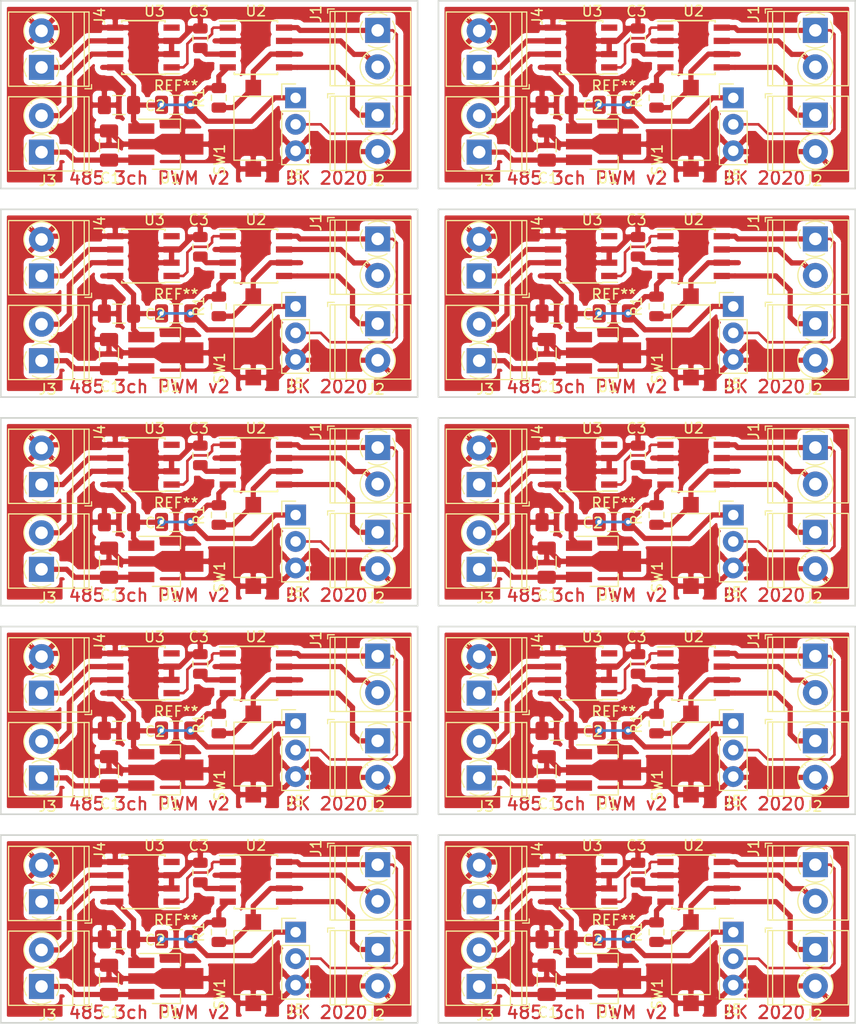
<source format=kicad_pcb>
(kicad_pcb (version 20171130) (host pcbnew 5.0.2-bee76a0~70~ubuntu16.04.1)
  (layers (0 F.Cu signal) (31 B.Cu signal) (34 B.Paste user) (35 F.Paste user) (36 B.SilkS user) (37 F.SilkS user) (38 B.Mask user) (39 F.Mask user) (44 Edge.Cuts user))
  (net 0 "")
  (net 1 GND)
  (net 2 VCC)
  (net 3 +5V)
  (net 4 "Net-(C3-Pad1)")
  (net 5 /PWM1)
  (net 6 /SWIM_PWM2)
  (net 7 /BTN)
  (net 8 /PWM3)
  (net 9 /485_Rx)
  (net 10 /A)
  (net 11 /B)
  (module KiCad/kicad-footprints/Resistor_SMD.pretty:R_1206_3216Metric (layer F.Cu) (at 78.8276 69.976)
    (fp_text reference REF** (at 0 -1.82) (layer F.SilkS))
    (fp_text value R_1206_3216Metric)
    (pad 2 smd roundrect (at 1.4 0) (size 1.25 1.75) (layers F.Cu F.Paste F.Mask) (roundrect_rratio 0.2) (net 3 +5V))
    (pad 1 smd roundrect (at -1.4 0) (size 1.25 1.75) (layers F.Cu F.Paste F.Mask) (roundrect_rratio 0.2) (net 3 +5V))
  )
  (module KiCad/kicad-footprints/Package_TO_SOT_SMD.pretty:SOT-89-3_Handsoldering (layer F.Cu) (at 77.466 53.751)
    (fp_text reference U1 (at 0.784 3.249) (layer F.SilkS))
    (fp_text value L78L05_SOT89)
    (pad 1 smd rect (at -1.98 -1.5 270) (size 1 2.5) (layers F.Cu F.Paste F.Mask) (net 3 +5V))
    (pad 2 smd rect (at -1.98 0 270) (size 1 2.5) (layers F.Cu F.Paste F.Mask) (net 1 GND))
    (pad 3 smd rect (at -1.98 1.5 270) (size 1 2.5) (layers F.Cu F.Paste F.Mask) (net 2 VCC))
    (pad 2 smd rect (at 1.98 0 270) (size 2 4) (layers F.Cu F.Paste F.Mask) (net 1 GND))
    (pad 2 smd trapezoid (at -0.37 0 90) (size 1.5 0.75) (rect_delta 0 0.5) (layers F.Cu F.Paste F.Mask) (net 1 GND))
  )
  (module KiCad/kicad-footprints/Package_TO_SOT_SMD.pretty:SOT-89-3_Handsoldering (layer F.Cu) (at 77.466 93.751)
    (fp_text reference U1 (at 0.784 3.249) (layer F.SilkS))
    (fp_text value L78L05_SOT89)
    (pad 2 smd trapezoid (at -0.37 0 90) (size 1.5 0.75) (rect_delta 0 0.5) (layers F.Cu F.Paste F.Mask) (net 1 GND))
    (pad 2 smd rect (at 1.98 0 270) (size 2 4) (layers F.Cu F.Paste F.Mask) (net 1 GND))
    (pad 3 smd rect (at -1.98 1.5 270) (size 1 2.5) (layers F.Cu F.Paste F.Mask) (net 2 VCC))
    (pad 2 smd rect (at -1.98 0 270) (size 1 2.5) (layers F.Cu F.Paste F.Mask) (net 1 GND))
    (pad 1 smd rect (at -1.98 -1.5 270) (size 1 2.5) (layers F.Cu F.Paste F.Mask) (net 3 +5V))
  )
  (module KiCad/kicad-footprints/Package_SO.pretty:SOIC-8_3.9x4.9mm_P1.27mm (layer F.Cu) (at 75.688 44.48 180)
    (fp_text reference U3 (at -1.062 3.48 180) (layer F.SilkS))
    (fp_text value SP3485EN)
    (pad 1 smd rect (at -2.7 -1.905 180) (size 1.55 0.6) (layers F.Cu F.Paste F.Mask) (net 9 /485_Rx))
    (pad 2 smd rect (at -2.7 -0.635 180) (size 1.55 0.6) (layers F.Cu F.Paste F.Mask) (net 1 GND))
    (pad 3 smd rect (at -2.7 0.635 180) (size 1.55 0.6) (layers F.Cu F.Paste F.Mask) (net 1 GND))
    (pad 4 smd rect (at -2.7 1.905 180) (size 1.55 0.6) (layers F.Cu F.Paste F.Mask))
    (pad 5 smd rect (at 2.7 1.905 180) (size 1.55 0.6) (layers F.Cu F.Paste F.Mask) (net 1 GND))
    (pad 6 smd rect (at 2.7 0.635 180) (size 1.55 0.6) (layers F.Cu F.Paste F.Mask) (net 10 /A))
    (pad 7 smd rect (at 2.7 -0.635 180) (size 1.55 0.6) (layers F.Cu F.Paste F.Mask) (net 11 /B))
    (pad 8 smd rect (at 2.7 -1.905 180) (size 1.55 0.6) (layers F.Cu F.Paste F.Mask) (net 3 +5V))
  )
  (module KiCad/kicad-footprints/Package_SO.pretty:SOIC-8_3.9x4.9mm_P1.27mm (layer F.Cu) (at 86.483 104.48)
    (fp_text reference U2 (at 0 -3.5) (layer F.SilkS))
    (fp_text value STM8S001J3M)
    (pad 8 smd rect (at 2.7 -1.905) (size 1.55 0.6) (layers F.Cu F.Paste F.Mask) (net 6 /SWIM_PWM2))
    (pad 7 smd rect (at 2.7 -0.635) (size 1.55 0.6) (layers F.Cu F.Paste F.Mask) (net 5 /PWM1))
    (pad 6 smd rect (at 2.7 0.635) (size 1.55 0.6) (layers F.Cu F.Paste F.Mask) (net 7 /BTN))
    (pad 5 smd rect (at 2.7 1.905) (size 1.55 0.6) (layers F.Cu F.Paste F.Mask) (net 8 /PWM3))
    (pad 4 smd rect (at -2.7 1.905) (size 1.55 0.6) (layers F.Cu F.Paste F.Mask) (net 3 +5V))
    (pad 3 smd rect (at -2.7 0.635) (size 1.55 0.6) (layers F.Cu F.Paste F.Mask) (net 4 "Net-(C3-Pad1)"))
    (pad 2 smd rect (at -2.7 -0.635) (size 1.55 0.6) (layers F.Cu F.Paste F.Mask) (net 1 GND))
    (pad 1 smd rect (at -2.7 -1.905) (size 1.55 0.6) (layers F.Cu F.Paste F.Mask) (net 9 /485_Rx))
  )
  (module KiCad/kicad-footprints/Package_SO.pretty:SOIC-8_3.9x4.9mm_P1.27mm (layer F.Cu) (at 86.483 64.48)
    (fp_text reference U2 (at 0 -3.5) (layer F.SilkS))
    (fp_text value STM8S001J3M)
    (pad 8 smd rect (at 2.7 -1.905) (size 1.55 0.6) (layers F.Cu F.Paste F.Mask) (net 6 /SWIM_PWM2))
    (pad 7 smd rect (at 2.7 -0.635) (size 1.55 0.6) (layers F.Cu F.Paste F.Mask) (net 5 /PWM1))
    (pad 6 smd rect (at 2.7 0.635) (size 1.55 0.6) (layers F.Cu F.Paste F.Mask) (net 7 /BTN))
    (pad 5 smd rect (at 2.7 1.905) (size 1.55 0.6) (layers F.Cu F.Paste F.Mask) (net 8 /PWM3))
    (pad 4 smd rect (at -2.7 1.905) (size 1.55 0.6) (layers F.Cu F.Paste F.Mask) (net 3 +5V))
    (pad 3 smd rect (at -2.7 0.635) (size 1.55 0.6) (layers F.Cu F.Paste F.Mask) (net 4 "Net-(C3-Pad1)"))
    (pad 2 smd rect (at -2.7 -0.635) (size 1.55 0.6) (layers F.Cu F.Paste F.Mask) (net 1 GND))
    (pad 1 smd rect (at -2.7 -1.905) (size 1.55 0.6) (layers F.Cu F.Paste F.Mask) (net 9 /485_Rx))
  )
  (module KiCad/kicad-footprints/Capacitor_SMD.pretty:C_1206_3216Metric (layer F.Cu) (at 73.3412 110 180)
    (fp_text reference C2 (at -3.471 -0.063 180) (layer F.SilkS))
    (fp_text value 10u)
    (pad 1 smd roundrect (at -1.4 0 180) (size 1.25 1.75) (layers F.Cu F.Paste F.Mask) (roundrect_rratio 0.2) (net 3 +5V))
    (pad 2 smd roundrect (at 1.4 0 180) (size 1.25 1.75) (layers F.Cu F.Paste F.Mask) (roundrect_rratio 0.2) (net 1 GND))
  )
  (module KiCad/kicad-footprints/Capacitor_SMD.pretty:C_1206_3216Metric (layer F.Cu) (at 73.3412 30 180)
    (fp_text reference C2 (at -3.471 -0.063 180) (layer F.SilkS))
    (fp_text value 10u)
    (pad 2 smd roundrect (at 1.4 0 180) (size 1.25 1.75) (layers F.Cu F.Paste F.Mask) (roundrect_rratio 0.2) (net 1 GND))
    (pad 1 smd roundrect (at -1.4 0 180) (size 1.25 1.75) (layers F.Cu F.Paste F.Mask) (roundrect_rratio 0.2) (net 3 +5V))
  )
  (module KiCad/kicad-footprints/TerminalBlock_Phoenix.pretty:TerminalBlock_Phoenix_PT-1,5-2-3.5-H_1x02_P3.50mm_Horizontal (layer F.Cu) (at 98.167 82.837 270)
    (fp_text reference J1 (at -1.587 5.917 270) (layer F.SilkS))
    (fp_text value PWM1)
    (pad 2 thru_hole circle (at 3.5 0 270) (size 2.4 2.4) (drill 1.2) (layers *.Cu *.Mask) (net 5 /PWM1))
    (pad 1 thru_hole rect (at 0 0 270) (size 2.4 2.4) (drill 1.2) (layers *.Cu *.Mask) (net 6 /SWIM_PWM2))
  )
  (module KiCad/kicad-footprints/Capacitor_SMD.pretty:C_0805_2012Metric (layer F.Cu) (at 81.149 83.591 90)
    (fp_text reference C3 (at 2.591 -0.149 180) (layer F.SilkS))
    (fp_text value 1u)
    (pad 2 smd roundrect (at 0.9375 0 90) (size 0.975 1.4) (layers F.Cu F.Paste F.Mask) (net 1 GND))
    (pad 1 smd roundrect (at -0.9375 0 90) (size 0.975 1.4) (layers F.Cu F.Paste F.Mask) (net 4 "Net-(C3-Pad1)"))
  )
  (module KiCad/kicad-footprints/TerminalBlock_Phoenix.pretty:TerminalBlock_Phoenix_PT-1,5-2-3.5-H_1x02_P3.50mm_Horizontal (layer F.Cu) (at 65.909 66.385 90)
    (fp_text reference J4 (at 4.885 5.591 90) (layer F.SilkS))
    (fp_text value In2)
    (pad 2 thru_hole circle (at 3.5 0 90) (size 2.4 2.4) (drill 1.2) (layers *.Cu *.Mask) (net 1 GND))
    (pad 1 thru_hole rect (at 0 0 90) (size 2.4 2.4) (drill 1.2) (layers *.Cu *.Mask) (net 10 /A))
  )
  (module KiCad/kicad-footprints/TerminalBlock_Phoenix.pretty:TerminalBlock_Phoenix_PT-1,5-2-3.5-H_1x02_P3.50mm_Horizontal (layer F.Cu) (at 65.909 106.385 90)
    (fp_text reference J4 (at 4.885 5.591 90) (layer F.SilkS))
    (fp_text value In2)
    (pad 2 thru_hole circle (at 3.5 0 90) (size 2.4 2.4) (drill 1.2) (layers *.Cu *.Mask) (net 1 GND))
    (pad 1 thru_hole rect (at 0 0 90) (size 2.4 2.4) (drill 1.2) (layers *.Cu *.Mask) (net 10 /A))
  )
  (module KiCad/kicad-footprints/Package_SO.pretty:SOIC-8_3.9x4.9mm_P1.27mm (layer F.Cu) (at 86.483 44.48)
    (fp_text reference U2 (at 0 -3.5) (layer F.SilkS))
    (fp_text value STM8S001J3M)
    (pad 8 smd rect (at 2.7 -1.905) (size 1.55 0.6) (layers F.Cu F.Paste F.Mask) (net 6 /SWIM_PWM2))
    (pad 7 smd rect (at 2.7 -0.635) (size 1.55 0.6) (layers F.Cu F.Paste F.Mask) (net 5 /PWM1))
    (pad 6 smd rect (at 2.7 0.635) (size 1.55 0.6) (layers F.Cu F.Paste F.Mask) (net 7 /BTN))
    (pad 5 smd rect (at 2.7 1.905) (size 1.55 0.6) (layers F.Cu F.Paste F.Mask) (net 8 /PWM3))
    (pad 4 smd rect (at -2.7 1.905) (size 1.55 0.6) (layers F.Cu F.Paste F.Mask) (net 3 +5V))
    (pad 3 smd rect (at -2.7 0.635) (size 1.55 0.6) (layers F.Cu F.Paste F.Mask) (net 4 "Net-(C3-Pad1)"))
    (pad 2 smd rect (at -2.7 -0.635) (size 1.55 0.6) (layers F.Cu F.Paste F.Mask) (net 1 GND))
    (pad 1 smd rect (at -2.7 -1.905) (size 1.55 0.6) (layers F.Cu F.Paste F.Mask) (net 9 /485_Rx))
  )
  (module KiCad/kicad-footprints/Button_Switch_SMD.pretty:SW_SPST_CK_RS282G05A3 (layer F.Cu) (at 86.229 112.227 270)
    (fp_text reference SW1 (at 3.023 3.229 270) (layer F.SilkS))
    (fp_text value Sw)
    (pad 1 smd rect (at -3.9 0 270) (size 1.5 1.5) (layers F.Cu F.Paste F.Mask) (net 7 /BTN))
    (pad 2 smd rect (at 3.9 0 270) (size 1.5 1.5) (layers F.Cu F.Paste F.Mask) (net 1 GND))
  )
  (module KiCad/kicad-footprints/Capacitor_SMD.pretty:C_1206_3216Metric (layer F.Cu) (at 72.386 33.878 90)
    (fp_text reference C1 (at -3.122 0.114 180) (layer F.SilkS))
    (fp_text value 10u)
    (pad 1 smd roundrect (at -1.4 0 90) (size 1.25 1.75) (layers F.Cu F.Paste F.Mask) (roundrect_rratio 0.2) (net 2 VCC))
    (pad 2 smd roundrect (at 1.4 0 90) (size 1.25 1.75) (layers F.Cu F.Paste F.Mask) (roundrect_rratio 0.2) (net 1 GND))
  )
  (module KiCad/kicad-footprints/Connector_PinHeader_2.54mm.pretty:PinHeader_1x03_P2.54mm_Vertical (layer F.Cu) (at 90.293 109.306)
    (fp_text reference J5 (at -0.043 7.444) (layer F.SilkS))
    (fp_text value SWIM)
    (pad 1 thru_hole rect (at 0 0) (size 2 2) (drill 1) (layers *.Cu *.Mask) (net 3 +5V))
    (pad 2 thru_hole circle (at 0 2.54) (size 2 2) (drill 1) (layers *.Cu *.Mask) (net 6 /SWIM_PWM2))
    (pad 3 thru_hole circle (at 0 5.08) (size 2 2) (drill 1) (layers *.Cu *.Mask) (net 1 GND))
  )
  (module KiCad/kicad-footprints/Resistor_SMD.pretty:R_0805_2012Metric (layer F.Cu) (at 82.927 69.306 270)
    (fp_text reference R1 (at 0 1.927 270) (layer F.SilkS))
    (fp_text value 10K)
    (pad 1 smd roundrect (at -0.9375 0 270) (size 0.975 1.4) (layers F.Cu F.Paste F.Mask) (net 3 +5V))
    (pad 2 smd roundrect (at 0.9375 0 270) (size 0.975 1.4) (layers F.Cu F.Paste F.Mask) (net 7 /BTN))
  )
  (module KiCad/kicad-footprints/Capacitor_SMD.pretty:C_1206_3216Metric (layer F.Cu) (at 72.386 93.878 90)
    (fp_text reference C1 (at -3.122 0.114 180) (layer F.SilkS))
    (fp_text value 10u)
    (pad 1 smd roundrect (at -1.4 0 90) (size 1.25 1.75) (layers F.Cu F.Paste F.Mask) (roundrect_rratio 0.2) (net 2 VCC))
    (pad 2 smd roundrect (at 1.4 0 90) (size 1.25 1.75) (layers F.Cu F.Paste F.Mask) (roundrect_rratio 0.2) (net 1 GND))
  )
  (module KiCad/kicad-footprints/TerminalBlock_Phoenix.pretty:TerminalBlock_Phoenix_PT-1,5-2-3.5-H_1x02_P3.50mm_Horizontal (layer F.Cu) (at 98.167 62.837 270)
    (fp_text reference J1 (at -1.587 5.917 270) (layer F.SilkS))
    (fp_text value PWM1)
    (pad 1 thru_hole rect (at 0 0 270) (size 2.4 2.4) (drill 1.2) (layers *.Cu *.Mask) (net 6 /SWIM_PWM2))
    (pad 2 thru_hole circle (at 3.5 0 270) (size 2.4 2.4) (drill 1.2) (layers *.Cu *.Mask) (net 5 /PWM1))
  )
  (module KiCad/kicad-footprints/Package_SO.pretty:SOIC-8_3.9x4.9mm_P1.27mm (layer F.Cu) (at 75.688 104.48 180)
    (fp_text reference U3 (at -1.062 3.48 180) (layer F.SilkS))
    (fp_text value SP3485EN)
    (pad 1 smd rect (at -2.7 -1.905 180) (size 1.55 0.6) (layers F.Cu F.Paste F.Mask) (net 9 /485_Rx))
    (pad 2 smd rect (at -2.7 -0.635 180) (size 1.55 0.6) (layers F.Cu F.Paste F.Mask) (net 1 GND))
    (pad 3 smd rect (at -2.7 0.635 180) (size 1.55 0.6) (layers F.Cu F.Paste F.Mask) (net 1 GND))
    (pad 4 smd rect (at -2.7 1.905 180) (size 1.55 0.6) (layers F.Cu F.Paste F.Mask))
    (pad 5 smd rect (at 2.7 1.905 180) (size 1.55 0.6) (layers F.Cu F.Paste F.Mask) (net 1 GND))
    (pad 6 smd rect (at 2.7 0.635 180) (size 1.55 0.6) (layers F.Cu F.Paste F.Mask) (net 10 /A))
    (pad 7 smd rect (at 2.7 -0.635 180) (size 1.55 0.6) (layers F.Cu F.Paste F.Mask) (net 11 /B))
    (pad 8 smd rect (at 2.7 -1.905 180) (size 1.55 0.6) (layers F.Cu F.Paste F.Mask) (net 3 +5V))
  )
  (module KiCad/kicad-footprints/Button_Switch_SMD.pretty:SW_SPST_CK_RS282G05A3 (layer F.Cu) (at 86.229 72.227 270)
    (fp_text reference SW1 (at 3.023 3.229 270) (layer F.SilkS))
    (fp_text value Sw)
    (pad 1 smd rect (at -3.9 0 270) (size 1.5 1.5) (layers F.Cu F.Paste F.Mask) (net 7 /BTN))
    (pad 2 smd rect (at 3.9 0 270) (size 1.5 1.5) (layers F.Cu F.Paste F.Mask) (net 1 GND))
  )
  (module KiCad/kicad-footprints/TerminalBlock_Phoenix.pretty:TerminalBlock_Phoenix_PT-1,5-2-3.5-H_1x02_P3.50mm_Horizontal (layer F.Cu) (at 65.909 74.513 90)
    (fp_text reference J3 (at -2.737 0.591 180) (layer F.SilkS))
    (fp_text value In1)
    (pad 1 thru_hole rect (at 0 0 90) (size 2.4 2.4) (drill 1.2) (layers *.Cu *.Mask) (net 2 VCC))
    (pad 2 thru_hole circle (at 3.5 0 90) (size 2.4 2.4) (drill 1.2) (layers *.Cu *.Mask) (net 11 /B))
  )
  (module KiCad/kicad-footprints/Capacitor_SMD.pretty:C_1206_3216Metric (layer F.Cu) (at 72.386 73.878 90)
    (fp_text reference C1 (at -3.122 0.114 180) (layer F.SilkS))
    (fp_text value 10u)
    (pad 2 smd roundrect (at 1.4 0 90) (size 1.25 1.75) (layers F.Cu F.Paste F.Mask) (roundrect_rratio 0.2) (net 1 GND))
    (pad 1 smd roundrect (at -1.4 0 90) (size 1.25 1.75) (layers F.Cu F.Paste F.Mask) (roundrect_rratio 0.2) (net 2 VCC))
  )
  (module KiCad/kicad-footprints/Button_Switch_SMD.pretty:SW_SPST_CK_RS282G05A3 (layer F.Cu) (at 86.229 92.227 270)
    (fp_text reference SW1 (at 3.023 3.229 270) (layer F.SilkS))
    (fp_text value Sw)
    (pad 2 smd rect (at 3.9 0 270) (size 1.5 1.5) (layers F.Cu F.Paste F.Mask) (net 1 GND))
    (pad 1 smd rect (at -3.9 0 270) (size 1.5 1.5) (layers F.Cu F.Paste F.Mask) (net 7 /BTN))
  )
  (module KiCad/kicad-footprints/Package_TO_SOT_SMD.pretty:SOT-89-3_Handsoldering (layer F.Cu) (at 77.466 73.751)
    (fp_text reference U1 (at 0.784 3.249) (layer F.SilkS))
    (fp_text value L78L05_SOT89)
    (pad 1 smd rect (at -1.98 -1.5 270) (size 1 2.5) (layers F.Cu F.Paste F.Mask) (net 3 +5V))
    (pad 2 smd rect (at -1.98 0 270) (size 1 2.5) (layers F.Cu F.Paste F.Mask) (net 1 GND))
    (pad 3 smd rect (at -1.98 1.5 270) (size 1 2.5) (layers F.Cu F.Paste F.Mask) (net 2 VCC))
    (pad 2 smd rect (at 1.98 0 270) (size 2 4) (layers F.Cu F.Paste F.Mask) (net 1 GND))
    (pad 2 smd trapezoid (at -0.37 0 90) (size 1.5 0.75) (rect_delta 0 0.5) (layers F.Cu F.Paste F.Mask) (net 1 GND))
  )
  (module KiCad/kicad-footprints/Resistor_SMD.pretty:R_1206_3216Metric (layer F.Cu) (at 78.8276 89.976)
    (fp_text reference REF** (at 0 -1.82) (layer F.SilkS))
    (fp_text value R_1206_3216Metric)
    (pad 1 smd roundrect (at -1.4 0) (size 1.25 1.75) (layers F.Cu F.Paste F.Mask) (roundrect_rratio 0.2) (net 3 +5V))
    (pad 2 smd roundrect (at 1.4 0) (size 1.25 1.75) (layers F.Cu F.Paste F.Mask) (roundrect_rratio 0.2) (net 3 +5V))
  )
  (module KiCad/kicad-footprints/Package_SO.pretty:SOIC-8_3.9x4.9mm_P1.27mm (layer F.Cu) (at 75.688 64.48 180)
    (fp_text reference U3 (at -1.062 3.48 180) (layer F.SilkS))
    (fp_text value SP3485EN)
    (pad 1 smd rect (at -2.7 -1.905 180) (size 1.55 0.6) (layers F.Cu F.Paste F.Mask) (net 9 /485_Rx))
    (pad 2 smd rect (at -2.7 -0.635 180) (size 1.55 0.6) (layers F.Cu F.Paste F.Mask) (net 1 GND))
    (pad 3 smd rect (at -2.7 0.635 180) (size 1.55 0.6) (layers F.Cu F.Paste F.Mask) (net 1 GND))
    (pad 4 smd rect (at -2.7 1.905 180) (size 1.55 0.6) (layers F.Cu F.Paste F.Mask))
    (pad 5 smd rect (at 2.7 1.905 180) (size 1.55 0.6) (layers F.Cu F.Paste F.Mask) (net 1 GND))
    (pad 6 smd rect (at 2.7 0.635 180) (size 1.55 0.6) (layers F.Cu F.Paste F.Mask) (net 10 /A))
    (pad 7 smd rect (at 2.7 -0.635 180) (size 1.55 0.6) (layers F.Cu F.Paste F.Mask) (net 11 /B))
    (pad 8 smd rect (at 2.7 -1.905 180) (size 1.55 0.6) (layers F.Cu F.Paste F.Mask) (net 3 +5V))
  )
  (module KiCad/kicad-footprints/TerminalBlock_Phoenix.pretty:TerminalBlock_Phoenix_PT-1,5-2-3.5-H_1x02_P3.50mm_Horizontal (layer F.Cu) (at 98.167 110.965 270)
    (fp_text reference J2 (at 6.285 0.167) (layer F.SilkS))
    (fp_text value PWM2)
    (pad 2 thru_hole circle (at 3.5 0 270) (size 2.4 2.4) (drill 1.2) (layers *.Cu *.Mask) (net 1 GND))
    (pad 1 thru_hole rect (at 0 0 270) (size 2.4 2.4) (drill 1.2) (layers *.Cu *.Mask) (net 8 /PWM3))
  )
  (module KiCad/kicad-footprints/TerminalBlock_Phoenix.pretty:TerminalBlock_Phoenix_PT-1,5-2-3.5-H_1x02_P3.50mm_Horizontal (layer F.Cu) (at 65.909 34.513 90)
    (fp_text reference J3 (at -2.737 0.591 180) (layer F.SilkS))
    (fp_text value In1)
    (pad 2 thru_hole circle (at 3.5 0 90) (size 2.4 2.4) (drill 1.2) (layers *.Cu *.Mask) (net 11 /B))
    (pad 1 thru_hole rect (at 0 0 90) (size 2.4 2.4) (drill 1.2) (layers *.Cu *.Mask) (net 2 VCC))
  )
  (module KiCad/kicad-footprints/Connector_PinHeader_2.54mm.pretty:PinHeader_1x03_P2.54mm_Vertical (layer F.Cu) (at 90.293 69.306)
    (fp_text reference J5 (at -0.043 7.444) (layer F.SilkS))
    (fp_text value SWIM)
    (pad 1 thru_hole rect (at 0 0) (size 2 2) (drill 1) (layers *.Cu *.Mask) (net 3 +5V))
    (pad 2 thru_hole circle (at 0 2.54) (size 2 2) (drill 1) (layers *.Cu *.Mask) (net 6 /SWIM_PWM2))
    (pad 3 thru_hole circle (at 0 5.08) (size 2 2) (drill 1) (layers *.Cu *.Mask) (net 1 GND))
  )
  (module KiCad/kicad-footprints/Capacitor_SMD.pretty:C_1206_3216Metric (layer F.Cu) (at 73.3412 50 180)
    (fp_text reference C2 (at -3.471 -0.063 180) (layer F.SilkS))
    (fp_text value 10u)
    (pad 1 smd roundrect (at -1.4 0 180) (size 1.25 1.75) (layers F.Cu F.Paste F.Mask) (roundrect_rratio 0.2) (net 3 +5V))
    (pad 2 smd roundrect (at 1.4 0 180) (size 1.25 1.75) (layers F.Cu F.Paste F.Mask) (roundrect_rratio 0.2) (net 1 GND))
  )
  (module KiCad/kicad-footprints/Package_SO.pretty:SOIC-8_3.9x4.9mm_P1.27mm (layer F.Cu) (at 86.483 84.48)
    (fp_text reference U2 (at 0 -3.5) (layer F.SilkS))
    (fp_text value STM8S001J3M)
    (pad 1 smd rect (at -2.7 -1.905) (size 1.55 0.6) (layers F.Cu F.Paste F.Mask) (net 9 /485_Rx))
    (pad 2 smd rect (at -2.7 -0.635) (size 1.55 0.6) (layers F.Cu F.Paste F.Mask) (net 1 GND))
    (pad 3 smd rect (at -2.7 0.635) (size 1.55 0.6) (layers F.Cu F.Paste F.Mask) (net 4 "Net-(C3-Pad1)"))
    (pad 4 smd rect (at -2.7 1.905) (size 1.55 0.6) (layers F.Cu F.Paste F.Mask) (net 3 +5V))
    (pad 5 smd rect (at 2.7 1.905) (size 1.55 0.6) (layers F.Cu F.Paste F.Mask) (net 8 /PWM3))
    (pad 6 smd rect (at 2.7 0.635) (size 1.55 0.6) (layers F.Cu F.Paste F.Mask) (net 7 /BTN))
    (pad 7 smd rect (at 2.7 -0.635) (size 1.55 0.6) (layers F.Cu F.Paste F.Mask) (net 5 /PWM1))
    (pad 8 smd rect (at 2.7 -1.905) (size 1.55 0.6) (layers F.Cu F.Paste F.Mask) (net 6 /SWIM_PWM2))
  )
  (module KiCad/kicad-footprints/TerminalBlock_Phoenix.pretty:TerminalBlock_Phoenix_PT-1,5-2-3.5-H_1x02_P3.50mm_Horizontal (layer F.Cu) (at 98.167 50.965 270)
    (fp_text reference J2 (at 6.285 0.167) (layer F.SilkS))
    (fp_text value PWM2)
    (pad 2 thru_hole circle (at 3.5 0 270) (size 2.4 2.4) (drill 1.2) (layers *.Cu *.Mask) (net 1 GND))
    (pad 1 thru_hole rect (at 0 0 270) (size 2.4 2.4) (drill 1.2) (layers *.Cu *.Mask) (net 8 /PWM3))
  )
  (module KiCad/kicad-footprints/Package_SO.pretty:SOIC-8_3.9x4.9mm_P1.27mm (layer F.Cu) (at 75.688 24.48 180)
    (fp_text reference U3 (at -1.062 3.48 180) (layer F.SilkS))
    (fp_text value SP3485EN)
    (pad 8 smd rect (at 2.7 -1.905 180) (size 1.55 0.6) (layers F.Cu F.Paste F.Mask) (net 3 +5V))
    (pad 7 smd rect (at 2.7 -0.635 180) (size 1.55 0.6) (layers F.Cu F.Paste F.Mask) (net 11 /B))
    (pad 6 smd rect (at 2.7 0.635 180) (size 1.55 0.6) (layers F.Cu F.Paste F.Mask) (net 10 /A))
    (pad 5 smd rect (at 2.7 1.905 180) (size 1.55 0.6) (layers F.Cu F.Paste F.Mask) (net 1 GND))
    (pad 4 smd rect (at -2.7 1.905 180) (size 1.55 0.6) (layers F.Cu F.Paste F.Mask))
    (pad 3 smd rect (at -2.7 0.635 180) (size 1.55 0.6) (layers F.Cu F.Paste F.Mask) (net 1 GND))
    (pad 2 smd rect (at -2.7 -0.635 180) (size 1.55 0.6) (layers F.Cu F.Paste F.Mask) (net 1 GND))
    (pad 1 smd rect (at -2.7 -1.905 180) (size 1.55 0.6) (layers F.Cu F.Paste F.Mask) (net 9 /485_Rx))
  )
  (module KiCad/kicad-footprints/TerminalBlock_Phoenix.pretty:TerminalBlock_Phoenix_PT-1,5-2-3.5-H_1x02_P3.50mm_Horizontal (layer F.Cu) (at 98.167 22.837 270)
    (fp_text reference J1 (at -1.587 5.917 270) (layer F.SilkS))
    (fp_text value PWM1)
    (pad 2 thru_hole circle (at 3.5 0 270) (size 2.4 2.4) (drill 1.2) (layers *.Cu *.Mask) (net 5 /PWM1))
    (pad 1 thru_hole rect (at 0 0 270) (size 2.4 2.4) (drill 1.2) (layers *.Cu *.Mask) (net 6 /SWIM_PWM2))
  )
  (module KiCad/kicad-footprints/Connector_PinHeader_2.54mm.pretty:PinHeader_1x03_P2.54mm_Vertical (layer F.Cu) (at 90.293 29.306)
    (fp_text reference J5 (at -0.043 7.444) (layer F.SilkS))
    (fp_text value SWIM)
    (pad 3 thru_hole circle (at 0 5.08) (size 2 2) (drill 1) (layers *.Cu *.Mask) (net 1 GND))
    (pad 2 thru_hole circle (at 0 2.54) (size 2 2) (drill 1) (layers *.Cu *.Mask) (net 6 /SWIM_PWM2))
    (pad 1 thru_hole rect (at 0 0) (size 2 2) (drill 1) (layers *.Cu *.Mask) (net 3 +5V))
  )
  (module KiCad/kicad-footprints/Resistor_SMD.pretty:R_1206_3216Metric (layer F.Cu) (at 78.8276 49.976)
    (fp_text reference REF** (at 0 -1.82) (layer F.SilkS))
    (fp_text value R_1206_3216Metric)
    (pad 2 smd roundrect (at 1.4 0) (size 1.25 1.75) (layers F.Cu F.Paste F.Mask) (roundrect_rratio 0.2) (net 3 +5V))
    (pad 1 smd roundrect (at -1.4 0) (size 1.25 1.75) (layers F.Cu F.Paste F.Mask) (roundrect_rratio 0.2) (net 3 +5V))
  )
  (module KiCad/kicad-footprints/Package_SO.pretty:SOIC-8_3.9x4.9mm_P1.27mm (layer F.Cu) (at 75.688 84.48 180)
    (fp_text reference U3 (at -1.062 3.48 180) (layer F.SilkS))
    (fp_text value SP3485EN)
    (pad 8 smd rect (at 2.7 -1.905 180) (size 1.55 0.6) (layers F.Cu F.Paste F.Mask) (net 3 +5V))
    (pad 7 smd rect (at 2.7 -0.635 180) (size 1.55 0.6) (layers F.Cu F.Paste F.Mask) (net 11 /B))
    (pad 6 smd rect (at 2.7 0.635 180) (size 1.55 0.6) (layers F.Cu F.Paste F.Mask) (net 10 /A))
    (pad 5 smd rect (at 2.7 1.905 180) (size 1.55 0.6) (layers F.Cu F.Paste F.Mask) (net 1 GND))
    (pad 4 smd rect (at -2.7 1.905 180) (size 1.55 0.6) (layers F.Cu F.Paste F.Mask))
    (pad 3 smd rect (at -2.7 0.635 180) (size 1.55 0.6) (layers F.Cu F.Paste F.Mask) (net 1 GND))
    (pad 2 smd rect (at -2.7 -0.635 180) (size 1.55 0.6) (layers F.Cu F.Paste F.Mask) (net 1 GND))
    (pad 1 smd rect (at -2.7 -1.905 180) (size 1.55 0.6) (layers F.Cu F.Paste F.Mask) (net 9 /485_Rx))
  )
  (module KiCad/kicad-footprints/TerminalBlock_Phoenix.pretty:TerminalBlock_Phoenix_PT-1,5-2-3.5-H_1x02_P3.50mm_Horizontal (layer F.Cu) (at 98.167 42.837 270)
    (fp_text reference J1 (at -1.587 5.917 270) (layer F.SilkS))
    (fp_text value PWM1)
    (pad 1 thru_hole rect (at 0 0 270) (size 2.4 2.4) (drill 1.2) (layers *.Cu *.Mask) (net 6 /SWIM_PWM2))
    (pad 2 thru_hole circle (at 3.5 0 270) (size 2.4 2.4) (drill 1.2) (layers *.Cu *.Mask) (net 5 /PWM1))
  )
  (module KiCad/kicad-footprints/Resistor_SMD.pretty:R_1206_3216Metric (layer F.Cu) (at 78.8276 29.976)
    (fp_text reference REF** (at 0 -1.82) (layer F.SilkS))
    (fp_text value R_1206_3216Metric)
    (pad 1 smd roundrect (at -1.4 0) (size 1.25 1.75) (layers F.Cu F.Paste F.Mask) (roundrect_rratio 0.2) (net 3 +5V))
    (pad 2 smd roundrect (at 1.4 0) (size 1.25 1.75) (layers F.Cu F.Paste F.Mask) (roundrect_rratio 0.2) (net 3 +5V))
  )
  (module KiCad/kicad-footprints/Capacitor_SMD.pretty:C_0805_2012Metric (layer F.Cu) (at 81.149 63.591 90)
    (fp_text reference C3 (at 2.591 -0.149 180) (layer F.SilkS))
    (fp_text value 1u)
    (pad 1 smd roundrect (at -0.9375 0 90) (size 0.975 1.4) (layers F.Cu F.Paste F.Mask) (net 4 "Net-(C3-Pad1)"))
    (pad 2 smd roundrect (at 0.9375 0 90) (size 0.975 1.4) (layers F.Cu F.Paste F.Mask) (net 1 GND))
  )
  (module KiCad/kicad-footprints/TerminalBlock_Phoenix.pretty:TerminalBlock_Phoenix_PT-1,5-2-3.5-H_1x02_P3.50mm_Horizontal (layer F.Cu) (at 98.167 90.965 270)
    (fp_text reference J2 (at 6.285 0.167) (layer F.SilkS))
    (fp_text value PWM2)
    (pad 1 thru_hole rect (at 0 0 270) (size 2.4 2.4) (drill 1.2) (layers *.Cu *.Mask) (net 8 /PWM3))
    (pad 2 thru_hole circle (at 3.5 0 270) (size 2.4 2.4) (drill 1.2) (layers *.Cu *.Mask) (net 1 GND))
  )
  (module KiCad/kicad-footprints/Resistor_SMD.pretty:R_0805_2012Metric (layer F.Cu) (at 82.927 109.306 270)
    (fp_text reference R1 (at 0 1.927 270) (layer F.SilkS))
    (fp_text value 10K)
    (pad 1 smd roundrect (at -0.9375 0 270) (size 0.975 1.4) (layers F.Cu F.Paste F.Mask) (net 3 +5V))
    (pad 2 smd roundrect (at 0.9375 0 270) (size 0.975 1.4) (layers F.Cu F.Paste F.Mask) (net 7 /BTN))
  )
  (module KiCad/kicad-footprints/Capacitor_SMD.pretty:C_0805_2012Metric (layer F.Cu) (at 81.149 23.591 90)
    (fp_text reference C3 (at 2.591 -0.149 180) (layer F.SilkS))
    (fp_text value 1u)
    (pad 2 smd roundrect (at 0.9375 0 90) (size 0.975 1.4) (layers F.Cu F.Paste F.Mask) (net 1 GND))
    (pad 1 smd roundrect (at -0.9375 0 90) (size 0.975 1.4) (layers F.Cu F.Paste F.Mask) (net 4 "Net-(C3-Pad1)"))
  )
  (module KiCad/kicad-footprints/TerminalBlock_Phoenix.pretty:TerminalBlock_Phoenix_PT-1,5-2-3.5-H_1x02_P3.50mm_Horizontal (layer F.Cu) (at 98.167 102.837 270)
    (fp_text reference J1 (at -1.587 5.917 270) (layer F.SilkS))
    (fp_text value PWM1)
    (pad 1 thru_hole rect (at 0 0 270) (size 2.4 2.4) (drill 1.2) (layers *.Cu *.Mask) (net 6 /SWIM_PWM2))
    (pad 2 thru_hole circle (at 3.5 0 270) (size 2.4 2.4) (drill 1.2) (layers *.Cu *.Mask) (net 5 /PWM1))
  )
  (module KiCad/kicad-footprints/Capacitor_SMD.pretty:C_0805_2012Metric (layer F.Cu) (at 81.149 103.591 90)
    (fp_text reference C3 (at 2.591 -0.149 180) (layer F.SilkS))
    (fp_text value 1u)
    (pad 1 smd roundrect (at -0.9375 0 90) (size 0.975 1.4) (layers F.Cu F.Paste F.Mask) (net 4 "Net-(C3-Pad1)"))
    (pad 2 smd roundrect (at 0.9375 0 90) (size 0.975 1.4) (layers F.Cu F.Paste F.Mask) (net 1 GND))
  )
  (module KiCad/kicad-footprints/TerminalBlock_Phoenix.pretty:TerminalBlock_Phoenix_PT-1,5-2-3.5-H_1x02_P3.50mm_Horizontal (layer F.Cu) (at 65.909 86.385 90)
    (fp_text reference J4 (at 4.885 5.591 90) (layer F.SilkS))
    (fp_text value In2)
    (pad 1 thru_hole rect (at 0 0 90) (size 2.4 2.4) (drill 1.2) (layers *.Cu *.Mask) (net 10 /A))
    (pad 2 thru_hole circle (at 3.5 0 90) (size 2.4 2.4) (drill 1.2) (layers *.Cu *.Mask) (net 1 GND))
  )
  (module KiCad/kicad-footprints/Package_TO_SOT_SMD.pretty:SOT-89-3_Handsoldering (layer F.Cu) (at 77.466 33.751)
    (fp_text reference U1 (at 0.784 3.249) (layer F.SilkS))
    (fp_text value L78L05_SOT89)
    (pad 2 smd trapezoid (at -0.37 0 90) (size 1.5 0.75) (rect_delta 0 0.5) (layers F.Cu F.Paste F.Mask) (net 1 GND))
    (pad 2 smd rect (at 1.98 0 270) (size 2 4) (layers F.Cu F.Paste F.Mask) (net 1 GND))
    (pad 3 smd rect (at -1.98 1.5 270) (size 1 2.5) (layers F.Cu F.Paste F.Mask) (net 2 VCC))
    (pad 2 smd rect (at -1.98 0 270) (size 1 2.5) (layers F.Cu F.Paste F.Mask) (net 1 GND))
    (pad 1 smd rect (at -1.98 -1.5 270) (size 1 2.5) (layers F.Cu F.Paste F.Mask) (net 3 +5V))
  )
  (module KiCad/kicad-footprints/TerminalBlock_Phoenix.pretty:TerminalBlock_Phoenix_PT-1,5-2-3.5-H_1x02_P3.50mm_Horizontal (layer F.Cu) (at 65.909 26.385 90)
    (fp_text reference J4 (at 4.885 5.591 90) (layer F.SilkS))
    (fp_text value In2)
    (pad 1 thru_hole rect (at 0 0 90) (size 2.4 2.4) (drill 1.2) (layers *.Cu *.Mask) (net 10 /A))
    (pad 2 thru_hole circle (at 3.5 0 90) (size 2.4 2.4) (drill 1.2) (layers *.Cu *.Mask) (net 1 GND))
  )
  (module KiCad/kicad-footprints/TerminalBlock_Phoenix.pretty:TerminalBlock_Phoenix_PT-1,5-2-3.5-H_1x02_P3.50mm_Horizontal (layer F.Cu) (at 65.909 46.385 90)
    (fp_text reference J4 (at 4.885 5.591 90) (layer F.SilkS))
    (fp_text value In2)
    (pad 2 thru_hole circle (at 3.5 0 90) (size 2.4 2.4) (drill 1.2) (layers *.Cu *.Mask) (net 1 GND))
    (pad 1 thru_hole rect (at 0 0 90) (size 2.4 2.4) (drill 1.2) (layers *.Cu *.Mask) (net 10 /A))
  )
  (module KiCad/kicad-footprints/TerminalBlock_Phoenix.pretty:TerminalBlock_Phoenix_PT-1,5-2-3.5-H_1x02_P3.50mm_Horizontal (layer F.Cu) (at 65.909 94.513 90)
    (fp_text reference J3 (at -2.737 0.591 180) (layer F.SilkS))
    (fp_text value In1)
    (pad 2 thru_hole circle (at 3.5 0 90) (size 2.4 2.4) (drill 1.2) (layers *.Cu *.Mask) (net 11 /B))
    (pad 1 thru_hole rect (at 0 0 90) (size 2.4 2.4) (drill 1.2) (layers *.Cu *.Mask) (net 2 VCC))
  )
  (module KiCad/kicad-footprints/Capacitor_SMD.pretty:C_0805_2012Metric (layer F.Cu) (at 81.149 43.591 90)
    (fp_text reference C3 (at 2.591 -0.149 180) (layer F.SilkS))
    (fp_text value 1u)
    (pad 1 smd roundrect (at -0.9375 0 90) (size 0.975 1.4) (layers F.Cu F.Paste F.Mask) (net 4 "Net-(C3-Pad1)"))
    (pad 2 smd roundrect (at 0.9375 0 90) (size 0.975 1.4) (layers F.Cu F.Paste F.Mask) (net 1 GND))
  )
  (module KiCad/kicad-footprints/TerminalBlock_Phoenix.pretty:TerminalBlock_Phoenix_PT-1,5-2-3.5-H_1x02_P3.50mm_Horizontal (layer F.Cu) (at 65.909 114.513 90)
    (fp_text reference J3 (at -2.737 0.591 180) (layer F.SilkS))
    (fp_text value In1)
    (pad 1 thru_hole rect (at 0 0 90) (size 2.4 2.4) (drill 1.2) (layers *.Cu *.Mask) (net 2 VCC))
    (pad 2 thru_hole circle (at 3.5 0 90) (size 2.4 2.4) (drill 1.2) (layers *.Cu *.Mask) (net 11 /B))
  )
  (module KiCad/kicad-footprints/Resistor_SMD.pretty:R_0805_2012Metric (layer F.Cu) (at 82.927 89.306 270)
    (fp_text reference R1 (at 0 1.927 270) (layer F.SilkS))
    (fp_text value 10K)
    (pad 2 smd roundrect (at 0.9375 0 270) (size 0.975 1.4) (layers F.Cu F.Paste F.Mask) (net 7 /BTN))
    (pad 1 smd roundrect (at -0.9375 0 270) (size 0.975 1.4) (layers F.Cu F.Paste F.Mask) (net 3 +5V))
  )
  (module KiCad/kicad-footprints/Capacitor_SMD.pretty:C_1206_3216Metric (layer F.Cu) (at 73.3412 90 180)
    (fp_text reference C2 (at -3.471 -0.063 180) (layer F.SilkS))
    (fp_text value 10u)
    (pad 2 smd roundrect (at 1.4 0 180) (size 1.25 1.75) (layers F.Cu F.Paste F.Mask) (roundrect_rratio 0.2) (net 1 GND))
    (pad 1 smd roundrect (at -1.4 0 180) (size 1.25 1.75) (layers F.Cu F.Paste F.Mask) (roundrect_rratio 0.2) (net 3 +5V))
  )
  (module KiCad/kicad-footprints/Capacitor_SMD.pretty:C_1206_3216Metric (layer F.Cu) (at 72.386 53.878 90)
    (fp_text reference C1 (at -3.122 0.114 180) (layer F.SilkS))
    (fp_text value 10u)
    (pad 2 smd roundrect (at 1.4 0 90) (size 1.25 1.75) (layers F.Cu F.Paste F.Mask) (roundrect_rratio 0.2) (net 1 GND))
    (pad 1 smd roundrect (at -1.4 0 90) (size 1.25 1.75) (layers F.Cu F.Paste F.Mask) (roundrect_rratio 0.2) (net 2 VCC))
  )
  (module KiCad/kicad-footprints/Button_Switch_SMD.pretty:SW_SPST_CK_RS282G05A3 (layer F.Cu) (at 86.229 52.227 270)
    (fp_text reference SW1 (at 3.023 3.229 270) (layer F.SilkS))
    (fp_text value Sw)
    (pad 1 smd rect (at -3.9 0 270) (size 1.5 1.5) (layers F.Cu F.Paste F.Mask) (net 7 /BTN))
    (pad 2 smd rect (at 3.9 0 270) (size 1.5 1.5) (layers F.Cu F.Paste F.Mask) (net 1 GND))
  )
  (module KiCad/kicad-footprints/Resistor_SMD.pretty:R_1206_3216Metric (layer F.Cu) (at 78.8276 109.976)
    (fp_text reference REF** (at 0 -1.82) (layer F.SilkS))
    (fp_text value R_1206_3216Metric)
    (pad 2 smd roundrect (at 1.4 0) (size 1.25 1.75) (layers F.Cu F.Paste F.Mask) (roundrect_rratio 0.2) (net 3 +5V))
    (pad 1 smd roundrect (at -1.4 0) (size 1.25 1.75) (layers F.Cu F.Paste F.Mask) (roundrect_rratio 0.2) (net 3 +5V))
  )
  (module KiCad/kicad-footprints/Package_SO.pretty:SOIC-8_3.9x4.9mm_P1.27mm (layer F.Cu) (at 86.483 24.48)
    (fp_text reference U2 (at 0 -3.5) (layer F.SilkS))
    (fp_text value STM8S001J3M)
    (pad 1 smd rect (at -2.7 -1.905) (size 1.55 0.6) (layers F.Cu F.Paste F.Mask) (net 9 /485_Rx))
    (pad 2 smd rect (at -2.7 -0.635) (size 1.55 0.6) (layers F.Cu F.Paste F.Mask) (net 1 GND))
    (pad 3 smd rect (at -2.7 0.635) (size 1.55 0.6) (layers F.Cu F.Paste F.Mask) (net 4 "Net-(C3-Pad1)"))
    (pad 4 smd rect (at -2.7 1.905) (size 1.55 0.6) (layers F.Cu F.Paste F.Mask) (net 3 +5V))
    (pad 5 smd rect (at 2.7 1.905) (size 1.55 0.6) (layers F.Cu F.Paste F.Mask) (net 8 /PWM3))
    (pad 6 smd rect (at 2.7 0.635) (size 1.55 0.6) (layers F.Cu F.Paste F.Mask) (net 7 /BTN))
    (pad 7 smd rect (at 2.7 -0.635) (size 1.55 0.6) (layers F.Cu F.Paste F.Mask) (net 5 /PWM1))
    (pad 8 smd rect (at 2.7 -1.905) (size 1.55 0.6) (layers F.Cu F.Paste F.Mask) (net 6 /SWIM_PWM2))
  )
  (module KiCad/kicad-footprints/Button_Switch_SMD.pretty:SW_SPST_CK_RS282G05A3 (layer F.Cu) (at 86.229 32.227 270)
    (fp_text reference SW1 (at 3.023 3.229 270) (layer F.SilkS))
    (fp_text value Sw)
    (pad 2 smd rect (at 3.9 0 270) (size 1.5 1.5) (layers F.Cu F.Paste F.Mask) (net 1 GND))
    (pad 1 smd rect (at -3.9 0 270) (size 1.5 1.5) (layers F.Cu F.Paste F.Mask) (net 7 /BTN))
  )
  (module KiCad/kicad-footprints/Resistor_SMD.pretty:R_0805_2012Metric (layer F.Cu) (at 82.927 29.306 270)
    (fp_text reference R1 (at 0 1.927 270) (layer F.SilkS))
    (fp_text value 10K)
    (pad 2 smd roundrect (at 0.9375 0 270) (size 0.975 1.4) (layers F.Cu F.Paste F.Mask) (net 7 /BTN))
    (pad 1 smd roundrect (at -0.9375 0 270) (size 0.975 1.4) (layers F.Cu F.Paste F.Mask) (net 3 +5V))
  )
  (module KiCad/kicad-footprints/TerminalBlock_Phoenix.pretty:TerminalBlock_Phoenix_PT-1,5-2-3.5-H_1x02_P3.50mm_Horizontal (layer F.Cu) (at 65.909 54.513 90)
    (fp_text reference J3 (at -2.737 0.591 180) (layer F.SilkS))
    (fp_text value In1)
    (pad 1 thru_hole rect (at 0 0 90) (size 2.4 2.4) (drill 1.2) (layers *.Cu *.Mask) (net 2 VCC))
    (pad 2 thru_hole circle (at 3.5 0 90) (size 2.4 2.4) (drill 1.2) (layers *.Cu *.Mask) (net 11 /B))
  )
  (module KiCad/kicad-footprints/TerminalBlock_Phoenix.pretty:TerminalBlock_Phoenix_PT-1,5-2-3.5-H_1x02_P3.50mm_Horizontal (layer F.Cu) (at 98.167 70.965 270)
    (fp_text reference J2 (at 6.285 0.167) (layer F.SilkS))
    (fp_text value PWM2)
    (pad 2 thru_hole circle (at 3.5 0 270) (size 2.4 2.4) (drill 1.2) (layers *.Cu *.Mask) (net 1 GND))
    (pad 1 thru_hole rect (at 0 0 270) (size 2.4 2.4) (drill 1.2) (layers *.Cu *.Mask) (net 8 /PWM3))
  )
  (module KiCad/kicad-footprints/Package_TO_SOT_SMD.pretty:SOT-89-3_Handsoldering (layer F.Cu) (at 77.466 113.751)
    (fp_text reference U1 (at 0.784 3.249) (layer F.SilkS))
    (fp_text value L78L05_SOT89)
    (pad 1 smd rect (at -1.98 -1.5 270) (size 1 2.5) (layers F.Cu F.Paste F.Mask) (net 3 +5V))
    (pad 2 smd rect (at -1.98 0 270) (size 1 2.5) (layers F.Cu F.Paste F.Mask) (net 1 GND))
    (pad 3 smd rect (at -1.98 1.5 270) (size 1 2.5) (layers F.Cu F.Paste F.Mask) (net 2 VCC))
    (pad 2 smd rect (at 1.98 0 270) (size 2 4) (layers F.Cu F.Paste F.Mask) (net 1 GND))
    (pad 2 smd trapezoid (at -0.37 0 90) (size 1.5 0.75) (rect_delta 0 0.5) (layers F.Cu F.Paste F.Mask) (net 1 GND))
  )
  (module KiCad/kicad-footprints/Resistor_SMD.pretty:R_0805_2012Metric (layer F.Cu) (at 82.927 49.306 270)
    (fp_text reference R1 (at 0 1.927 270) (layer F.SilkS))
    (fp_text value 10K)
    (pad 1 smd roundrect (at -0.9375 0 270) (size 0.975 1.4) (layers F.Cu F.Paste F.Mask) (net 3 +5V))
    (pad 2 smd roundrect (at 0.9375 0 270) (size 0.975 1.4) (layers F.Cu F.Paste F.Mask) (net 7 /BTN))
  )
  (module KiCad/kicad-footprints/Capacitor_SMD.pretty:C_1206_3216Metric (layer F.Cu) (at 72.386 113.878 90)
    (fp_text reference C1 (at -3.122 0.114 180) (layer F.SilkS))
    (fp_text value 10u)
    (pad 2 smd roundrect (at 1.4 0 90) (size 1.25 1.75) (layers F.Cu F.Paste F.Mask) (roundrect_rratio 0.2) (net 1 GND))
    (pad 1 smd roundrect (at -1.4 0 90) (size 1.25 1.75) (layers F.Cu F.Paste F.Mask) (roundrect_rratio 0.2) (net 2 VCC))
  )
  (module KiCad/kicad-footprints/Connector_PinHeader_2.54mm.pretty:PinHeader_1x03_P2.54mm_Vertical (layer F.Cu) (at 90.293 89.306)
    (fp_text reference J5 (at -0.043 7.444) (layer F.SilkS))
    (fp_text value SWIM)
    (pad 3 thru_hole circle (at 0 5.08) (size 2 2) (drill 1) (layers *.Cu *.Mask) (net 1 GND))
    (pad 2 thru_hole circle (at 0 2.54) (size 2 2) (drill 1) (layers *.Cu *.Mask) (net 6 /SWIM_PWM2))
    (pad 1 thru_hole rect (at 0 0) (size 2 2) (drill 1) (layers *.Cu *.Mask) (net 3 +5V))
  )
  (module KiCad/kicad-footprints/Connector_PinHeader_2.54mm.pretty:PinHeader_1x03_P2.54mm_Vertical (layer F.Cu) (at 90.293 49.306)
    (fp_text reference J5 (at -0.043 7.444) (layer F.SilkS))
    (fp_text value SWIM)
    (pad 1 thru_hole rect (at 0 0) (size 2 2) (drill 1) (layers *.Cu *.Mask) (net 3 +5V))
    (pad 2 thru_hole circle (at 0 2.54) (size 2 2) (drill 1) (layers *.Cu *.Mask) (net 6 /SWIM_PWM2))
    (pad 3 thru_hole circle (at 0 5.08) (size 2 2) (drill 1) (layers *.Cu *.Mask) (net 1 GND))
  )
  (module KiCad/kicad-footprints/Capacitor_SMD.pretty:C_1206_3216Metric (layer F.Cu) (at 73.3412 70 180)
    (fp_text reference C2 (at -3.471 -0.063 180) (layer F.SilkS))
    (fp_text value 10u)
    (pad 1 smd roundrect (at -1.4 0 180) (size 1.25 1.75) (layers F.Cu F.Paste F.Mask) (roundrect_rratio 0.2) (net 3 +5V))
    (pad 2 smd roundrect (at 1.4 0 180) (size 1.25 1.75) (layers F.Cu F.Paste F.Mask) (roundrect_rratio 0.2) (net 1 GND))
  )
  (module KiCad/kicad-footprints/TerminalBlock_Phoenix.pretty:TerminalBlock_Phoenix_PT-1,5-2-3.5-H_1x02_P3.50mm_Horizontal (layer F.Cu) (at 98.167 30.965 270)
    (fp_text reference J2 (at 6.285 0.167) (layer F.SilkS))
    (fp_text value PWM2)
    (pad 1 thru_hole rect (at 0 0 270) (size 2.4 2.4) (drill 1.2) (layers *.Cu *.Mask) (net 8 /PWM3))
    (pad 2 thru_hole circle (at 3.5 0 270) (size 2.4 2.4) (drill 1.2) (layers *.Cu *.Mask) (net 1 GND))
  )
  (module KiCad/kicad-footprints/Package_TO_SOT_SMD.pretty:SOT-89-3_Handsoldering (layer F.Cu) (at 35.466 113.751)
    (fp_text reference U1 (at 0.784 3.249) (layer F.SilkS))
    (fp_text value L78L05_SOT89)
    (pad 2 smd trapezoid (at -0.37 0 90) (size 1.5 0.75) (rect_delta 0 0.5) (layers F.Cu F.Paste F.Mask) (net 1 GND))
    (pad 2 smd rect (at 1.98 0 270) (size 2 4) (layers F.Cu F.Paste F.Mask) (net 1 GND))
    (pad 3 smd rect (at -1.98 1.5 270) (size 1 2.5) (layers F.Cu F.Paste F.Mask) (net 2 VCC))
    (pad 2 smd rect (at -1.98 0 270) (size 1 2.5) (layers F.Cu F.Paste F.Mask) (net 1 GND))
    (pad 1 smd rect (at -1.98 -1.5 270) (size 1 2.5) (layers F.Cu F.Paste F.Mask) (net 3 +5V))
  )
  (module KiCad/kicad-footprints/TerminalBlock_Phoenix.pretty:TerminalBlock_Phoenix_PT-1,5-2-3.5-H_1x02_P3.50mm_Horizontal (layer F.Cu) (at 56.167 102.837 270)
    (fp_text reference J1 (at -1.587 5.917 270) (layer F.SilkS))
    (fp_text value PWM1)
    (pad 2 thru_hole circle (at 3.5 0 270) (size 2.4 2.4) (drill 1.2) (layers *.Cu *.Mask) (net 5 /PWM1))
    (pad 1 thru_hole rect (at 0 0 270) (size 2.4 2.4) (drill 1.2) (layers *.Cu *.Mask) (net 6 /SWIM_PWM2))
  )
  (module KiCad/kicad-footprints/Capacitor_SMD.pretty:C_0805_2012Metric (layer F.Cu) (at 39.149 103.591 90)
    (fp_text reference C3 (at 2.591 -0.149 180) (layer F.SilkS))
    (fp_text value 1u)
    (pad 2 smd roundrect (at 0.9375 0 90) (size 0.975 1.4) (layers F.Cu F.Paste F.Mask) (net 1 GND))
    (pad 1 smd roundrect (at -0.9375 0 90) (size 0.975 1.4) (layers F.Cu F.Paste F.Mask) (net 4 "Net-(C3-Pad1)"))
  )
  (module KiCad/kicad-footprints/Capacitor_SMD.pretty:C_1206_3216Metric (layer F.Cu) (at 30.386 113.878 90)
    (fp_text reference C1 (at -3.122 0.114 180) (layer F.SilkS))
    (fp_text value 10u)
    (pad 1 smd roundrect (at -1.4 0 90) (size 1.25 1.75) (layers F.Cu F.Paste F.Mask) (roundrect_rratio 0.2) (net 2 VCC))
    (pad 2 smd roundrect (at 1.4 0 90) (size 1.25 1.75) (layers F.Cu F.Paste F.Mask) (roundrect_rratio 0.2) (net 1 GND))
  )
  (module KiCad/kicad-footprints/Button_Switch_SMD.pretty:SW_SPST_CK_RS282G05A3 (layer F.Cu) (at 44.229 112.227 270)
    (fp_text reference SW1 (at 3.023 3.229 270) (layer F.SilkS))
    (fp_text value Sw)
    (pad 2 smd rect (at 3.9 0 270) (size 1.5 1.5) (layers F.Cu F.Paste F.Mask) (net 1 GND))
    (pad 1 smd rect (at -3.9 0 270) (size 1.5 1.5) (layers F.Cu F.Paste F.Mask) (net 7 /BTN))
  )
  (module KiCad/kicad-footprints/Resistor_SMD.pretty:R_1206_3216Metric (layer F.Cu) (at 36.8276 109.976)
    (fp_text reference REF** (at 0 -1.82) (layer F.SilkS))
    (fp_text value R_1206_3216Metric)
    (pad 1 smd roundrect (at -1.4 0) (size 1.25 1.75) (layers F.Cu F.Paste F.Mask) (roundrect_rratio 0.2) (net 3 +5V))
    (pad 2 smd roundrect (at 1.4 0) (size 1.25 1.75) (layers F.Cu F.Paste F.Mask) (roundrect_rratio 0.2) (net 3 +5V))
  )
  (module KiCad/kicad-footprints/Package_SO.pretty:SOIC-8_3.9x4.9mm_P1.27mm (layer F.Cu) (at 44.483 104.48)
    (fp_text reference U2 (at 0 -3.5) (layer F.SilkS))
    (fp_text value STM8S001J3M)
    (pad 1 smd rect (at -2.7 -1.905) (size 1.55 0.6) (layers F.Cu F.Paste F.Mask) (net 9 /485_Rx))
    (pad 2 smd rect (at -2.7 -0.635) (size 1.55 0.6) (layers F.Cu F.Paste F.Mask) (net 1 GND))
    (pad 3 smd rect (at -2.7 0.635) (size 1.55 0.6) (layers F.Cu F.Paste F.Mask) (net 4 "Net-(C3-Pad1)"))
    (pad 4 smd rect (at -2.7 1.905) (size 1.55 0.6) (layers F.Cu F.Paste F.Mask) (net 3 +5V))
    (pad 5 smd rect (at 2.7 1.905) (size 1.55 0.6) (layers F.Cu F.Paste F.Mask) (net 8 /PWM3))
    (pad 6 smd rect (at 2.7 0.635) (size 1.55 0.6) (layers F.Cu F.Paste F.Mask) (net 7 /BTN))
    (pad 7 smd rect (at 2.7 -0.635) (size 1.55 0.6) (layers F.Cu F.Paste F.Mask) (net 5 /PWM1))
    (pad 8 smd rect (at 2.7 -1.905) (size 1.55 0.6) (layers F.Cu F.Paste F.Mask) (net 6 /SWIM_PWM2))
  )
  (module KiCad/kicad-footprints/Package_SO.pretty:SOIC-8_3.9x4.9mm_P1.27mm (layer F.Cu) (at 33.688 104.48 180)
    (fp_text reference U3 (at -1.062 3.48 180) (layer F.SilkS))
    (fp_text value SP3485EN)
    (pad 8 smd rect (at 2.7 -1.905 180) (size 1.55 0.6) (layers F.Cu F.Paste F.Mask) (net 3 +5V))
    (pad 7 smd rect (at 2.7 -0.635 180) (size 1.55 0.6) (layers F.Cu F.Paste F.Mask) (net 11 /B))
    (pad 6 smd rect (at 2.7 0.635 180) (size 1.55 0.6) (layers F.Cu F.Paste F.Mask) (net 10 /A))
    (pad 5 smd rect (at 2.7 1.905 180) (size 1.55 0.6) (layers F.Cu F.Paste F.Mask) (net 1 GND))
    (pad 4 smd rect (at -2.7 1.905 180) (size 1.55 0.6) (layers F.Cu F.Paste F.Mask))
    (pad 3 smd rect (at -2.7 0.635 180) (size 1.55 0.6) (layers F.Cu F.Paste F.Mask) (net 1 GND))
    (pad 2 smd rect (at -2.7 -0.635 180) (size 1.55 0.6) (layers F.Cu F.Paste F.Mask) (net 1 GND))
    (pad 1 smd rect (at -2.7 -1.905 180) (size 1.55 0.6) (layers F.Cu F.Paste F.Mask) (net 9 /485_Rx))
  )
  (module KiCad/kicad-footprints/TerminalBlock_Phoenix.pretty:TerminalBlock_Phoenix_PT-1,5-2-3.5-H_1x02_P3.50mm_Horizontal (layer F.Cu) (at 56.167 110.965 270)
    (fp_text reference J2 (at 6.285 0.167) (layer F.SilkS))
    (fp_text value PWM2)
    (pad 1 thru_hole rect (at 0 0 270) (size 2.4 2.4) (drill 1.2) (layers *.Cu *.Mask) (net 8 /PWM3))
    (pad 2 thru_hole circle (at 3.5 0 270) (size 2.4 2.4) (drill 1.2) (layers *.Cu *.Mask) (net 1 GND))
  )
  (module KiCad/kicad-footprints/TerminalBlock_Phoenix.pretty:TerminalBlock_Phoenix_PT-1,5-2-3.5-H_1x02_P3.50mm_Horizontal (layer F.Cu) (at 23.909 106.385 90)
    (fp_text reference J4 (at 4.885 5.591 90) (layer F.SilkS))
    (fp_text value In2)
    (pad 1 thru_hole rect (at 0 0 90) (size 2.4 2.4) (drill 1.2) (layers *.Cu *.Mask) (net 10 /A))
    (pad 2 thru_hole circle (at 3.5 0 90) (size 2.4 2.4) (drill 1.2) (layers *.Cu *.Mask) (net 1 GND))
  )
  (module KiCad/kicad-footprints/TerminalBlock_Phoenix.pretty:TerminalBlock_Phoenix_PT-1,5-2-3.5-H_1x02_P3.50mm_Horizontal (layer F.Cu) (at 23.909 114.513 90)
    (fp_text reference J3 (at -2.737 0.591 180) (layer F.SilkS))
    (fp_text value In1)
    (pad 2 thru_hole circle (at 3.5 0 90) (size 2.4 2.4) (drill 1.2) (layers *.Cu *.Mask) (net 11 /B))
    (pad 1 thru_hole rect (at 0 0 90) (size 2.4 2.4) (drill 1.2) (layers *.Cu *.Mask) (net 2 VCC))
  )
  (module KiCad/kicad-footprints/Resistor_SMD.pretty:R_0805_2012Metric (layer F.Cu) (at 40.927 109.306 270)
    (fp_text reference R1 (at 0 1.927 270) (layer F.SilkS))
    (fp_text value 10K)
    (pad 2 smd roundrect (at 0.9375 0 270) (size 0.975 1.4) (layers F.Cu F.Paste F.Mask) (net 7 /BTN))
    (pad 1 smd roundrect (at -0.9375 0 270) (size 0.975 1.4) (layers F.Cu F.Paste F.Mask) (net 3 +5V))
  )
  (module KiCad/kicad-footprints/Capacitor_SMD.pretty:C_1206_3216Metric (layer F.Cu) (at 31.3412 110 180)
    (fp_text reference C2 (at -3.471 -0.063 180) (layer F.SilkS))
    (fp_text value 10u)
    (pad 2 smd roundrect (at 1.4 0 180) (size 1.25 1.75) (layers F.Cu F.Paste F.Mask) (roundrect_rratio 0.2) (net 1 GND))
    (pad 1 smd roundrect (at -1.4 0 180) (size 1.25 1.75) (layers F.Cu F.Paste F.Mask) (roundrect_rratio 0.2) (net 3 +5V))
  )
  (module KiCad/kicad-footprints/Connector_PinHeader_2.54mm.pretty:PinHeader_1x03_P2.54mm_Vertical (layer F.Cu) (at 48.293 109.306)
    (fp_text reference J5 (at -0.043 7.444) (layer F.SilkS))
    (fp_text value SWIM)
    (pad 3 thru_hole circle (at 0 5.08) (size 2 2) (drill 1) (layers *.Cu *.Mask) (net 1 GND))
    (pad 2 thru_hole circle (at 0 2.54) (size 2 2) (drill 1) (layers *.Cu *.Mask) (net 6 /SWIM_PWM2))
    (pad 1 thru_hole rect (at 0 0) (size 2 2) (drill 1) (layers *.Cu *.Mask) (net 3 +5V))
  )
  (module KiCad/kicad-footprints/Package_TO_SOT_SMD.pretty:SOT-89-3_Handsoldering (layer F.Cu) (at 35.466 93.751)
    (fp_text reference U1 (at 0.784 3.249) (layer F.SilkS))
    (fp_text value L78L05_SOT89)
    (pad 1 smd rect (at -1.98 -1.5 270) (size 1 2.5) (layers F.Cu F.Paste F.Mask) (net 3 +5V))
    (pad 2 smd rect (at -1.98 0 270) (size 1 2.5) (layers F.Cu F.Paste F.Mask) (net 1 GND))
    (pad 3 smd rect (at -1.98 1.5 270) (size 1 2.5) (layers F.Cu F.Paste F.Mask) (net 2 VCC))
    (pad 2 smd rect (at 1.98 0 270) (size 2 4) (layers F.Cu F.Paste F.Mask) (net 1 GND))
    (pad 2 smd trapezoid (at -0.37 0 90) (size 1.5 0.75) (rect_delta 0 0.5) (layers F.Cu F.Paste F.Mask) (net 1 GND))
  )
  (module KiCad/kicad-footprints/Package_SO.pretty:SOIC-8_3.9x4.9mm_P1.27mm (layer F.Cu) (at 33.688 84.48 180)
    (fp_text reference U3 (at -1.062 3.48 180) (layer F.SilkS))
    (fp_text value SP3485EN)
    (pad 1 smd rect (at -2.7 -1.905 180) (size 1.55 0.6) (layers F.Cu F.Paste F.Mask) (net 9 /485_Rx))
    (pad 2 smd rect (at -2.7 -0.635 180) (size 1.55 0.6) (layers F.Cu F.Paste F.Mask) (net 1 GND))
    (pad 3 smd rect (at -2.7 0.635 180) (size 1.55 0.6) (layers F.Cu F.Paste F.Mask) (net 1 GND))
    (pad 4 smd rect (at -2.7 1.905 180) (size 1.55 0.6) (layers F.Cu F.Paste F.Mask))
    (pad 5 smd rect (at 2.7 1.905 180) (size 1.55 0.6) (layers F.Cu F.Paste F.Mask) (net 1 GND))
    (pad 6 smd rect (at 2.7 0.635 180) (size 1.55 0.6) (layers F.Cu F.Paste F.Mask) (net 10 /A))
    (pad 7 smd rect (at 2.7 -0.635 180) (size 1.55 0.6) (layers F.Cu F.Paste F.Mask) (net 11 /B))
    (pad 8 smd rect (at 2.7 -1.905 180) (size 1.55 0.6) (layers F.Cu F.Paste F.Mask) (net 3 +5V))
  )
  (module KiCad/kicad-footprints/Capacitor_SMD.pretty:C_1206_3216Metric (layer F.Cu) (at 31.3412 70 180)
    (fp_text reference C2 (at -3.471 -0.063 180) (layer F.SilkS))
    (fp_text value 10u)
    (pad 2 smd roundrect (at 1.4 0 180) (size 1.25 1.75) (layers F.Cu F.Paste F.Mask) (roundrect_rratio 0.2) (net 1 GND))
    (pad 1 smd roundrect (at -1.4 0 180) (size 1.25 1.75) (layers F.Cu F.Paste F.Mask) (roundrect_rratio 0.2) (net 3 +5V))
  )
  (module KiCad/kicad-footprints/Package_SO.pretty:SOIC-8_3.9x4.9mm_P1.27mm (layer F.Cu) (at 44.483 84.48)
    (fp_text reference U2 (at 0 -3.5) (layer F.SilkS))
    (fp_text value STM8S001J3M)
    (pad 8 smd rect (at 2.7 -1.905) (size 1.55 0.6) (layers F.Cu F.Paste F.Mask) (net 6 /SWIM_PWM2))
    (pad 7 smd rect (at 2.7 -0.635) (size 1.55 0.6) (layers F.Cu F.Paste F.Mask) (net 5 /PWM1))
    (pad 6 smd rect (at 2.7 0.635) (size 1.55 0.6) (layers F.Cu F.Paste F.Mask) (net 7 /BTN))
    (pad 5 smd rect (at 2.7 1.905) (size 1.55 0.6) (layers F.Cu F.Paste F.Mask) (net 8 /PWM3))
    (pad 4 smd rect (at -2.7 1.905) (size 1.55 0.6) (layers F.Cu F.Paste F.Mask) (net 3 +5V))
    (pad 3 smd rect (at -2.7 0.635) (size 1.55 0.6) (layers F.Cu F.Paste F.Mask) (net 4 "Net-(C3-Pad1)"))
    (pad 2 smd rect (at -2.7 -0.635) (size 1.55 0.6) (layers F.Cu F.Paste F.Mask) (net 1 GND))
    (pad 1 smd rect (at -2.7 -1.905) (size 1.55 0.6) (layers F.Cu F.Paste F.Mask) (net 9 /485_Rx))
  )
  (module KiCad/kicad-footprints/Capacitor_SMD.pretty:C_1206_3216Metric (layer F.Cu) (at 30.386 73.878 90)
    (fp_text reference C1 (at -3.122 0.114 180) (layer F.SilkS))
    (fp_text value 10u)
    (pad 1 smd roundrect (at -1.4 0 90) (size 1.25 1.75) (layers F.Cu F.Paste F.Mask) (roundrect_rratio 0.2) (net 2 VCC))
    (pad 2 smd roundrect (at 1.4 0 90) (size 1.25 1.75) (layers F.Cu F.Paste F.Mask) (roundrect_rratio 0.2) (net 1 GND))
  )
  (module KiCad/kicad-footprints/TerminalBlock_Phoenix.pretty:TerminalBlock_Phoenix_PT-1,5-2-3.5-H_1x02_P3.50mm_Horizontal (layer F.Cu) (at 23.909 74.513 90)
    (fp_text reference J3 (at -2.737 0.591 180) (layer F.SilkS))
    (fp_text value In1)
    (pad 2 thru_hole circle (at 3.5 0 90) (size 2.4 2.4) (drill 1.2) (layers *.Cu *.Mask) (net 11 /B))
    (pad 1 thru_hole rect (at 0 0 90) (size 2.4 2.4) (drill 1.2) (layers *.Cu *.Mask) (net 2 VCC))
  )
  (module KiCad/kicad-footprints/Capacitor_SMD.pretty:C_1206_3216Metric (layer F.Cu) (at 31.3412 90 180)
    (fp_text reference C2 (at -3.471 -0.063 180) (layer F.SilkS))
    (fp_text value 10u)
    (pad 1 smd roundrect (at -1.4 0 180) (size 1.25 1.75) (layers F.Cu F.Paste F.Mask) (roundrect_rratio 0.2) (net 3 +5V))
    (pad 2 smd roundrect (at 1.4 0 180) (size 1.25 1.75) (layers F.Cu F.Paste F.Mask) (roundrect_rratio 0.2) (net 1 GND))
  )
  (module KiCad/kicad-footprints/TerminalBlock_Phoenix.pretty:TerminalBlock_Phoenix_PT-1,5-2-3.5-H_1x02_P3.50mm_Horizontal (layer F.Cu) (at 56.167 90.965 270)
    (fp_text reference J2 (at 6.285 0.167) (layer F.SilkS))
    (fp_text value PWM2)
    (pad 2 thru_hole circle (at 3.5 0 270) (size 2.4 2.4) (drill 1.2) (layers *.Cu *.Mask) (net 1 GND))
    (pad 1 thru_hole rect (at 0 0 270) (size 2.4 2.4) (drill 1.2) (layers *.Cu *.Mask) (net 8 /PWM3))
  )
  (module KiCad/kicad-footprints/Package_SO.pretty:SOIC-8_3.9x4.9mm_P1.27mm (layer F.Cu) (at 33.688 64.48 180)
    (fp_text reference U3 (at -1.062 3.48 180) (layer F.SilkS))
    (fp_text value SP3485EN)
    (pad 8 smd rect (at 2.7 -1.905 180) (size 1.55 0.6) (layers F.Cu F.Paste F.Mask) (net 3 +5V))
    (pad 7 smd rect (at 2.7 -0.635 180) (size 1.55 0.6) (layers F.Cu F.Paste F.Mask) (net 11 /B))
    (pad 6 smd rect (at 2.7 0.635 180) (size 1.55 0.6) (layers F.Cu F.Paste F.Mask) (net 10 /A))
    (pad 5 smd rect (at 2.7 1.905 180) (size 1.55 0.6) (layers F.Cu F.Paste F.Mask) (net 1 GND))
    (pad 4 smd rect (at -2.7 1.905 180) (size 1.55 0.6) (layers F.Cu F.Paste F.Mask))
    (pad 3 smd rect (at -2.7 0.635 180) (size 1.55 0.6) (layers F.Cu F.Paste F.Mask) (net 1 GND))
    (pad 2 smd rect (at -2.7 -0.635 180) (size 1.55 0.6) (layers F.Cu F.Paste F.Mask) (net 1 GND))
    (pad 1 smd rect (at -2.7 -1.905 180) (size 1.55 0.6) (layers F.Cu F.Paste F.Mask) (net 9 /485_Rx))
  )
  (module KiCad/kicad-footprints/TerminalBlock_Phoenix.pretty:TerminalBlock_Phoenix_PT-1,5-2-3.5-H_1x02_P3.50mm_Horizontal (layer F.Cu) (at 56.167 62.837 270)
    (fp_text reference J1 (at -1.587 5.917 270) (layer F.SilkS))
    (fp_text value PWM1)
    (pad 2 thru_hole circle (at 3.5 0 270) (size 2.4 2.4) (drill 1.2) (layers *.Cu *.Mask) (net 5 /PWM1))
    (pad 1 thru_hole rect (at 0 0 270) (size 2.4 2.4) (drill 1.2) (layers *.Cu *.Mask) (net 6 /SWIM_PWM2))
  )
  (module KiCad/kicad-footprints/Connector_PinHeader_2.54mm.pretty:PinHeader_1x03_P2.54mm_Vertical (layer F.Cu) (at 48.293 69.306)
    (fp_text reference J5 (at -0.043 7.444) (layer F.SilkS))
    (fp_text value SWIM)
    (pad 3 thru_hole circle (at 0 5.08) (size 2 2) (drill 1) (layers *.Cu *.Mask) (net 1 GND))
    (pad 2 thru_hole circle (at 0 2.54) (size 2 2) (drill 1) (layers *.Cu *.Mask) (net 6 /SWIM_PWM2))
    (pad 1 thru_hole rect (at 0 0) (size 2 2) (drill 1) (layers *.Cu *.Mask) (net 3 +5V))
  )
  (module KiCad/kicad-footprints/Resistor_SMD.pretty:R_1206_3216Metric (layer F.Cu) (at 36.8276 89.976)
    (fp_text reference REF** (at 0 -1.82) (layer F.SilkS))
    (fp_text value R_1206_3216Metric)
    (pad 2 smd roundrect (at 1.4 0) (size 1.25 1.75) (layers F.Cu F.Paste F.Mask) (roundrect_rratio 0.2) (net 3 +5V))
    (pad 1 smd roundrect (at -1.4 0) (size 1.25 1.75) (layers F.Cu F.Paste F.Mask) (roundrect_rratio 0.2) (net 3 +5V))
  )
  (module KiCad/kicad-footprints/TerminalBlock_Phoenix.pretty:TerminalBlock_Phoenix_PT-1,5-2-3.5-H_1x02_P3.50mm_Horizontal (layer F.Cu) (at 56.167 82.837 270)
    (fp_text reference J1 (at -1.587 5.917 270) (layer F.SilkS))
    (fp_text value PWM1)
    (pad 1 thru_hole rect (at 0 0 270) (size 2.4 2.4) (drill 1.2) (layers *.Cu *.Mask) (net 6 /SWIM_PWM2))
    (pad 2 thru_hole circle (at 3.5 0 270) (size 2.4 2.4) (drill 1.2) (layers *.Cu *.Mask) (net 5 /PWM1))
  )
  (module KiCad/kicad-footprints/Resistor_SMD.pretty:R_1206_3216Metric (layer F.Cu) (at 36.8276 69.976)
    (fp_text reference REF** (at 0 -1.82) (layer F.SilkS))
    (fp_text value R_1206_3216Metric)
    (pad 1 smd roundrect (at -1.4 0) (size 1.25 1.75) (layers F.Cu F.Paste F.Mask) (roundrect_rratio 0.2) (net 3 +5V))
    (pad 2 smd roundrect (at 1.4 0) (size 1.25 1.75) (layers F.Cu F.Paste F.Mask) (roundrect_rratio 0.2) (net 3 +5V))
  )
  (module KiCad/kicad-footprints/Capacitor_SMD.pretty:C_0805_2012Metric (layer F.Cu) (at 39.149 63.591 90)
    (fp_text reference C3 (at 2.591 -0.149 180) (layer F.SilkS))
    (fp_text value 1u)
    (pad 2 smd roundrect (at 0.9375 0 90) (size 0.975 1.4) (layers F.Cu F.Paste F.Mask) (net 1 GND))
    (pad 1 smd roundrect (at -0.9375 0 90) (size 0.975 1.4) (layers F.Cu F.Paste F.Mask) (net 4 "Net-(C3-Pad1)"))
  )
  (module KiCad/kicad-footprints/Package_TO_SOT_SMD.pretty:SOT-89-3_Handsoldering (layer F.Cu) (at 35.466 73.751)
    (fp_text reference U1 (at 0.784 3.249) (layer F.SilkS))
    (fp_text value L78L05_SOT89)
    (pad 2 smd trapezoid (at -0.37 0 90) (size 1.5 0.75) (rect_delta 0 0.5) (layers F.Cu F.Paste F.Mask) (net 1 GND))
    (pad 2 smd rect (at 1.98 0 270) (size 2 4) (layers F.Cu F.Paste F.Mask) (net 1 GND))
    (pad 3 smd rect (at -1.98 1.5 270) (size 1 2.5) (layers F.Cu F.Paste F.Mask) (net 2 VCC))
    (pad 2 smd rect (at -1.98 0 270) (size 1 2.5) (layers F.Cu F.Paste F.Mask) (net 1 GND))
    (pad 1 smd rect (at -1.98 -1.5 270) (size 1 2.5) (layers F.Cu F.Paste F.Mask) (net 3 +5V))
  )
  (module KiCad/kicad-footprints/TerminalBlock_Phoenix.pretty:TerminalBlock_Phoenix_PT-1,5-2-3.5-H_1x02_P3.50mm_Horizontal (layer F.Cu) (at 23.909 66.385 90)
    (fp_text reference J4 (at 4.885 5.591 90) (layer F.SilkS))
    (fp_text value In2)
    (pad 1 thru_hole rect (at 0 0 90) (size 2.4 2.4) (drill 1.2) (layers *.Cu *.Mask) (net 10 /A))
    (pad 2 thru_hole circle (at 3.5 0 90) (size 2.4 2.4) (drill 1.2) (layers *.Cu *.Mask) (net 1 GND))
  )
  (module KiCad/kicad-footprints/TerminalBlock_Phoenix.pretty:TerminalBlock_Phoenix_PT-1,5-2-3.5-H_1x02_P3.50mm_Horizontal (layer F.Cu) (at 23.909 86.385 90)
    (fp_text reference J4 (at 4.885 5.591 90) (layer F.SilkS))
    (fp_text value In2)
    (pad 2 thru_hole circle (at 3.5 0 90) (size 2.4 2.4) (drill 1.2) (layers *.Cu *.Mask) (net 1 GND))
    (pad 1 thru_hole rect (at 0 0 90) (size 2.4 2.4) (drill 1.2) (layers *.Cu *.Mask) (net 10 /A))
  )
  (module KiCad/kicad-footprints/Capacitor_SMD.pretty:C_0805_2012Metric (layer F.Cu) (at 39.149 83.591 90)
    (fp_text reference C3 (at 2.591 -0.149 180) (layer F.SilkS))
    (fp_text value 1u)
    (pad 1 smd roundrect (at -0.9375 0 90) (size 0.975 1.4) (layers F.Cu F.Paste F.Mask) (net 4 "Net-(C3-Pad1)"))
    (pad 2 smd roundrect (at 0.9375 0 90) (size 0.975 1.4) (layers F.Cu F.Paste F.Mask) (net 1 GND))
  )
  (module KiCad/kicad-footprints/Capacitor_SMD.pretty:C_1206_3216Metric (layer F.Cu) (at 30.386 93.878 90)
    (fp_text reference C1 (at -3.122 0.114 180) (layer F.SilkS))
    (fp_text value 10u)
    (pad 2 smd roundrect (at 1.4 0 90) (size 1.25 1.75) (layers F.Cu F.Paste F.Mask) (roundrect_rratio 0.2) (net 1 GND))
    (pad 1 smd roundrect (at -1.4 0 90) (size 1.25 1.75) (layers F.Cu F.Paste F.Mask) (roundrect_rratio 0.2) (net 2 VCC))
  )
  (module KiCad/kicad-footprints/Button_Switch_SMD.pretty:SW_SPST_CK_RS282G05A3 (layer F.Cu) (at 44.229 92.227 270)
    (fp_text reference SW1 (at 3.023 3.229 270) (layer F.SilkS))
    (fp_text value Sw)
    (pad 1 smd rect (at -3.9 0 270) (size 1.5 1.5) (layers F.Cu F.Paste F.Mask) (net 7 /BTN))
    (pad 2 smd rect (at 3.9 0 270) (size 1.5 1.5) (layers F.Cu F.Paste F.Mask) (net 1 GND))
  )
  (module KiCad/kicad-footprints/Package_SO.pretty:SOIC-8_3.9x4.9mm_P1.27mm (layer F.Cu) (at 44.483 64.48)
    (fp_text reference U2 (at 0 -3.5) (layer F.SilkS))
    (fp_text value STM8S001J3M)
    (pad 1 smd rect (at -2.7 -1.905) (size 1.55 0.6) (layers F.Cu F.Paste F.Mask) (net 9 /485_Rx))
    (pad 2 smd rect (at -2.7 -0.635) (size 1.55 0.6) (layers F.Cu F.Paste F.Mask) (net 1 GND))
    (pad 3 smd rect (at -2.7 0.635) (size 1.55 0.6) (layers F.Cu F.Paste F.Mask) (net 4 "Net-(C3-Pad1)"))
    (pad 4 smd rect (at -2.7 1.905) (size 1.55 0.6) (layers F.Cu F.Paste F.Mask) (net 3 +5V))
    (pad 5 smd rect (at 2.7 1.905) (size 1.55 0.6) (layers F.Cu F.Paste F.Mask) (net 8 /PWM3))
    (pad 6 smd rect (at 2.7 0.635) (size 1.55 0.6) (layers F.Cu F.Paste F.Mask) (net 7 /BTN))
    (pad 7 smd rect (at 2.7 -0.635) (size 1.55 0.6) (layers F.Cu F.Paste F.Mask) (net 5 /PWM1))
    (pad 8 smd rect (at 2.7 -1.905) (size 1.55 0.6) (layers F.Cu F.Paste F.Mask) (net 6 /SWIM_PWM2))
  )
  (module KiCad/kicad-footprints/Button_Switch_SMD.pretty:SW_SPST_CK_RS282G05A3 (layer F.Cu) (at 44.229 72.227 270)
    (fp_text reference SW1 (at 3.023 3.229 270) (layer F.SilkS))
    (fp_text value Sw)
    (pad 2 smd rect (at 3.9 0 270) (size 1.5 1.5) (layers F.Cu F.Paste F.Mask) (net 1 GND))
    (pad 1 smd rect (at -3.9 0 270) (size 1.5 1.5) (layers F.Cu F.Paste F.Mask) (net 7 /BTN))
  )
  (module KiCad/kicad-footprints/Resistor_SMD.pretty:R_0805_2012Metric (layer F.Cu) (at 40.927 69.306 270)
    (fp_text reference R1 (at 0 1.927 270) (layer F.SilkS))
    (fp_text value 10K)
    (pad 2 smd roundrect (at 0.9375 0 270) (size 0.975 1.4) (layers F.Cu F.Paste F.Mask) (net 7 /BTN))
    (pad 1 smd roundrect (at -0.9375 0 270) (size 0.975 1.4) (layers F.Cu F.Paste F.Mask) (net 3 +5V))
  )
  (module KiCad/kicad-footprints/TerminalBlock_Phoenix.pretty:TerminalBlock_Phoenix_PT-1,5-2-3.5-H_1x02_P3.50mm_Horizontal (layer F.Cu) (at 23.909 94.513 90)
    (fp_text reference J3 (at -2.737 0.591 180) (layer F.SilkS))
    (fp_text value In1)
    (pad 1 thru_hole rect (at 0 0 90) (size 2.4 2.4) (drill 1.2) (layers *.Cu *.Mask) (net 2 VCC))
    (pad 2 thru_hole circle (at 3.5 0 90) (size 2.4 2.4) (drill 1.2) (layers *.Cu *.Mask) (net 11 /B))
  )
  (module KiCad/kicad-footprints/Resistor_SMD.pretty:R_0805_2012Metric (layer F.Cu) (at 40.927 89.306 270)
    (fp_text reference R1 (at 0 1.927 270) (layer F.SilkS))
    (fp_text value 10K)
    (pad 1 smd roundrect (at -0.9375 0 270) (size 0.975 1.4) (layers F.Cu F.Paste F.Mask) (net 3 +5V))
    (pad 2 smd roundrect (at 0.9375 0 270) (size 0.975 1.4) (layers F.Cu F.Paste F.Mask) (net 7 /BTN))
  )
  (module KiCad/kicad-footprints/Connector_PinHeader_2.54mm.pretty:PinHeader_1x03_P2.54mm_Vertical (layer F.Cu) (at 48.293 89.306)
    (fp_text reference J5 (at -0.043 7.444) (layer F.SilkS))
    (fp_text value SWIM)
    (pad 1 thru_hole rect (at 0 0) (size 2 2) (drill 1) (layers *.Cu *.Mask) (net 3 +5V))
    (pad 2 thru_hole circle (at 0 2.54) (size 2 2) (drill 1) (layers *.Cu *.Mask) (net 6 /SWIM_PWM2))
    (pad 3 thru_hole circle (at 0 5.08) (size 2 2) (drill 1) (layers *.Cu *.Mask) (net 1 GND))
  )
  (module KiCad/kicad-footprints/TerminalBlock_Phoenix.pretty:TerminalBlock_Phoenix_PT-1,5-2-3.5-H_1x02_P3.50mm_Horizontal (layer F.Cu) (at 56.167 70.965 270)
    (fp_text reference J2 (at 6.285 0.167) (layer F.SilkS))
    (fp_text value PWM2)
    (pad 1 thru_hole rect (at 0 0 270) (size 2.4 2.4) (drill 1.2) (layers *.Cu *.Mask) (net 8 /PWM3))
    (pad 2 thru_hole circle (at 3.5 0 270) (size 2.4 2.4) (drill 1.2) (layers *.Cu *.Mask) (net 1 GND))
  )
  (module KiCad/kicad-footprints/Capacitor_SMD.pretty:C_1206_3216Metric (layer F.Cu) (at 31.3412 50 180)
    (fp_text reference C2 (at -3.471 -0.063 180) (layer F.SilkS))
    (fp_text value 10u)
    (pad 2 smd roundrect (at 1.4 0 180) (size 1.25 1.75) (layers F.Cu F.Paste F.Mask) (roundrect_rratio 0.2) (net 1 GND))
    (pad 1 smd roundrect (at -1.4 0 180) (size 1.25 1.75) (layers F.Cu F.Paste F.Mask) (roundrect_rratio 0.2) (net 3 +5V))
  )
  (module KiCad/kicad-footprints/Capacitor_SMD.pretty:C_1206_3216Metric (layer F.Cu) (at 30.386 53.878 90)
    (fp_text reference C1 (at -3.122 0.114 180) (layer F.SilkS))
    (fp_text value 10u)
    (pad 1 smd roundrect (at -1.4 0 90) (size 1.25 1.75) (layers F.Cu F.Paste F.Mask) (roundrect_rratio 0.2) (net 2 VCC))
    (pad 2 smd roundrect (at 1.4 0 90) (size 1.25 1.75) (layers F.Cu F.Paste F.Mask) (roundrect_rratio 0.2) (net 1 GND))
  )
  (module KiCad/kicad-footprints/TerminalBlock_Phoenix.pretty:TerminalBlock_Phoenix_PT-1,5-2-3.5-H_1x02_P3.50mm_Horizontal (layer F.Cu) (at 23.909 54.513 90)
    (fp_text reference J3 (at -2.737 0.591 180) (layer F.SilkS))
    (fp_text value In1)
    (pad 2 thru_hole circle (at 3.5 0 90) (size 2.4 2.4) (drill 1.2) (layers *.Cu *.Mask) (net 11 /B))
    (pad 1 thru_hole rect (at 0 0 90) (size 2.4 2.4) (drill 1.2) (layers *.Cu *.Mask) (net 2 VCC))
  )
  (module KiCad/kicad-footprints/Package_SO.pretty:SOIC-8_3.9x4.9mm_P1.27mm (layer F.Cu) (at 33.688 44.48 180)
    (fp_text reference U3 (at -1.062 3.48 180) (layer F.SilkS))
    (fp_text value SP3485EN)
    (pad 8 smd rect (at 2.7 -1.905 180) (size 1.55 0.6) (layers F.Cu F.Paste F.Mask) (net 3 +5V))
    (pad 7 smd rect (at 2.7 -0.635 180) (size 1.55 0.6) (layers F.Cu F.Paste F.Mask) (net 11 /B))
    (pad 6 smd rect (at 2.7 0.635 180) (size 1.55 0.6) (layers F.Cu F.Paste F.Mask) (net 10 /A))
    (pad 5 smd rect (at 2.7 1.905 180) (size 1.55 0.6) (layers F.Cu F.Paste F.Mask) (net 1 GND))
    (pad 4 smd rect (at -2.7 1.905 180) (size 1.55 0.6) (layers F.Cu F.Paste F.Mask))
    (pad 3 smd rect (at -2.7 0.635 180) (size 1.55 0.6) (layers F.Cu F.Paste F.Mask) (net 1 GND))
    (pad 2 smd rect (at -2.7 -0.635 180) (size 1.55 0.6) (layers F.Cu F.Paste F.Mask) (net 1 GND))
    (pad 1 smd rect (at -2.7 -1.905 180) (size 1.55 0.6) (layers F.Cu F.Paste F.Mask) (net 9 /485_Rx))
  )
  (module KiCad/kicad-footprints/TerminalBlock_Phoenix.pretty:TerminalBlock_Phoenix_PT-1,5-2-3.5-H_1x02_P3.50mm_Horizontal (layer F.Cu) (at 56.167 42.837 270)
    (fp_text reference J1 (at -1.587 5.917 270) (layer F.SilkS))
    (fp_text value PWM1)
    (pad 2 thru_hole circle (at 3.5 0 270) (size 2.4 2.4) (drill 1.2) (layers *.Cu *.Mask) (net 5 /PWM1))
    (pad 1 thru_hole rect (at 0 0 270) (size 2.4 2.4) (drill 1.2) (layers *.Cu *.Mask) (net 6 /SWIM_PWM2))
  )
  (module KiCad/kicad-footprints/Connector_PinHeader_2.54mm.pretty:PinHeader_1x03_P2.54mm_Vertical (layer F.Cu) (at 48.293 49.306)
    (fp_text reference J5 (at -0.043 7.444) (layer F.SilkS))
    (fp_text value SWIM)
    (pad 3 thru_hole circle (at 0 5.08) (size 2 2) (drill 1) (layers *.Cu *.Mask) (net 1 GND))
    (pad 2 thru_hole circle (at 0 2.54) (size 2 2) (drill 1) (layers *.Cu *.Mask) (net 6 /SWIM_PWM2))
    (pad 1 thru_hole rect (at 0 0) (size 2 2) (drill 1) (layers *.Cu *.Mask) (net 3 +5V))
  )
  (module KiCad/kicad-footprints/Resistor_SMD.pretty:R_1206_3216Metric (layer F.Cu) (at 36.8276 49.976)
    (fp_text reference REF** (at 0 -1.82) (layer F.SilkS))
    (fp_text value R_1206_3216Metric)
    (pad 1 smd roundrect (at -1.4 0) (size 1.25 1.75) (layers F.Cu F.Paste F.Mask) (roundrect_rratio 0.2) (net 3 +5V))
    (pad 2 smd roundrect (at 1.4 0) (size 1.25 1.75) (layers F.Cu F.Paste F.Mask) (roundrect_rratio 0.2) (net 3 +5V))
  )
  (module KiCad/kicad-footprints/Capacitor_SMD.pretty:C_0805_2012Metric (layer F.Cu) (at 39.149 43.591 90)
    (fp_text reference C3 (at 2.591 -0.149 180) (layer F.SilkS))
    (fp_text value 1u)
    (pad 2 smd roundrect (at 0.9375 0 90) (size 0.975 1.4) (layers F.Cu F.Paste F.Mask) (net 1 GND))
    (pad 1 smd roundrect (at -0.9375 0 90) (size 0.975 1.4) (layers F.Cu F.Paste F.Mask) (net 4 "Net-(C3-Pad1)"))
  )
  (module KiCad/kicad-footprints/Package_TO_SOT_SMD.pretty:SOT-89-3_Handsoldering (layer F.Cu) (at 35.466 53.751)
    (fp_text reference U1 (at 0.784 3.249) (layer F.SilkS))
    (fp_text value L78L05_SOT89)
    (pad 2 smd trapezoid (at -0.37 0 90) (size 1.5 0.75) (rect_delta 0 0.5) (layers F.Cu F.Paste F.Mask) (net 1 GND))
    (pad 2 smd rect (at 1.98 0 270) (size 2 4) (layers F.Cu F.Paste F.Mask) (net 1 GND))
    (pad 3 smd rect (at -1.98 1.5 270) (size 1 2.5) (layers F.Cu F.Paste F.Mask) (net 2 VCC))
    (pad 2 smd rect (at -1.98 0 270) (size 1 2.5) (layers F.Cu F.Paste F.Mask) (net 1 GND))
    (pad 1 smd rect (at -1.98 -1.5 270) (size 1 2.5) (layers F.Cu F.Paste F.Mask) (net 3 +5V))
  )
  (module KiCad/kicad-footprints/TerminalBlock_Phoenix.pretty:TerminalBlock_Phoenix_PT-1,5-2-3.5-H_1x02_P3.50mm_Horizontal (layer F.Cu) (at 23.909 46.385 90)
    (fp_text reference J4 (at 4.885 5.591 90) (layer F.SilkS))
    (fp_text value In2)
    (pad 1 thru_hole rect (at 0 0 90) (size 2.4 2.4) (drill 1.2) (layers *.Cu *.Mask) (net 10 /A))
    (pad 2 thru_hole circle (at 3.5 0 90) (size 2.4 2.4) (drill 1.2) (layers *.Cu *.Mask) (net 1 GND))
  )
  (module KiCad/kicad-footprints/Package_SO.pretty:SOIC-8_3.9x4.9mm_P1.27mm (layer F.Cu) (at 44.483 44.48)
    (fp_text reference U2 (at 0 -3.5) (layer F.SilkS))
    (fp_text value STM8S001J3M)
    (pad 1 smd rect (at -2.7 -1.905) (size 1.55 0.6) (layers F.Cu F.Paste F.Mask) (net 9 /485_Rx))
    (pad 2 smd rect (at -2.7 -0.635) (size 1.55 0.6) (layers F.Cu F.Paste F.Mask) (net 1 GND))
    (pad 3 smd rect (at -2.7 0.635) (size 1.55 0.6) (layers F.Cu F.Paste F.Mask) (net 4 "Net-(C3-Pad1)"))
    (pad 4 smd rect (at -2.7 1.905) (size 1.55 0.6) (layers F.Cu F.Paste F.Mask) (net 3 +5V))
    (pad 5 smd rect (at 2.7 1.905) (size 1.55 0.6) (layers F.Cu F.Paste F.Mask) (net 8 /PWM3))
    (pad 6 smd rect (at 2.7 0.635) (size 1.55 0.6) (layers F.Cu F.Paste F.Mask) (net 7 /BTN))
    (pad 7 smd rect (at 2.7 -0.635) (size 1.55 0.6) (layers F.Cu F.Paste F.Mask) (net 5 /PWM1))
    (pad 8 smd rect (at 2.7 -1.905) (size 1.55 0.6) (layers F.Cu F.Paste F.Mask) (net 6 /SWIM_PWM2))
  )
  (module KiCad/kicad-footprints/Button_Switch_SMD.pretty:SW_SPST_CK_RS282G05A3 (layer F.Cu) (at 44.229 52.227 270)
    (fp_text reference SW1 (at 3.023 3.229 270) (layer F.SilkS))
    (fp_text value Sw)
    (pad 2 smd rect (at 3.9 0 270) (size 1.5 1.5) (layers F.Cu F.Paste F.Mask) (net 1 GND))
    (pad 1 smd rect (at -3.9 0 270) (size 1.5 1.5) (layers F.Cu F.Paste F.Mask) (net 7 /BTN))
  )
  (module KiCad/kicad-footprints/Resistor_SMD.pretty:R_0805_2012Metric (layer F.Cu) (at 40.927 49.306 270)
    (fp_text reference R1 (at 0 1.927 270) (layer F.SilkS))
    (fp_text value 10K)
    (pad 2 smd roundrect (at 0.9375 0 270) (size 0.975 1.4) (layers F.Cu F.Paste F.Mask) (net 7 /BTN))
    (pad 1 smd roundrect (at -0.9375 0 270) (size 0.975 1.4) (layers F.Cu F.Paste F.Mask) (net 3 +5V))
  )
  (module KiCad/kicad-footprints/TerminalBlock_Phoenix.pretty:TerminalBlock_Phoenix_PT-1,5-2-3.5-H_1x02_P3.50mm_Horizontal (layer F.Cu) (at 56.167 50.965 270)
    (fp_text reference J2 (at 6.285 0.167) (layer F.SilkS))
    (fp_text value PWM2)
    (pad 1 thru_hole rect (at 0 0 270) (size 2.4 2.4) (drill 1.2) (layers *.Cu *.Mask) (net 8 /PWM3))
    (pad 2 thru_hole circle (at 3.5 0 270) (size 2.4 2.4) (drill 1.2) (layers *.Cu *.Mask) (net 1 GND))
  )
  (module KiCad/kicad-footprints/Capacitor_SMD.pretty:C_1206_3216Metric (layer F.Cu) (at 30.386 33.878 90)
    (fp_text reference C1 (at -3.122 0.114 180) (layer F.SilkS))
    (fp_text value 10u)
    (pad 2 smd roundrect (at 1.4 0 90) (size 1.25 1.75) (layers F.Cu F.Paste F.Mask) (roundrect_rratio 0.2) (net 1 GND))
    (pad 1 smd roundrect (at -1.4 0 90) (size 1.25 1.75) (layers F.Cu F.Paste F.Mask) (roundrect_rratio 0.2) (net 2 VCC))
  )
  (module KiCad/kicad-footprints/Capacitor_SMD.pretty:C_1206_3216Metric (layer F.Cu) (at 31.3412 30 180)
    (fp_text reference C2 (at -3.471 -0.063 180) (layer F.SilkS))
    (fp_text value 10u)
    (pad 1 smd roundrect (at -1.4 0 180) (size 1.25 1.75) (layers F.Cu F.Paste F.Mask) (roundrect_rratio 0.2) (net 3 +5V))
    (pad 2 smd roundrect (at 1.4 0 180) (size 1.25 1.75) (layers F.Cu F.Paste F.Mask) (roundrect_rratio 0.2) (net 1 GND))
  )
  (module KiCad/kicad-footprints/Capacitor_SMD.pretty:C_0805_2012Metric (layer F.Cu) (at 39.149 23.591 90)
    (fp_text reference C3 (at 2.591 -0.149 180) (layer F.SilkS))
    (fp_text value 1u)
    (pad 1 smd roundrect (at -0.9375 0 90) (size 0.975 1.4) (layers F.Cu F.Paste F.Mask) (net 4 "Net-(C3-Pad1)"))
    (pad 2 smd roundrect (at 0.9375 0 90) (size 0.975 1.4) (layers F.Cu F.Paste F.Mask) (net 1 GND))
  )
  (module KiCad/kicad-footprints/TerminalBlock_Phoenix.pretty:TerminalBlock_Phoenix_PT-1,5-2-3.5-H_1x02_P3.50mm_Horizontal (layer F.Cu) (at 56.167 22.837 270)
    (fp_text reference J1 (at -1.587 5.917 270) (layer F.SilkS))
    (fp_text value PWM1)
    (pad 1 thru_hole rect (at 0 0 270) (size 2.4 2.4) (drill 1.2) (layers *.Cu *.Mask) (net 6 /SWIM_PWM2))
    (pad 2 thru_hole circle (at 3.5 0 270) (size 2.4 2.4) (drill 1.2) (layers *.Cu *.Mask) (net 5 /PWM1))
  )
  (module KiCad/kicad-footprints/TerminalBlock_Phoenix.pretty:TerminalBlock_Phoenix_PT-1,5-2-3.5-H_1x02_P3.50mm_Horizontal (layer F.Cu) (at 56.167 30.965 270)
    (fp_text reference J2 (at 6.285 0.167) (layer F.SilkS))
    (fp_text value PWM2)
    (pad 2 thru_hole circle (at 3.5 0 270) (size 2.4 2.4) (drill 1.2) (layers *.Cu *.Mask) (net 1 GND))
    (pad 1 thru_hole rect (at 0 0 270) (size 2.4 2.4) (drill 1.2) (layers *.Cu *.Mask) (net 8 /PWM3))
  )
  (module KiCad/kicad-footprints/TerminalBlock_Phoenix.pretty:TerminalBlock_Phoenix_PT-1,5-2-3.5-H_1x02_P3.50mm_Horizontal (layer F.Cu) (at 23.909 34.513 90)
    (fp_text reference J3 (at -2.737 0.591 180) (layer F.SilkS))
    (fp_text value In1)
    (pad 1 thru_hole rect (at 0 0 90) (size 2.4 2.4) (drill 1.2) (layers *.Cu *.Mask) (net 2 VCC))
    (pad 2 thru_hole circle (at 3.5 0 90) (size 2.4 2.4) (drill 1.2) (layers *.Cu *.Mask) (net 11 /B))
  )
  (module KiCad/kicad-footprints/TerminalBlock_Phoenix.pretty:TerminalBlock_Phoenix_PT-1,5-2-3.5-H_1x02_P3.50mm_Horizontal (layer F.Cu) (at 23.909 26.385 90)
    (fp_text reference J4 (at 4.885 5.591 90) (layer F.SilkS))
    (fp_text value In2)
    (pad 2 thru_hole circle (at 3.5 0 90) (size 2.4 2.4) (drill 1.2) (layers *.Cu *.Mask) (net 1 GND))
    (pad 1 thru_hole rect (at 0 0 90) (size 2.4 2.4) (drill 1.2) (layers *.Cu *.Mask) (net 10 /A))
  )
  (module KiCad/kicad-footprints/Connector_PinHeader_2.54mm.pretty:PinHeader_1x03_P2.54mm_Vertical (layer F.Cu) (at 48.293 29.306)
    (fp_text reference J5 (at -0.043 7.444) (layer F.SilkS))
    (fp_text value SWIM)
    (pad 1 thru_hole rect (at 0 0) (size 2 2) (drill 1) (layers *.Cu *.Mask) (net 3 +5V))
    (pad 2 thru_hole circle (at 0 2.54) (size 2 2) (drill 1) (layers *.Cu *.Mask) (net 6 /SWIM_PWM2))
    (pad 3 thru_hole circle (at 0 5.08) (size 2 2) (drill 1) (layers *.Cu *.Mask) (net 1 GND))
  )
  (module KiCad/kicad-footprints/Resistor_SMD.pretty:R_0805_2012Metric (layer F.Cu) (at 40.927 29.306 270)
    (fp_text reference R1 (at 0 1.927 270) (layer F.SilkS))
    (fp_text value 10K)
    (pad 1 smd roundrect (at -0.9375 0 270) (size 0.975 1.4) (layers F.Cu F.Paste F.Mask) (net 3 +5V))
    (pad 2 smd roundrect (at 0.9375 0 270) (size 0.975 1.4) (layers F.Cu F.Paste F.Mask) (net 7 /BTN))
  )
  (module KiCad/kicad-footprints/Button_Switch_SMD.pretty:SW_SPST_CK_RS282G05A3 (layer F.Cu) (at 44.229 32.227 270)
    (fp_text reference SW1 (at 3.023 3.229 270) (layer F.SilkS))
    (fp_text value Sw)
    (pad 1 smd rect (at -3.9 0 270) (size 1.5 1.5) (layers F.Cu F.Paste F.Mask) (net 7 /BTN))
    (pad 2 smd rect (at 3.9 0 270) (size 1.5 1.5) (layers F.Cu F.Paste F.Mask) (net 1 GND))
  )
  (module KiCad/kicad-footprints/Package_TO_SOT_SMD.pretty:SOT-89-3_Handsoldering (layer F.Cu) (at 35.466 33.751)
    (fp_text reference U1 (at 0.784 3.249) (layer F.SilkS))
    (fp_text value L78L05_SOT89)
    (pad 1 smd rect (at -1.98 -1.5 270) (size 1 2.5) (layers F.Cu F.Paste F.Mask) (net 3 +5V))
    (pad 2 smd rect (at -1.98 0 270) (size 1 2.5) (layers F.Cu F.Paste F.Mask) (net 1 GND))
    (pad 3 smd rect (at -1.98 1.5 270) (size 1 2.5) (layers F.Cu F.Paste F.Mask) (net 2 VCC))
    (pad 2 smd rect (at 1.98 0 270) (size 2 4) (layers F.Cu F.Paste F.Mask) (net 1 GND))
    (pad 2 smd trapezoid (at -0.37 0 90) (size 1.5 0.75) (rect_delta 0 0.5) (layers F.Cu F.Paste F.Mask) (net 1 GND))
  )
  (module KiCad/kicad-footprints/Package_SO.pretty:SOIC-8_3.9x4.9mm_P1.27mm (layer F.Cu) (at 44.483 24.48)
    (fp_text reference U2 (at 0 -3.5) (layer F.SilkS))
    (fp_text value STM8S001J3M)
    (pad 8 smd rect (at 2.7 -1.905) (size 1.55 0.6) (layers F.Cu F.Paste F.Mask) (net 6 /SWIM_PWM2))
    (pad 7 smd rect (at 2.7 -0.635) (size 1.55 0.6) (layers F.Cu F.Paste F.Mask) (net 5 /PWM1))
    (pad 6 smd rect (at 2.7 0.635) (size 1.55 0.6) (layers F.Cu F.Paste F.Mask) (net 7 /BTN))
    (pad 5 smd rect (at 2.7 1.905) (size 1.55 0.6) (layers F.Cu F.Paste F.Mask) (net 8 /PWM3))
    (pad 4 smd rect (at -2.7 1.905) (size 1.55 0.6) (layers F.Cu F.Paste F.Mask) (net 3 +5V))
    (pad 3 smd rect (at -2.7 0.635) (size 1.55 0.6) (layers F.Cu F.Paste F.Mask) (net 4 "Net-(C3-Pad1)"))
    (pad 2 smd rect (at -2.7 -0.635) (size 1.55 0.6) (layers F.Cu F.Paste F.Mask) (net 1 GND))
    (pad 1 smd rect (at -2.7 -1.905) (size 1.55 0.6) (layers F.Cu F.Paste F.Mask) (net 9 /485_Rx))
  )
  (module KiCad/kicad-footprints/Package_SO.pretty:SOIC-8_3.9x4.9mm_P1.27mm (layer F.Cu) (at 33.688 24.48 180)
    (fp_text reference U3 (at -1.062 3.48 180) (layer F.SilkS))
    (fp_text value SP3485EN)
    (pad 1 smd rect (at -2.7 -1.905 180) (size 1.55 0.6) (layers F.Cu F.Paste F.Mask) (net 9 /485_Rx))
    (pad 2 smd rect (at -2.7 -0.635 180) (size 1.55 0.6) (layers F.Cu F.Paste F.Mask) (net 1 GND))
    (pad 3 smd rect (at -2.7 0.635 180) (size 1.55 0.6) (layers F.Cu F.Paste F.Mask) (net 1 GND))
    (pad 4 smd rect (at -2.7 1.905 180) (size 1.55 0.6) (layers F.Cu F.Paste F.Mask))
    (pad 5 smd rect (at 2.7 1.905 180) (size 1.55 0.6) (layers F.Cu F.Paste F.Mask) (net 1 GND))
    (pad 6 smd rect (at 2.7 0.635 180) (size 1.55 0.6) (layers F.Cu F.Paste F.Mask) (net 10 /A))
    (pad 7 smd rect (at 2.7 -0.635 180) (size 1.55 0.6) (layers F.Cu F.Paste F.Mask) (net 11 /B))
    (pad 8 smd rect (at 2.7 -1.905 180) (size 1.55 0.6) (layers F.Cu F.Paste F.Mask) (net 3 +5V))
  )
  (module KiCad/kicad-footprints/Resistor_SMD.pretty:R_1206_3216Metric (layer F.Cu) (at 36.8276 29.976)
    (fp_text reference REF** (at 0 -1.82) (layer F.SilkS))
    (fp_text value R_1206_3216Metric)
    (pad 2 smd roundrect (at 1.4 0) (size 1.25 1.75) (layers F.Cu F.Paste F.Mask) (roundrect_rratio 0.2) (net 3 +5V))
    (pad 1 smd roundrect (at -1.4 0) (size 1.25 1.75) (layers F.Cu F.Paste F.Mask) (roundrect_rratio 0.2) (net 3 +5V))
  )
  (gr_line (start 62 20) (end 102 20) (layer Edge.Cuts) (width 0.15))
  (gr_line (start 102 20) (end 102 38) (layer Edge.Cuts) (width 0.15))
  (gr_line (start 102 38) (end 62 38) (layer Edge.Cuts) (width 0.15))
  (gr_line (start 62 80) (end 102 80) (layer Edge.Cuts) (width 0.15))
  (gr_line (start 102 80) (end 102 98) (layer Edge.Cuts) (width 0.15))
  (gr_line (start 102 98) (end 62 98) (layer Edge.Cuts) (width 0.15))
  (gr_text "BK 2020" (at 93.25 117) (layer F.Cu) (effects (font (size 1.2 1.2) (thickness 0.2))))
  (gr_line (start 62 78) (end 62 60) (layer Edge.Cuts) (width 0.15))
  (gr_text "485 3ch PWM v2" (at 76.25 77) (layer F.Cu) (effects (font (size 1.2 1.2) (thickness 0.2))))
  (gr_line (start 62 118) (end 62 100) (layer Edge.Cuts) (width 0.15))
  (gr_text "485 3ch PWM v2" (at 76.25 117) (layer F.Cu) (effects (font (size 1.2 1.2) (thickness 0.2))))
  (gr_line (start 102 60) (end 102 78) (layer Edge.Cuts) (width 0.15))
  (gr_line (start 102 78) (end 62 78) (layer Edge.Cuts) (width 0.15))
  (gr_line (start 62 38) (end 62 20) (layer Edge.Cuts) (width 0.15))
  (gr_text "485 3ch PWM v2" (at 76.25 37) (layer F.Cu) (effects (font (size 1.2 1.2) (thickness 0.2))))
  (gr_text "BK 2020" (at 93.25 37) (layer F.Cu) (effects (font (size 1.2 1.2) (thickness 0.2))))
  (gr_line (start 62 60) (end 102 60) (layer Edge.Cuts) (width 0.15))
  (gr_text "BK 2020" (at 93.25 77) (layer F.Cu) (effects (font (size 1.2 1.2) (thickness 0.2))))
  (gr_line (start 62 98) (end 62 80) (layer Edge.Cuts) (width 0.15))
  (gr_text "485 3ch PWM v2" (at 76.25 97) (layer F.Cu) (effects (font (size 1.2 1.2) (thickness 0.2))))
  (gr_text "BK 2020" (at 93.25 97) (layer F.Cu) (effects (font (size 1.2 1.2) (thickness 0.2))))
  (gr_line (start 62 100) (end 102 100) (layer Edge.Cuts) (width 0.15))
  (gr_line (start 102 100) (end 102 118) (layer Edge.Cuts) (width 0.15))
  (gr_line (start 102 118) (end 62 118) (layer Edge.Cuts) (width 0.15))
  (gr_line (start 62 40) (end 102 40) (layer Edge.Cuts) (width 0.15))
  (gr_line (start 102 40) (end 102 58) (layer Edge.Cuts) (width 0.15))
  (gr_line (start 102 58) (end 62 58) (layer Edge.Cuts) (width 0.15))
  (gr_line (start 62 58) (end 62 40) (layer Edge.Cuts) (width 0.15))
  (gr_text "485 3ch PWM v2" (at 76.25 57) (layer F.Cu) (effects (font (size 1.2 1.2) (thickness 0.2))))
  (gr_text "BK 2020" (at 93.25 57) (layer F.Cu) (effects (font (size 1.2 1.2) (thickness 0.2))))
  (gr_line (start 20 100) (end 60 100) (layer Edge.Cuts) (width 0.15))
  (gr_line (start 60 100) (end 60 118) (layer Edge.Cuts) (width 0.15))
  (gr_line (start 60 118) (end 20 118) (layer Edge.Cuts) (width 0.15))
  (gr_line (start 20 118) (end 20 100) (layer Edge.Cuts) (width 0.15))
  (gr_text "485 3ch PWM v2" (at 34.25 117) (layer F.Cu) (effects (font (size 1.2 1.2) (thickness 0.2))))
  (gr_text "BK 2020" (at 51.25 117) (layer F.Cu) (effects (font (size 1.2 1.2) (thickness 0.2))))
  (gr_line (start 20 60) (end 60 60) (layer Edge.Cuts) (width 0.15))
  (gr_line (start 60 60) (end 60 78) (layer Edge.Cuts) (width 0.15))
  (gr_line (start 60 78) (end 20 78) (layer Edge.Cuts) (width 0.15))
  (gr_line (start 20 78) (end 20 60) (layer Edge.Cuts) (width 0.15))
  (gr_text "485 3ch PWM v2" (at 34.25 77) (layer F.Cu) (effects (font (size 1.2 1.2) (thickness 0.2))))
  (gr_text "BK 2020" (at 51.25 77) (layer F.Cu) (effects (font (size 1.2 1.2) (thickness 0.2))))
  (gr_line (start 20 80) (end 60 80) (layer Edge.Cuts) (width 0.15))
  (gr_line (start 60 80) (end 60 98) (layer Edge.Cuts) (width 0.15))
  (gr_line (start 60 98) (end 20 98) (layer Edge.Cuts) (width 0.15))
  (gr_line (start 20 98) (end 20 80) (layer Edge.Cuts) (width 0.15))
  (gr_text "485 3ch PWM v2" (at 34.25 97) (layer F.Cu) (effects (font (size 1.2 1.2) (thickness 0.2))))
  (gr_text "BK 2020" (at 51.25 97) (layer F.Cu) (effects (font (size 1.2 1.2) (thickness 0.2))))
  (gr_line (start 20 40) (end 60 40) (layer Edge.Cuts) (width 0.15))
  (gr_line (start 60 40) (end 60 58) (layer Edge.Cuts) (width 0.15))
  (gr_line (start 60 58) (end 20 58) (layer Edge.Cuts) (width 0.15))
  (gr_line (start 20 58) (end 20 40) (layer Edge.Cuts) (width 0.15))
  (gr_text "485 3ch PWM v2" (at 34.25 57) (layer F.Cu) (effects (font (size 1.2 1.2) (thickness 0.2))))
  (gr_text "BK 2020" (at 51.25 57) (layer F.Cu) (effects (font (size 1.2 1.2) (thickness 0.2))))
  (gr_text "BK 2020" (at 51.25 37) (layer F.Cu) (effects (font (size 1.2 1.2) (thickness 0.2))))
  (gr_text "485 3ch PWM v2" (at 34.25 37) (layer F.Cu) (effects (font (size 1.2 1.2) (thickness 0.2))))
  (gr_line (start 20 38) (end 20 20) (layer Edge.Cuts) (width 0.15))
  (gr_line (start 60 38) (end 20 38) (layer Edge.Cuts) (width 0.15))
  (gr_line (start 60 20) (end 60 38) (layer Edge.Cuts) (width 0.15))
  (gr_line (start 20 20) (end 60 20) (layer Edge.Cuts) (width 0.15))
  (segment (start 24.219 22.575) (end 23.909 22.885) (width 0.5) (layer F.Cu) (net 1))
  (segment (start 30.988 22.575) (end 24.219 22.575) (width 0.5) (layer F.Cu) (net 1))
  (segment (start 31.659 33.751) (end 30.386 32.478) (width 0.5) (layer F.Cu) (net 1))
  (segment (start 33.486 33.751) (end 31.659 33.751) (width 0.5) (layer F.Cu) (net 1))
  (segment (start 33.486 33.751) (end 37.446 33.751) (width 0.5) (layer F.Cu) (net 1))
  (segment (start 44.229 36.127) (end 42.922 36.127) (width 0.5) (layer F.Cu) (net 1))
  (segment (start 40.546 33.751) (end 37.446 33.751) (width 0.5) (layer F.Cu) (net 1))
  (segment (start 42.922 36.127) (end 40.546 33.751) (width 0.5) (layer F.Cu) (net 1))
  (segment (start 36.388 25.115) (end 36.388 23.845) (width 0.5) (layer F.Cu) (net 1))
  (segment (start 35.113 23.845) (end 33.843 22.575) (width 0.5) (layer F.Cu) (net 1))
  (segment (start 36.388 23.845) (end 35.113 23.845) (width 0.5) (layer F.Cu) (net 1))
  (segment (start 33.843 22.575) (end 30.988 22.575) (width 0.5) (layer F.Cu) (net 1))
  (segment (start 35.096 33.751) (end 35.54171 33.30529) (width 0.5) (layer F.Cu) (net 1))
  (segment (start 39.149 22.6535) (end 38.349 22.6535) (width 0.5) (layer F.Cu) (net 1))
  (segment (start 38.349 22.6535) (end 37.1575 23.845) (width 0.5) (layer F.Cu) (net 1))
  (segment (start 37.1575 23.845) (end 36.388 23.845) (width 0.5) (layer F.Cu) (net 1))
  (segment (start 43.058 23.845) (end 43.467 23.436) (width 0.5) (layer F.Cu) (net 1))
  (segment (start 41.783 23.845) (end 43.058 23.845) (width 0.5) (layer F.Cu) (net 1))
  (segment (start 43.467 22.193998) (end 42.705002 21.432) (width 0.5) (layer F.Cu) (net 1))
  (segment (start 43.467 23.436) (end 43.467 22.193998) (width 0.5) (layer F.Cu) (net 1))
  (segment (start 42.705002 21.432) (end 39.276 21.432) (width 0.5) (layer F.Cu) (net 1))
  (segment (start 39.149 21.559) (end 39.149 22.6535) (width 0.5) (layer F.Cu) (net 1))
  (segment (start 39.276 21.432) (end 39.149 21.559) (width 0.5) (layer F.Cu) (net 1))
  (segment (start 46.552 36.127) (end 48.293 34.386) (width 0.5) (layer F.Cu) (net 1))
  (segment (start 44.229 36.127) (end 46.552 36.127) (width 0.5) (layer F.Cu) (net 1))
  (segment (start 55.588 33.886) (end 56.167 34.465) (width 0.5) (layer F.Cu) (net 1))
  (segment (start 48.372 34.465) (end 48.293 34.386) (width 0.5) (layer F.Cu) (net 1))
  (segment (start 56.167 34.465) (end 48.372 34.465) (width 0.5) (layer F.Cu) (net 1))
  (segment (start 41.783 23.845) (end 40.55788 23.845) (width 0.5) (layer F.Cu) (net 1))
  (segment (start 37.1575 43.845) (end 36.388 43.845) (width 0.5) (layer F.Cu) (net 1))
  (segment (start 43.058 43.845) (end 43.467 43.436) (width 0.5) (layer F.Cu) (net 1))
  (segment (start 41.783 43.845) (end 43.058 43.845) (width 0.5) (layer F.Cu) (net 1))
  (segment (start 43.467 42.193998) (end 42.705002 41.432) (width 0.5) (layer F.Cu) (net 1))
  (segment (start 56.167 54.465) (end 48.372 54.465) (width 0.5) (layer F.Cu) (net 1))
  (segment (start 41.783 43.845) (end 40.55788 43.845) (width 0.5) (layer F.Cu) (net 1))
  (segment (start 33.486 53.751) (end 37.446 53.751) (width 0.5) (layer F.Cu) (net 1))
  (segment (start 44.229 56.127) (end 42.922 56.127) (width 0.5) (layer F.Cu) (net 1))
  (segment (start 40.546 53.751) (end 37.446 53.751) (width 0.5) (layer F.Cu) (net 1))
  (segment (start 33.486 53.751) (end 31.659 53.751) (width 0.5) (layer F.Cu) (net 1))
  (segment (start 39.149 41.559) (end 39.149 42.6535) (width 0.5) (layer F.Cu) (net 1))
  (segment (start 46.552 56.127) (end 48.293 54.386) (width 0.5) (layer F.Cu) (net 1))
  (segment (start 44.229 56.127) (end 46.552 56.127) (width 0.5) (layer F.Cu) (net 1))
  (segment (start 55.588 53.886) (end 56.167 54.465) (width 0.5) (layer F.Cu) (net 1))
  (segment (start 48.372 54.465) (end 48.293 54.386) (width 0.5) (layer F.Cu) (net 1))
  (segment (start 43.467 43.436) (end 43.467 42.193998) (width 0.5) (layer F.Cu) (net 1))
  (segment (start 42.705002 41.432) (end 39.276 41.432) (width 0.5) (layer F.Cu) (net 1))
  (segment (start 39.276 41.432) (end 39.149 41.559) (width 0.5) (layer F.Cu) (net 1))
  (segment (start 33.843 42.575) (end 30.988 42.575) (width 0.5) (layer F.Cu) (net 1))
  (segment (start 35.096 53.751) (end 35.54171 53.30529) (width 0.5) (layer F.Cu) (net 1))
  (segment (start 39.149 42.6535) (end 38.349 42.6535) (width 0.5) (layer F.Cu) (net 1))
  (segment (start 38.349 42.6535) (end 37.1575 43.845) (width 0.5) (layer F.Cu) (net 1))
  (segment (start 42.922 56.127) (end 40.546 53.751) (width 0.5) (layer F.Cu) (net 1))
  (segment (start 36.388 45.115) (end 36.388 43.845) (width 0.5) (layer F.Cu) (net 1))
  (segment (start 35.113 43.845) (end 33.843 42.575) (width 0.5) (layer F.Cu) (net 1))
  (segment (start 36.388 43.845) (end 35.113 43.845) (width 0.5) (layer F.Cu) (net 1))
  (segment (start 24.219 42.575) (end 23.909 42.885) (width 0.5) (layer F.Cu) (net 1))
  (segment (start 30.988 42.575) (end 24.219 42.575) (width 0.5) (layer F.Cu) (net 1))
  (segment (start 31.659 53.751) (end 30.386 52.478) (width 0.5) (layer F.Cu) (net 1))
  (segment (start 37.1575 63.845) (end 36.388 63.845) (width 0.5) (layer F.Cu) (net 1))
  (segment (start 43.058 63.845) (end 43.467 63.436) (width 0.5) (layer F.Cu) (net 1))
  (segment (start 41.783 63.845) (end 43.058 63.845) (width 0.5) (layer F.Cu) (net 1))
  (segment (start 43.467 62.193998) (end 42.705002 61.432) (width 0.5) (layer F.Cu) (net 1))
  (segment (start 56.167 74.465) (end 48.372 74.465) (width 0.5) (layer F.Cu) (net 1))
  (segment (start 41.783 63.845) (end 40.55788 63.845) (width 0.5) (layer F.Cu) (net 1))
  (segment (start 40.546 93.751) (end 37.446 93.751) (width 0.5) (layer F.Cu) (net 1))
  (segment (start 33.486 73.751) (end 37.446 73.751) (width 0.5) (layer F.Cu) (net 1))
  (segment (start 44.229 76.127) (end 42.922 76.127) (width 0.5) (layer F.Cu) (net 1))
  (segment (start 40.546 73.751) (end 37.446 73.751) (width 0.5) (layer F.Cu) (net 1))
  (segment (start 46.552 96.127) (end 48.293 94.386) (width 0.5) (layer F.Cu) (net 1))
  (segment (start 44.229 96.127) (end 46.552 96.127) (width 0.5) (layer F.Cu) (net 1))
  (segment (start 55.588 93.886) (end 56.167 94.465) (width 0.5) (layer F.Cu) (net 1))
  (segment (start 48.372 94.465) (end 48.293 94.386) (width 0.5) (layer F.Cu) (net 1))
  (segment (start 24.219 82.575) (end 23.909 82.885) (width 0.5) (layer F.Cu) (net 1))
  (segment (start 30.988 82.575) (end 24.219 82.575) (width 0.5) (layer F.Cu) (net 1))
  (segment (start 31.659 93.751) (end 30.386 92.478) (width 0.5) (layer F.Cu) (net 1))
  (segment (start 41.783 83.845) (end 40.55788 83.845) (width 0.5) (layer F.Cu) (net 1))
  (segment (start 42.922 96.127) (end 40.546 93.751) (width 0.5) (layer F.Cu) (net 1))
  (segment (start 36.388 85.115) (end 36.388 83.845) (width 0.5) (layer F.Cu) (net 1))
  (segment (start 35.113 83.845) (end 33.843 82.575) (width 0.5) (layer F.Cu) (net 1))
  (segment (start 36.388 83.845) (end 35.113 83.845) (width 0.5) (layer F.Cu) (net 1))
  (segment (start 33.486 73.751) (end 31.659 73.751) (width 0.5) (layer F.Cu) (net 1))
  (segment (start 33.486 93.751) (end 31.659 93.751) (width 0.5) (layer F.Cu) (net 1))
  (segment (start 43.467 83.436) (end 43.467 82.193998) (width 0.5) (layer F.Cu) (net 1))
  (segment (start 42.705002 81.432) (end 39.276 81.432) (width 0.5) (layer F.Cu) (net 1))
  (segment (start 39.276 81.432) (end 39.149 81.559) (width 0.5) (layer F.Cu) (net 1))
  (segment (start 39.149 61.559) (end 39.149 62.6535) (width 0.5) (layer F.Cu) (net 1))
  (segment (start 46.552 76.127) (end 48.293 74.386) (width 0.5) (layer F.Cu) (net 1))
  (segment (start 44.229 76.127) (end 46.552 76.127) (width 0.5) (layer F.Cu) (net 1))
  (segment (start 55.588 73.886) (end 56.167 74.465) (width 0.5) (layer F.Cu) (net 1))
  (segment (start 48.372 74.465) (end 48.293 74.386) (width 0.5) (layer F.Cu) (net 1))
  (segment (start 43.467 63.436) (end 43.467 62.193998) (width 0.5) (layer F.Cu) (net 1))
  (segment (start 42.705002 61.432) (end 39.276 61.432) (width 0.5) (layer F.Cu) (net 1))
  (segment (start 39.276 61.432) (end 39.149 61.559) (width 0.5) (layer F.Cu) (net 1))
  (segment (start 33.843 62.575) (end 30.988 62.575) (width 0.5) (layer F.Cu) (net 1))
  (segment (start 35.096 73.751) (end 35.54171 73.30529) (width 0.5) (layer F.Cu) (net 1))
  (segment (start 39.149 62.6535) (end 38.349 62.6535) (width 0.5) (layer F.Cu) (net 1))
  (segment (start 38.349 62.6535) (end 37.1575 63.845) (width 0.5) (layer F.Cu) (net 1))
  (segment (start 44.229 96.127) (end 42.922 96.127) (width 0.5) (layer F.Cu) (net 1))
  (segment (start 33.843 82.575) (end 30.988 82.575) (width 0.5) (layer F.Cu) (net 1))
  (segment (start 35.096 93.751) (end 35.54171 93.30529) (width 0.5) (layer F.Cu) (net 1))
  (segment (start 39.149 82.6535) (end 38.349 82.6535) (width 0.5) (layer F.Cu) (net 1))
  (segment (start 38.349 82.6535) (end 37.1575 83.845) (width 0.5) (layer F.Cu) (net 1))
  (segment (start 37.1575 83.845) (end 36.388 83.845) (width 0.5) (layer F.Cu) (net 1))
  (segment (start 43.058 83.845) (end 43.467 83.436) (width 0.5) (layer F.Cu) (net 1))
  (segment (start 41.783 83.845) (end 43.058 83.845) (width 0.5) (layer F.Cu) (net 1))
  (segment (start 43.467 82.193998) (end 42.705002 81.432) (width 0.5) (layer F.Cu) (net 1))
  (segment (start 33.486 93.751) (end 37.446 93.751) (width 0.5) (layer F.Cu) (net 1))
  (segment (start 56.167 94.465) (end 48.372 94.465) (width 0.5) (layer F.Cu) (net 1))
  (segment (start 39.149 81.559) (end 39.149 82.6535) (width 0.5) (layer F.Cu) (net 1))
  (segment (start 42.922 76.127) (end 40.546 73.751) (width 0.5) (layer F.Cu) (net 1))
  (segment (start 36.388 65.115) (end 36.388 63.845) (width 0.5) (layer F.Cu) (net 1))
  (segment (start 35.113 63.845) (end 33.843 62.575) (width 0.5) (layer F.Cu) (net 1))
  (segment (start 36.388 63.845) (end 35.113 63.845) (width 0.5) (layer F.Cu) (net 1))
  (segment (start 24.219 62.575) (end 23.909 62.885) (width 0.5) (layer F.Cu) (net 1))
  (segment (start 30.988 62.575) (end 24.219 62.575) (width 0.5) (layer F.Cu) (net 1))
  (segment (start 31.659 73.751) (end 30.386 72.478) (width 0.5) (layer F.Cu) (net 1))
  (segment (start 33.843 102.575) (end 30.988 102.575) (width 0.5) (layer F.Cu) (net 1))
  (segment (start 35.096 113.751) (end 35.54171 113.30529) (width 0.5) (layer F.Cu) (net 1))
  (segment (start 39.149 102.6535) (end 38.349 102.6535) (width 0.5) (layer F.Cu) (net 1))
  (segment (start 38.349 102.6535) (end 37.1575 103.845) (width 0.5) (layer F.Cu) (net 1))
  (segment (start 33.486 113.751) (end 37.446 113.751) (width 0.5) (layer F.Cu) (net 1))
  (segment (start 56.167 114.465) (end 48.372 114.465) (width 0.5) (layer F.Cu) (net 1))
  (segment (start 46.552 116.127) (end 48.293 114.386) (width 0.5) (layer F.Cu) (net 1))
  (segment (start 44.229 116.127) (end 46.552 116.127) (width 0.5) (layer F.Cu) (net 1))
  (segment (start 55.588 113.886) (end 56.167 114.465) (width 0.5) (layer F.Cu) (net 1))
  (segment (start 48.372 114.465) (end 48.293 114.386) (width 0.5) (layer F.Cu) (net 1))
  (segment (start 42.922 116.127) (end 40.546 113.751) (width 0.5) (layer F.Cu) (net 1))
  (segment (start 36.388 105.115) (end 36.388 103.845) (width 0.5) (layer F.Cu) (net 1))
  (segment (start 35.113 103.845) (end 33.843 102.575) (width 0.5) (layer F.Cu) (net 1))
  (segment (start 36.388 103.845) (end 35.113 103.845) (width 0.5) (layer F.Cu) (net 1))
  (segment (start 24.219 102.575) (end 23.909 102.885) (width 0.5) (layer F.Cu) (net 1))
  (segment (start 40.546 113.751) (end 37.446 113.751) (width 0.5) (layer F.Cu) (net 1))
  (segment (start 39.149 101.559) (end 39.149 102.6535) (width 0.5) (layer F.Cu) (net 1))
  (segment (start 37.1575 103.845) (end 36.388 103.845) (width 0.5) (layer F.Cu) (net 1))
  (segment (start 43.058 103.845) (end 43.467 103.436) (width 0.5) (layer F.Cu) (net 1))
  (segment (start 41.783 103.845) (end 43.058 103.845) (width 0.5) (layer F.Cu) (net 1))
  (segment (start 43.467 102.193998) (end 42.705002 101.432) (width 0.5) (layer F.Cu) (net 1))
  (segment (start 43.467 103.436) (end 43.467 102.193998) (width 0.5) (layer F.Cu) (net 1))
  (segment (start 42.705002 101.432) (end 39.276 101.432) (width 0.5) (layer F.Cu) (net 1))
  (segment (start 39.276 101.432) (end 39.149 101.559) (width 0.5) (layer F.Cu) (net 1))
  (segment (start 41.783 103.845) (end 40.55788 103.845) (width 0.5) (layer F.Cu) (net 1))
  (segment (start 44.229 116.127) (end 42.922 116.127) (width 0.5) (layer F.Cu) (net 1))
  (segment (start 30.988 102.575) (end 24.219 102.575) (width 0.5) (layer F.Cu) (net 1))
  (segment (start 31.659 113.751) (end 30.386 112.478) (width 0.5) (layer F.Cu) (net 1))
  (segment (start 33.486 113.751) (end 31.659 113.751) (width 0.5) (layer F.Cu) (net 1))
  (segment (start 79.1575 23.845) (end 78.388 23.845) (width 0.5) (layer F.Cu) (net 1))
  (segment (start 85.058 23.845) (end 85.467 23.436) (width 0.5) (layer F.Cu) (net 1))
  (segment (start 83.783 23.845) (end 85.058 23.845) (width 0.5) (layer F.Cu) (net 1))
  (segment (start 85.467 22.193998) (end 84.705002 21.432) (width 0.5) (layer F.Cu) (net 1))
  (segment (start 84.922 116.127) (end 82.546 113.751) (width 0.5) (layer F.Cu) (net 1))
  (segment (start 78.388 105.115) (end 78.388 103.845) (width 0.5) (layer F.Cu) (net 1))
  (segment (start 77.113 103.845) (end 75.843 102.575) (width 0.5) (layer F.Cu) (net 1))
  (segment (start 78.388 103.845) (end 77.113 103.845) (width 0.5) (layer F.Cu) (net 1))
  (segment (start 75.843 82.575) (end 72.988 82.575) (width 0.5) (layer F.Cu) (net 1))
  (segment (start 77.096 93.751) (end 77.54171 93.30529) (width 0.5) (layer F.Cu) (net 1))
  (segment (start 81.149 82.6535) (end 80.349 82.6535) (width 0.5) (layer F.Cu) (net 1))
  (segment (start 80.349 82.6535) (end 79.1575 83.845) (width 0.5) (layer F.Cu) (net 1))
  (segment (start 75.486 93.751) (end 79.446 93.751) (width 0.5) (layer F.Cu) (net 1))
  (segment (start 98.167 94.465) (end 90.372 94.465) (width 0.5) (layer F.Cu) (net 1))
  (segment (start 66.219 62.575) (end 65.909 62.885) (width 0.5) (layer F.Cu) (net 1))
  (segment (start 86.229 116.127) (end 84.922 116.127) (width 0.5) (layer F.Cu) (net 1))
  (segment (start 75.486 113.751) (end 73.659 113.751) (width 0.5) (layer F.Cu) (net 1))
  (segment (start 88.552 96.127) (end 90.293 94.386) (width 0.5) (layer F.Cu) (net 1))
  (segment (start 86.229 96.127) (end 88.552 96.127) (width 0.5) (layer F.Cu) (net 1))
  (segment (start 97.588 93.886) (end 98.167 94.465) (width 0.5) (layer F.Cu) (net 1))
  (segment (start 90.372 94.465) (end 90.293 94.386) (width 0.5) (layer F.Cu) (net 1))
  (segment (start 98.167 34.465) (end 90.372 34.465) (width 0.5) (layer F.Cu) (net 1))
  (segment (start 83.783 23.845) (end 82.55788 23.845) (width 0.5) (layer F.Cu) (net 1))
  (segment (start 82.546 53.751) (end 79.446 53.751) (width 0.5) (layer F.Cu) (net 1))
  (segment (start 75.486 33.751) (end 79.446 33.751) (width 0.5) (layer F.Cu) (net 1))
  (segment (start 86.229 36.127) (end 84.922 36.127) (width 0.5) (layer F.Cu) (net 1))
  (segment (start 82.546 33.751) (end 79.446 33.751) (width 0.5) (layer F.Cu) (net 1))
  (segment (start 85.467 103.436) (end 85.467 102.193998) (width 0.5) (layer F.Cu) (net 1))
  (segment (start 84.705002 101.432) (end 81.276 101.432) (width 0.5) (layer F.Cu) (net 1))
  (segment (start 81.276 101.432) (end 81.149 101.559) (width 0.5) (layer F.Cu) (net 1))
  (segment (start 98.167 114.465) (end 90.372 114.465) (width 0.5) (layer F.Cu) (net 1))
  (segment (start 84.922 96.127) (end 82.546 93.751) (width 0.5) (layer F.Cu) (net 1))
  (segment (start 78.388 85.115) (end 78.388 83.845) (width 0.5) (layer F.Cu) (net 1))
  (segment (start 77.113 83.845) (end 75.843 82.575) (width 0.5) (layer F.Cu) (net 1))
  (segment (start 78.388 83.845) (end 77.113 83.845) (width 0.5) (layer F.Cu) (net 1))
  (segment (start 75.486 73.751) (end 73.659 73.751) (width 0.5) (layer F.Cu) (net 1))
  (segment (start 88.552 56.127) (end 90.293 54.386) (width 0.5) (layer F.Cu) (net 1))
  (segment (start 86.229 56.127) (end 88.552 56.127) (width 0.5) (layer F.Cu) (net 1))
  (segment (start 97.588 53.886) (end 98.167 54.465) (width 0.5) (layer F.Cu) (net 1))
  (segment (start 90.372 54.465) (end 90.293 54.386) (width 0.5) (layer F.Cu) (net 1))
  (segment (start 66.219 42.575) (end 65.909 42.885) (width 0.5) (layer F.Cu) (net 1))
  (segment (start 72.988 42.575) (end 66.219 42.575) (width 0.5) (layer F.Cu) (net 1))
  (segment (start 73.659 53.751) (end 72.386 52.478) (width 0.5) (layer F.Cu) (net 1))
  (segment (start 83.783 43.845) (end 82.55788 43.845) (width 0.5) (layer F.Cu) (net 1))
  (segment (start 84.922 56.127) (end 82.546 53.751) (width 0.5) (layer F.Cu) (net 1))
  (segment (start 78.388 45.115) (end 78.388 43.845) (width 0.5) (layer F.Cu) (net 1))
  (segment (start 77.113 43.845) (end 75.843 42.575) (width 0.5) (layer F.Cu) (net 1))
  (segment (start 78.388 43.845) (end 77.113 43.845) (width 0.5) (layer F.Cu) (net 1))
  (segment (start 66.219 82.575) (end 65.909 82.885) (width 0.5) (layer F.Cu) (net 1))
  (segment (start 72.988 102.575) (end 66.219 102.575) (width 0.5) (layer F.Cu) (net 1))
  (segment (start 73.659 113.751) (end 72.386 112.478) (width 0.5) (layer F.Cu) (net 1))
  (segment (start 82.546 93.751) (end 79.446 93.751) (width 0.5) (layer F.Cu) (net 1))
  (segment (start 82.546 73.751) (end 79.446 73.751) (width 0.5) (layer F.Cu) (net 1))
  (segment (start 75.843 102.575) (end 72.988 102.575) (width 0.5) (layer F.Cu) (net 1))
  (segment (start 77.096 113.751) (end 77.54171 113.30529) (width 0.5) (layer F.Cu) (net 1))
  (segment (start 81.149 102.6535) (end 80.349 102.6535) (width 0.5) (layer F.Cu) (net 1))
  (segment (start 75.486 33.751) (end 73.659 33.751) (width 0.5) (layer F.Cu) (net 1))
  (segment (start 88.552 76.127) (end 90.293 74.386) (width 0.5) (layer F.Cu) (net 1))
  (segment (start 86.229 76.127) (end 88.552 76.127) (width 0.5) (layer F.Cu) (net 1))
  (segment (start 97.588 73.886) (end 98.167 74.465) (width 0.5) (layer F.Cu) (net 1))
  (segment (start 90.372 74.465) (end 90.293 74.386) (width 0.5) (layer F.Cu) (net 1))
  (segment (start 85.467 63.436) (end 85.467 62.193998) (width 0.5) (layer F.Cu) (net 1))
  (segment (start 84.705002 61.432) (end 81.276 61.432) (width 0.5) (layer F.Cu) (net 1))
  (segment (start 81.276 61.432) (end 81.149 61.559) (width 0.5) (layer F.Cu) (net 1))
  (segment (start 75.486 113.751) (end 79.446 113.751) (width 0.5) (layer F.Cu) (net 1))
  (segment (start 85.058 63.845) (end 85.467 63.436) (width 0.5) (layer F.Cu) (net 1))
  (segment (start 83.783 63.845) (end 85.058 63.845) (width 0.5) (layer F.Cu) (net 1))
  (segment (start 81.149 81.559) (end 81.149 82.6535) (width 0.5) (layer F.Cu) (net 1))
  (segment (start 88.552 116.127) (end 90.293 114.386) (width 0.5) (layer F.Cu) (net 1))
  (segment (start 86.229 116.127) (end 88.552 116.127) (width 0.5) (layer F.Cu) (net 1))
  (segment (start 97.588 113.886) (end 98.167 114.465) (width 0.5) (layer F.Cu) (net 1))
  (segment (start 90.372 114.465) (end 90.293 114.386) (width 0.5) (layer F.Cu) (net 1))
  (segment (start 79.1575 83.845) (end 78.388 83.845) (width 0.5) (layer F.Cu) (net 1))
  (segment (start 85.058 83.845) (end 85.467 83.436) (width 0.5) (layer F.Cu) (net 1))
  (segment (start 83.783 83.845) (end 85.058 83.845) (width 0.5) (layer F.Cu) (net 1))
  (segment (start 85.467 82.193998) (end 84.705002 81.432) (width 0.5) (layer F.Cu) (net 1))
  (segment (start 75.486 53.751) (end 73.659 53.751) (width 0.5) (layer F.Cu) (net 1))
  (segment (start 85.467 43.436) (end 85.467 42.193998) (width 0.5) (layer F.Cu) (net 1))
  (segment (start 84.705002 41.432) (end 81.276 41.432) (width 0.5) (layer F.Cu) (net 1))
  (segment (start 81.276 41.432) (end 81.149 41.559) (width 0.5) (layer F.Cu) (net 1))
  (segment (start 81.149 21.559) (end 81.149 22.6535) (width 0.5) (layer F.Cu) (net 1))
  (segment (start 88.552 36.127) (end 90.293 34.386) (width 0.5) (layer F.Cu) (net 1))
  (segment (start 86.229 36.127) (end 88.552 36.127) (width 0.5) (layer F.Cu) (net 1))
  (segment (start 97.588 33.886) (end 98.167 34.465) (width 0.5) (layer F.Cu) (net 1))
  (segment (start 90.372 34.465) (end 90.293 34.386) (width 0.5) (layer F.Cu) (net 1))
  (segment (start 85.467 23.436) (end 85.467 22.193998) (width 0.5) (layer F.Cu) (net 1))
  (segment (start 84.705002 21.432) (end 81.276 21.432) (width 0.5) (layer F.Cu) (net 1))
  (segment (start 81.276 21.432) (end 81.149 21.559) (width 0.5) (layer F.Cu) (net 1))
  (segment (start 84.922 76.127) (end 82.546 73.751) (width 0.5) (layer F.Cu) (net 1))
  (segment (start 78.388 65.115) (end 78.388 63.845) (width 0.5) (layer F.Cu) (net 1))
  (segment (start 77.113 63.845) (end 75.843 62.575) (width 0.5) (layer F.Cu) (net 1))
  (segment (start 78.388 63.845) (end 77.113 63.845) (width 0.5) (layer F.Cu) (net 1))
  (segment (start 98.167 74.465) (end 90.372 74.465) (width 0.5) (layer F.Cu) (net 1))
  (segment (start 83.783 63.845) (end 82.55788 63.845) (width 0.5) (layer F.Cu) (net 1))
  (segment (start 66.219 102.575) (end 65.909 102.885) (width 0.5) (layer F.Cu) (net 1))
  (segment (start 82.546 113.751) (end 79.446 113.751) (width 0.5) (layer F.Cu) (net 1))
  (segment (start 75.843 22.575) (end 72.988 22.575) (width 0.5) (layer F.Cu) (net 1))
  (segment (start 77.096 33.751) (end 77.54171 33.30529) (width 0.5) (layer F.Cu) (net 1))
  (segment (start 81.149 22.6535) (end 80.349 22.6535) (width 0.5) (layer F.Cu) (net 1))
  (segment (start 80.349 22.6535) (end 79.1575 23.845) (width 0.5) (layer F.Cu) (net 1))
  (segment (start 85.467 83.436) (end 85.467 82.193998) (width 0.5) (layer F.Cu) (net 1))
  (segment (start 84.705002 81.432) (end 81.276 81.432) (width 0.5) (layer F.Cu) (net 1))
  (segment (start 81.276 81.432) (end 81.149 81.559) (width 0.5) (layer F.Cu) (net 1))
  (segment (start 81.149 61.559) (end 81.149 62.6535) (width 0.5) (layer F.Cu) (net 1))
  (segment (start 86.229 56.127) (end 84.922 56.127) (width 0.5) (layer F.Cu) (net 1))
  (segment (start 83.783 83.845) (end 82.55788 83.845) (width 0.5) (layer F.Cu) (net 1))
  (segment (start 86.229 76.127) (end 84.922 76.127) (width 0.5) (layer F.Cu) (net 1))
  (segment (start 75.843 62.575) (end 72.988 62.575) (width 0.5) (layer F.Cu) (net 1))
  (segment (start 77.096 73.751) (end 77.54171 73.30529) (width 0.5) (layer F.Cu) (net 1))
  (segment (start 81.149 62.6535) (end 80.349 62.6535) (width 0.5) (layer F.Cu) (net 1))
  (segment (start 80.349 62.6535) (end 79.1575 63.845) (width 0.5) (layer F.Cu) (net 1))
  (segment (start 86.229 96.127) (end 84.922 96.127) (width 0.5) (layer F.Cu) (net 1))
  (segment (start 81.149 101.559) (end 81.149 102.6535) (width 0.5) (layer F.Cu) (net 1))
  (segment (start 83.783 103.845) (end 82.55788 103.845) (width 0.5) (layer F.Cu) (net 1))
  (segment (start 75.843 42.575) (end 72.988 42.575) (width 0.5) (layer F.Cu) (net 1))
  (segment (start 77.096 53.751) (end 77.54171 53.30529) (width 0.5) (layer F.Cu) (net 1))
  (segment (start 81.149 42.6535) (end 80.349 42.6535) (width 0.5) (layer F.Cu) (net 1))
  (segment (start 80.349 42.6535) (end 79.1575 43.845) (width 0.5) (layer F.Cu) (net 1))
  (segment (start 79.1575 43.845) (end 78.388 43.845) (width 0.5) (layer F.Cu) (net 1))
  (segment (start 85.058 43.845) (end 85.467 43.436) (width 0.5) (layer F.Cu) (net 1))
  (segment (start 83.783 43.845) (end 85.058 43.845) (width 0.5) (layer F.Cu) (net 1))
  (segment (start 85.467 42.193998) (end 84.705002 41.432) (width 0.5) (layer F.Cu) (net 1))
  (segment (start 75.486 53.751) (end 79.446 53.751) (width 0.5) (layer F.Cu) (net 1))
  (segment (start 98.167 54.465) (end 90.372 54.465) (width 0.5) (layer F.Cu) (net 1))
  (segment (start 75.486 73.751) (end 79.446 73.751) (width 0.5) (layer F.Cu) (net 1))
  (segment (start 72.988 82.575) (end 66.219 82.575) (width 0.5) (layer F.Cu) (net 1))
  (segment (start 73.659 93.751) (end 72.386 92.478) (width 0.5) (layer F.Cu) (net 1))
  (segment (start 75.486 93.751) (end 73.659 93.751) (width 0.5) (layer F.Cu) (net 1))
  (segment (start 79.1575 103.845) (end 78.388 103.845) (width 0.5) (layer F.Cu) (net 1))
  (segment (start 85.058 103.845) (end 85.467 103.436) (width 0.5) (layer F.Cu) (net 1))
  (segment (start 83.783 103.845) (end 85.058 103.845) (width 0.5) (layer F.Cu) (net 1))
  (segment (start 85.467 102.193998) (end 84.705002 101.432) (width 0.5) (layer F.Cu) (net 1))
  (segment (start 81.149 41.559) (end 81.149 42.6535) (width 0.5) (layer F.Cu) (net 1))
  (segment (start 84.922 36.127) (end 82.546 33.751) (width 0.5) (layer F.Cu) (net 1))
  (segment (start 78.388 25.115) (end 78.388 23.845) (width 0.5) (layer F.Cu) (net 1))
  (segment (start 77.113 23.845) (end 75.843 22.575) (width 0.5) (layer F.Cu) (net 1))
  (segment (start 78.388 23.845) (end 77.113 23.845) (width 0.5) (layer F.Cu) (net 1))
  (segment (start 66.219 22.575) (end 65.909 22.885) (width 0.5) (layer F.Cu) (net 1))
  (segment (start 72.988 22.575) (end 66.219 22.575) (width 0.5) (layer F.Cu) (net 1))
  (segment (start 73.659 33.751) (end 72.386 32.478) (width 0.5) (layer F.Cu) (net 1))
  (segment (start 85.467 62.193998) (end 84.705002 61.432) (width 0.5) (layer F.Cu) (net 1))
  (segment (start 72.988 62.575) (end 66.219 62.575) (width 0.5) (layer F.Cu) (net 1))
  (segment (start 73.659 73.751) (end 72.386 72.478) (width 0.5) (layer F.Cu) (net 1))
  (segment (start 80.349 102.6535) (end 79.1575 103.845) (width 0.5) (layer F.Cu) (net 1))
  (segment (start 79.1575 63.845) (end 78.388 63.845) (width 0.5) (layer F.Cu) (net 1))
  (segment (start 27.087 35.278) (end 30.386 35.278) (width 0.5) (layer F.Cu) (net 2))
  (segment (start 26.322 34.513) (end 27.087 35.278) (width 0.5) (layer F.Cu) (net 2))
  (segment (start 23.909 34.513) (end 26.322 34.513) (width 0.5) (layer F.Cu) (net 2))
  (segment (start 33.459 35.278) (end 33.486 35.251) (width 0.5) (layer F.Cu) (net 2))
  (segment (start 30.386 35.278) (end 33.459 35.278) (width 0.5) (layer F.Cu) (net 2))
  (segment (start 27.087 55.278) (end 30.386 55.278) (width 0.5) (layer F.Cu) (net 2))
  (segment (start 26.322 54.513) (end 27.087 55.278) (width 0.5) (layer F.Cu) (net 2))
  (segment (start 23.909 54.513) (end 26.322 54.513) (width 0.5) (layer F.Cu) (net 2))
  (segment (start 33.459 55.278) (end 33.486 55.251) (width 0.5) (layer F.Cu) (net 2))
  (segment (start 30.386 55.278) (end 33.459 55.278) (width 0.5) (layer F.Cu) (net 2))
  (segment (start 27.087 75.278) (end 30.386 75.278) (width 0.5) (layer F.Cu) (net 2))
  (segment (start 26.322 74.513) (end 27.087 75.278) (width 0.5) (layer F.Cu) (net 2))
  (segment (start 23.909 74.513) (end 26.322 74.513) (width 0.5) (layer F.Cu) (net 2))
  (segment (start 33.459 95.278) (end 33.486 95.251) (width 0.5) (layer F.Cu) (net 2))
  (segment (start 30.386 95.278) (end 33.459 95.278) (width 0.5) (layer F.Cu) (net 2))
  (segment (start 26.322 94.513) (end 27.087 95.278) (width 0.5) (layer F.Cu) (net 2))
  (segment (start 33.459 75.278) (end 33.486 75.251) (width 0.5) (layer F.Cu) (net 2))
  (segment (start 30.386 75.278) (end 33.459 75.278) (width 0.5) (layer F.Cu) (net 2))
  (segment (start 23.909 94.513) (end 26.322 94.513) (width 0.5) (layer F.Cu) (net 2))
  (segment (start 27.087 95.278) (end 30.386 95.278) (width 0.5) (layer F.Cu) (net 2))
  (segment (start 23.909 114.513) (end 26.322 114.513) (width 0.5) (layer F.Cu) (net 2))
  (segment (start 33.459 115.278) (end 33.486 115.251) (width 0.5) (layer F.Cu) (net 2))
  (segment (start 30.386 115.278) (end 33.459 115.278) (width 0.5) (layer F.Cu) (net 2))
  (segment (start 27.087 115.278) (end 30.386 115.278) (width 0.5) (layer F.Cu) (net 2))
  (segment (start 26.322 114.513) (end 27.087 115.278) (width 0.5) (layer F.Cu) (net 2))
  (segment (start 65.909 94.513) (end 68.322 94.513) (width 0.5) (layer F.Cu) (net 2))
  (segment (start 65.909 74.513) (end 68.322 74.513) (width 0.5) (layer F.Cu) (net 2))
  (segment (start 75.459 95.278) (end 75.486 95.251) (width 0.5) (layer F.Cu) (net 2))
  (segment (start 72.386 95.278) (end 75.459 95.278) (width 0.5) (layer F.Cu) (net 2))
  (segment (start 69.087 35.278) (end 72.386 35.278) (width 0.5) (layer F.Cu) (net 2))
  (segment (start 68.322 34.513) (end 69.087 35.278) (width 0.5) (layer F.Cu) (net 2))
  (segment (start 65.909 34.513) (end 68.322 34.513) (width 0.5) (layer F.Cu) (net 2))
  (segment (start 69.087 75.278) (end 72.386 75.278) (width 0.5) (layer F.Cu) (net 2))
  (segment (start 68.322 74.513) (end 69.087 75.278) (width 0.5) (layer F.Cu) (net 2))
  (segment (start 75.459 55.278) (end 75.486 55.251) (width 0.5) (layer F.Cu) (net 2))
  (segment (start 72.386 55.278) (end 75.459 55.278) (width 0.5) (layer F.Cu) (net 2))
  (segment (start 68.322 54.513) (end 69.087 55.278) (width 0.5) (layer F.Cu) (net 2))
  (segment (start 75.459 75.278) (end 75.486 75.251) (width 0.5) (layer F.Cu) (net 2))
  (segment (start 72.386 75.278) (end 75.459 75.278) (width 0.5) (layer F.Cu) (net 2))
  (segment (start 69.087 95.278) (end 72.386 95.278) (width 0.5) (layer F.Cu) (net 2))
  (segment (start 75.459 115.278) (end 75.486 115.251) (width 0.5) (layer F.Cu) (net 2))
  (segment (start 72.386 115.278) (end 75.459 115.278) (width 0.5) (layer F.Cu) (net 2))
  (segment (start 75.459 35.278) (end 75.486 35.251) (width 0.5) (layer F.Cu) (net 2))
  (segment (start 72.386 35.278) (end 75.459 35.278) (width 0.5) (layer F.Cu) (net 2))
  (segment (start 68.322 94.513) (end 69.087 95.278) (width 0.5) (layer F.Cu) (net 2))
  (segment (start 65.909 54.513) (end 68.322 54.513) (width 0.5) (layer F.Cu) (net 2))
  (segment (start 68.322 114.513) (end 69.087 115.278) (width 0.5) (layer F.Cu) (net 2))
  (segment (start 69.087 115.278) (end 72.386 115.278) (width 0.5) (layer F.Cu) (net 2))
  (segment (start 69.087 55.278) (end 72.386 55.278) (width 0.5) (layer F.Cu) (net 2))
  (segment (start 65.909 114.513) (end 68.322 114.513) (width 0.5) (layer F.Cu) (net 2))
  (segment (start 40.927 27.241) (end 41.783 26.385) (width 0.5) (layer F.Cu) (net 3))
  (segment (start 40.927 28.3685) (end 40.927 27.241) (width 0.5) (layer F.Cu) (net 3))
  (segment (start 30.988 26.385) (end 29.7764 26.385) (width 0.5) (layer F.Cu) (net 3))
  (segment (start 32.7412 28.1382) (end 30.988 26.385) (width 0.5) (layer F.Cu) (net 3))
  (segment (start 32.7412 30) (end 32.7412 28.1382) (width 0.5) (layer F.Cu) (net 3))
  (segment (start 33.486 32.251) (end 33.4638 32.251) (width 0.5) (layer F.Cu) (net 3))
  (segment (start 32.7412 31.5284) (end 32.7412 30) (width 0.5) (layer F.Cu) (net 3))
  (segment (start 33.4638 32.251) (end 32.7412 31.5284) (width 0.5) (layer F.Cu) (net 3))
  (segment (start 39.8351 28.3685) (end 38.2276 29.976) (width 0.5) (layer F.Cu) (net 3))
  (segment (start 40.927 28.3685) (end 39.8351 28.3685) (width 0.5) (layer F.Cu) (net 3))
  (segment (start 35.4036 30) (end 35.4276 29.976) (width 0.5) (layer F.Cu) (net 3))
  (segment (start 32.7412 30) (end 35.4036 30) (width 0.5) (layer F.Cu) (net 3))
  (segment (start 38.2276 29.976) (end 39.8024 31.5508) (width 0.5) (layer F.Cu) (net 3))
  (segment (start 39.8024 31.5508) (end 44.0412 31.5508) (width 0.5) (layer F.Cu) (net 3))
  (segment (start 46.286 29.306) (end 48.293 29.306) (width 0.5) (layer F.Cu) (net 3))
  (segment (start 44.0412 31.5508) (end 46.286 29.306) (width 0.5) (layer F.Cu) (net 3))
  (via (at 35.4276 29.976) (size 0.8) (drill 0.4) (layers F.Cu B.Cu) (net 3))
  (segment (start 35.4276 29.976) (end 38.1992 29.976) (width 0.25) (layer B.Cu) (net 3))
  (via (at 38.1992 29.976) (size 0.8) (drill 0.4) (layers F.Cu B.Cu) (net 3))
  (segment (start 32.7412 51.5284) (end 32.7412 50) (width 0.5) (layer F.Cu) (net 3))
  (segment (start 33.4638 52.251) (end 32.7412 51.5284) (width 0.5) (layer F.Cu) (net 3))
  (segment (start 39.8351 48.3685) (end 38.2276 49.976) (width 0.5) (layer F.Cu) (net 3))
  (segment (start 40.927 48.3685) (end 39.8351 48.3685) (width 0.5) (layer F.Cu) (net 3))
  (segment (start 40.927 48.3685) (end 40.927 47.241) (width 0.5) (layer F.Cu) (net 3))
  (segment (start 35.4036 50) (end 35.4276 49.976) (width 0.5) (layer F.Cu) (net 3))
  (segment (start 32.7412 50) (end 35.4036 50) (width 0.5) (layer F.Cu) (net 3))
  (segment (start 38.2276 49.976) (end 39.8024 51.5508) (width 0.5) (layer F.Cu) (net 3))
  (segment (start 39.8024 51.5508) (end 44.0412 51.5508) (width 0.5) (layer F.Cu) (net 3))
  (segment (start 46.286 49.306) (end 48.293 49.306) (width 0.5) (layer F.Cu) (net 3))
  (segment (start 44.0412 51.5508) (end 46.286 49.306) (width 0.5) (layer F.Cu) (net 3))
  (via (at 35.4276 49.976) (size 0.8) (drill 0.4) (layers F.Cu B.Cu) (net 3))
  (segment (start 35.4276 49.976) (end 38.1992 49.976) (width 0.25) (layer B.Cu) (net 3))
  (via (at 38.1992 49.976) (size 0.8) (drill 0.4) (layers F.Cu B.Cu) (net 3))
  (segment (start 40.927 47.241) (end 41.783 46.385) (width 0.5) (layer F.Cu) (net 3))
  (segment (start 30.988 46.385) (end 29.7764 46.385) (width 0.5) (layer F.Cu) (net 3))
  (segment (start 32.7412 48.1382) (end 30.988 46.385) (width 0.5) (layer F.Cu) (net 3))
  (segment (start 32.7412 50) (end 32.7412 48.1382) (width 0.5) (layer F.Cu) (net 3))
  (segment (start 33.486 52.251) (end 33.4638 52.251) (width 0.5) (layer F.Cu) (net 3))
  (segment (start 35.4036 90) (end 35.4276 89.976) (width 0.5) (layer F.Cu) (net 3))
  (segment (start 32.7412 90) (end 35.4036 90) (width 0.5) (layer F.Cu) (net 3))
  (segment (start 38.2276 89.976) (end 39.8024 91.5508) (width 0.5) (layer F.Cu) (net 3))
  (segment (start 39.8024 91.5508) (end 44.0412 91.5508) (width 0.5) (layer F.Cu) (net 3))
  (segment (start 32.7412 71.5284) (end 32.7412 70) (width 0.5) (layer F.Cu) (net 3))
  (segment (start 33.4638 72.251) (end 32.7412 71.5284) (width 0.5) (layer F.Cu) (net 3))
  (segment (start 39.8351 68.3685) (end 38.2276 69.976) (width 0.5) (layer F.Cu) (net 3))
  (segment (start 40.927 68.3685) (end 39.8351 68.3685) (width 0.5) (layer F.Cu) (net 3))
  (segment (start 40.927 68.3685) (end 40.927 67.241) (width 0.5) (layer F.Cu) (net 3))
  (segment (start 40.927 87.241) (end 41.783 86.385) (width 0.5) (layer F.Cu) (net 3))
  (segment (start 40.927 88.3685) (end 40.927 87.241) (width 0.5) (layer F.Cu) (net 3))
  (segment (start 39.8351 88.3685) (end 38.2276 89.976) (width 0.5) (layer F.Cu) (net 3))
  (segment (start 46.286 89.306) (end 48.293 89.306) (width 0.5) (layer F.Cu) (net 3))
  (segment (start 44.0412 91.5508) (end 46.286 89.306) (width 0.5) (layer F.Cu) (net 3))
  (via (at 35.4276 89.976) (size 0.8) (drill 0.4) (layers F.Cu B.Cu) (net 3))
  (segment (start 35.4036 70) (end 35.4276 69.976) (width 0.5) (layer F.Cu) (net 3))
  (segment (start 32.7412 70) (end 35.4036 70) (width 0.5) (layer F.Cu) (net 3))
  (segment (start 38.2276 69.976) (end 39.8024 71.5508) (width 0.5) (layer F.Cu) (net 3))
  (segment (start 39.8024 71.5508) (end 44.0412 71.5508) (width 0.5) (layer F.Cu) (net 3))
  (segment (start 40.927 88.3685) (end 39.8351 88.3685) (width 0.5) (layer F.Cu) (net 3))
  (segment (start 30.988 86.385) (end 29.7764 86.385) (width 0.5) (layer F.Cu) (net 3))
  (segment (start 32.7412 88.1382) (end 30.988 86.385) (width 0.5) (layer F.Cu) (net 3))
  (segment (start 32.7412 90) (end 32.7412 88.1382) (width 0.5) (layer F.Cu) (net 3))
  (segment (start 33.486 92.251) (end 33.4638 92.251) (width 0.5) (layer F.Cu) (net 3))
  (segment (start 46.286 69.306) (end 48.293 69.306) (width 0.5) (layer F.Cu) (net 3))
  (segment (start 44.0412 71.5508) (end 46.286 69.306) (width 0.5) (layer F.Cu) (net 3))
  (via (at 35.4276 69.976) (size 0.8) (drill 0.4) (layers F.Cu B.Cu) (net 3))
  (segment (start 35.4276 69.976) (end 38.1992 69.976) (width 0.25) (layer B.Cu) (net 3))
  (via (at 38.1992 69.976) (size 0.8) (drill 0.4) (layers F.Cu B.Cu) (net 3))
  (segment (start 40.927 67.241) (end 41.783 66.385) (width 0.5) (layer F.Cu) (net 3))
  (segment (start 33.4638 92.251) (end 32.7412 91.5284) (width 0.5) (layer F.Cu) (net 3))
  (segment (start 30.988 66.385) (end 29.7764 66.385) (width 0.5) (layer F.Cu) (net 3))
  (segment (start 32.7412 68.1382) (end 30.988 66.385) (width 0.5) (layer F.Cu) (net 3))
  (segment (start 32.7412 70) (end 32.7412 68.1382) (width 0.5) (layer F.Cu) (net 3))
  (segment (start 33.486 72.251) (end 33.4638 72.251) (width 0.5) (layer F.Cu) (net 3))
  (segment (start 32.7412 91.5284) (end 32.7412 90) (width 0.5) (layer F.Cu) (net 3))
  (via (at 38.1992 89.976) (size 0.8) (drill 0.4) (layers F.Cu B.Cu) (net 3))
  (segment (start 35.4276 89.976) (end 38.1992 89.976) (width 0.25) (layer B.Cu) (net 3))
  (segment (start 39.8024 111.5508) (end 44.0412 111.5508) (width 0.5) (layer F.Cu) (net 3))
  (segment (start 40.927 107.241) (end 41.783 106.385) (width 0.5) (layer F.Cu) (net 3))
  (segment (start 38.2276 109.976) (end 39.8024 111.5508) (width 0.5) (layer F.Cu) (net 3))
  (segment (start 33.4638 112.251) (end 32.7412 111.5284) (width 0.5) (layer F.Cu) (net 3))
  (segment (start 39.8351 108.3685) (end 38.2276 109.976) (width 0.5) (layer F.Cu) (net 3))
  (segment (start 35.4036 110) (end 35.4276 109.976) (width 0.5) (layer F.Cu) (net 3))
  (segment (start 32.7412 110) (end 35.4036 110) (width 0.5) (layer F.Cu) (net 3))
  (via (at 38.1992 109.976) (size 0.8) (drill 0.4) (layers F.Cu B.Cu) (net 3))
  (segment (start 30.988 106.385) (end 29.7764 106.385) (width 0.5) (layer F.Cu) (net 3))
  (segment (start 32.7412 108.1382) (end 30.988 106.385) (width 0.5) (layer F.Cu) (net 3))
  (segment (start 32.7412 110) (end 32.7412 108.1382) (width 0.5) (layer F.Cu) (net 3))
  (segment (start 33.486 112.251) (end 33.4638 112.251) (width 0.5) (layer F.Cu) (net 3))
  (via (at 35.4276 109.976) (size 0.8) (drill 0.4) (layers F.Cu B.Cu) (net 3))
  (segment (start 40.927 108.3685) (end 40.927 107.241) (width 0.5) (layer F.Cu) (net 3))
  (segment (start 40.927 108.3685) (end 39.8351 108.3685) (width 0.5) (layer F.Cu) (net 3))
  (segment (start 44.0412 111.5508) (end 46.286 109.306) (width 0.5) (layer F.Cu) (net 3))
  (segment (start 32.7412 111.5284) (end 32.7412 110) (width 0.5) (layer F.Cu) (net 3))
  (segment (start 46.286 109.306) (end 48.293 109.306) (width 0.5) (layer F.Cu) (net 3))
  (segment (start 35.4276 109.976) (end 38.1992 109.976) (width 0.25) (layer B.Cu) (net 3))
  (segment (start 75.4638 112.251) (end 74.7412 111.5284) (width 0.5) (layer F.Cu) (net 3))
  (segment (start 77.4036 50) (end 77.4276 49.976) (width 0.5) (layer F.Cu) (net 3))
  (segment (start 74.7412 50) (end 77.4036 50) (width 0.5) (layer F.Cu) (net 3))
  (segment (start 80.2276 49.976) (end 81.8024 51.5508) (width 0.5) (layer F.Cu) (net 3))
  (segment (start 81.8024 51.5508) (end 86.0412 51.5508) (width 0.5) (layer F.Cu) (net 3))
  (segment (start 81.8024 91.5508) (end 86.0412 91.5508) (width 0.5) (layer F.Cu) (net 3))
  (segment (start 86.0412 111.5508) (end 88.286 109.306) (width 0.5) (layer F.Cu) (net 3))
  (segment (start 74.7412 111.5284) (end 74.7412 110) (width 0.5) (layer F.Cu) (net 3))
  (segment (start 77.4276 109.976) (end 80.1992 109.976) (width 0.25) (layer B.Cu) (net 3))
  (segment (start 82.927 68.3685) (end 82.927 67.241) (width 0.5) (layer F.Cu) (net 3))
  (segment (start 74.7412 31.5284) (end 74.7412 30) (width 0.5) (layer F.Cu) (net 3))
  (segment (start 75.4638 32.251) (end 74.7412 31.5284) (width 0.5) (layer F.Cu) (net 3))
  (segment (start 81.8351 28.3685) (end 80.2276 29.976) (width 0.5) (layer F.Cu) (net 3))
  (segment (start 82.927 28.3685) (end 81.8351 28.3685) (width 0.5) (layer F.Cu) (net 3))
  (segment (start 82.927 87.241) (end 83.783 86.385) (width 0.5) (layer F.Cu) (net 3))
  (segment (start 80.2276 89.976) (end 81.8024 91.5508) (width 0.5) (layer F.Cu) (net 3))
  (segment (start 82.927 28.3685) (end 82.927 27.241) (width 0.5) (layer F.Cu) (net 3))
  (via (at 80.1992 109.976) (size 0.8) (drill 0.4) (layers F.Cu B.Cu) (net 3))
  (segment (start 72.988 106.385) (end 71.7764 106.385) (width 0.5) (layer F.Cu) (net 3))
  (segment (start 74.7412 108.1382) (end 72.988 106.385) (width 0.5) (layer F.Cu) (net 3))
  (segment (start 74.7412 110) (end 74.7412 108.1382) (width 0.5) (layer F.Cu) (net 3))
  (segment (start 75.486 112.251) (end 75.4638 112.251) (width 0.5) (layer F.Cu) (net 3))
  (via (at 77.4276 109.976) (size 0.8) (drill 0.4) (layers F.Cu B.Cu) (net 3))
  (segment (start 81.8024 111.5508) (end 86.0412 111.5508) (width 0.5) (layer F.Cu) (net 3))
  (segment (start 75.4638 92.251) (end 74.7412 91.5284) (width 0.5) (layer F.Cu) (net 3))
  (segment (start 72.988 66.385) (end 71.7764 66.385) (width 0.5) (layer F.Cu) (net 3))
  (segment (start 74.7412 68.1382) (end 72.988 66.385) (width 0.5) (layer F.Cu) (net 3))
  (segment (start 74.7412 70) (end 74.7412 68.1382) (width 0.5) (layer F.Cu) (net 3))
  (segment (start 75.486 72.251) (end 75.4638 72.251) (width 0.5) (layer F.Cu) (net 3))
  (segment (start 81.8351 88.3685) (end 80.2276 89.976) (width 0.5) (layer F.Cu) (net 3))
  (segment (start 88.286 109.306) (end 90.293 109.306) (width 0.5) (layer F.Cu) (net 3))
  (segment (start 82.927 47.241) (end 83.783 46.385) (width 0.5) (layer F.Cu) (net 3))
  (segment (start 82.927 48.3685) (end 82.927 47.241) (width 0.5) (layer F.Cu) (net 3))
  (segment (start 81.8351 48.3685) (end 80.2276 49.976) (width 0.5) (layer F.Cu) (net 3))
  (segment (start 77.4036 90) (end 77.4276 89.976) (width 0.5) (layer F.Cu) (net 3))
  (segment (start 74.7412 90) (end 77.4036 90) (width 0.5) (layer F.Cu) (net 3))
  (segment (start 88.286 69.306) (end 90.293 69.306) (width 0.5) (layer F.Cu) (net 3))
  (segment (start 86.0412 71.5508) (end 88.286 69.306) (width 0.5) (layer F.Cu) (net 3))
  (via (at 77.4276 69.976) (size 0.8) (drill 0.4) (layers F.Cu B.Cu) (net 3))
  (segment (start 77.4276 69.976) (end 80.1992 69.976) (width 0.25) (layer B.Cu) (net 3))
  (via (at 80.1992 69.976) (size 0.8) (drill 0.4) (layers F.Cu B.Cu) (net 3))
  (segment (start 82.927 67.241) (end 83.783 66.385) (width 0.5) (layer F.Cu) (net 3))
  (segment (start 88.286 49.306) (end 90.293 49.306) (width 0.5) (layer F.Cu) (net 3))
  (segment (start 86.0412 51.5508) (end 88.286 49.306) (width 0.5) (layer F.Cu) (net 3))
  (via (at 77.4276 49.976) (size 0.8) (drill 0.4) (layers F.Cu B.Cu) (net 3))
  (segment (start 77.4036 30) (end 77.4276 29.976) (width 0.5) (layer F.Cu) (net 3))
  (segment (start 74.7412 30) (end 77.4036 30) (width 0.5) (layer F.Cu) (net 3))
  (segment (start 80.2276 29.976) (end 81.8024 31.5508) (width 0.5) (layer F.Cu) (net 3))
  (segment (start 81.8024 31.5508) (end 86.0412 31.5508) (width 0.5) (layer F.Cu) (net 3))
  (segment (start 82.927 48.3685) (end 81.8351 48.3685) (width 0.5) (layer F.Cu) (net 3))
  (segment (start 82.927 107.241) (end 83.783 106.385) (width 0.5) (layer F.Cu) (net 3))
  (segment (start 80.2276 109.976) (end 81.8024 111.5508) (width 0.5) (layer F.Cu) (net 3))
  (segment (start 72.988 46.385) (end 71.7764 46.385) (width 0.5) (layer F.Cu) (net 3))
  (segment (start 74.7412 48.1382) (end 72.988 46.385) (width 0.5) (layer F.Cu) (net 3))
  (segment (start 74.7412 50) (end 74.7412 48.1382) (width 0.5) (layer F.Cu) (net 3))
  (segment (start 75.486 52.251) (end 75.4638 52.251) (width 0.5) (layer F.Cu) (net 3))
  (segment (start 88.286 29.306) (end 90.293 29.306) (width 0.5) (layer F.Cu) (net 3))
  (segment (start 86.0412 31.5508) (end 88.286 29.306) (width 0.5) (layer F.Cu) (net 3))
  (via (at 77.4276 29.976) (size 0.8) (drill 0.4) (layers F.Cu B.Cu) (net 3))
  (segment (start 77.4276 29.976) (end 80.1992 29.976) (width 0.25) (layer B.Cu) (net 3))
  (via (at 80.1992 29.976) (size 0.8) (drill 0.4) (layers F.Cu B.Cu) (net 3))
  (segment (start 82.927 27.241) (end 83.783 26.385) (width 0.5) (layer F.Cu) (net 3))
  (segment (start 75.4638 52.251) (end 74.7412 51.5284) (width 0.5) (layer F.Cu) (net 3))
  (segment (start 72.988 26.385) (end 71.7764 26.385) (width 0.5) (layer F.Cu) (net 3))
  (segment (start 74.7412 28.1382) (end 72.988 26.385) (width 0.5) (layer F.Cu) (net 3))
  (segment (start 74.7412 30) (end 74.7412 28.1382) (width 0.5) (layer F.Cu) (net 3))
  (segment (start 75.486 32.251) (end 75.4638 32.251) (width 0.5) (layer F.Cu) (net 3))
  (via (at 80.1992 89.976) (size 0.8) (drill 0.4) (layers F.Cu B.Cu) (net 3))
  (segment (start 77.4036 110) (end 77.4276 109.976) (width 0.5) (layer F.Cu) (net 3))
  (segment (start 74.7412 110) (end 77.4036 110) (width 0.5) (layer F.Cu) (net 3))
  (segment (start 72.988 86.385) (end 71.7764 86.385) (width 0.5) (layer F.Cu) (net 3))
  (segment (start 74.7412 88.1382) (end 72.988 86.385) (width 0.5) (layer F.Cu) (net 3))
  (segment (start 74.7412 90) (end 74.7412 88.1382) (width 0.5) (layer F.Cu) (net 3))
  (segment (start 75.486 92.251) (end 75.4638 92.251) (width 0.5) (layer F.Cu) (net 3))
  (via (at 77.4276 89.976) (size 0.8) (drill 0.4) (layers F.Cu B.Cu) (net 3))
  (segment (start 82.927 88.3685) (end 82.927 87.241) (width 0.5) (layer F.Cu) (net 3))
  (segment (start 82.927 88.3685) (end 81.8351 88.3685) (width 0.5) (layer F.Cu) (net 3))
  (segment (start 74.7412 51.5284) (end 74.7412 50) (width 0.5) (layer F.Cu) (net 3))
  (segment (start 86.0412 91.5508) (end 88.286 89.306) (width 0.5) (layer F.Cu) (net 3))
  (segment (start 74.7412 71.5284) (end 74.7412 70) (width 0.5) (layer F.Cu) (net 3))
  (segment (start 75.4638 72.251) (end 74.7412 71.5284) (width 0.5) (layer F.Cu) (net 3))
  (segment (start 81.8351 68.3685) (end 80.2276 69.976) (width 0.5) (layer F.Cu) (net 3))
  (segment (start 82.927 108.3685) (end 82.927 107.241) (width 0.5) (layer F.Cu) (net 3))
  (segment (start 82.927 108.3685) (end 81.8351 108.3685) (width 0.5) (layer F.Cu) (net 3))
  (segment (start 74.7412 91.5284) (end 74.7412 90) (width 0.5) (layer F.Cu) (net 3))
  (segment (start 88.286 89.306) (end 90.293 89.306) (width 0.5) (layer F.Cu) (net 3))
  (segment (start 82.927 68.3685) (end 81.8351 68.3685) (width 0.5) (layer F.Cu) (net 3))
  (segment (start 77.4036 70) (end 77.4276 69.976) (width 0.5) (layer F.Cu) (net 3))
  (segment (start 74.7412 70) (end 77.4036 70) (width 0.5) (layer F.Cu) (net 3))
  (segment (start 80.2276 69.976) (end 81.8024 71.5508) (width 0.5) (layer F.Cu) (net 3))
  (segment (start 81.8024 71.5508) (end 86.0412 71.5508) (width 0.5) (layer F.Cu) (net 3))
  (via (at 80.1992 49.976) (size 0.8) (drill 0.4) (layers F.Cu B.Cu) (net 3))
  (segment (start 77.4276 49.976) (end 80.1992 49.976) (width 0.25) (layer B.Cu) (net 3))
  (segment (start 77.4276 89.976) (end 80.1992 89.976) (width 0.25) (layer B.Cu) (net 3))
  (segment (start 81.8351 108.3685) (end 80.2276 109.976) (width 0.5) (layer F.Cu) (net 3))
  (segment (start 39.7355 25.115) (end 41.783 25.115) (width 0.5) (layer F.Cu) (net 4))
  (segment (start 39.149 24.5285) (end 39.7355 25.115) (width 0.5) (layer F.Cu) (net 4))
  (segment (start 39.149 44.5285) (end 39.7355 45.115) (width 0.5) (layer F.Cu) (net 4))
  (segment (start 39.7355 45.115) (end 41.783 45.115) (width 0.5) (layer F.Cu) (net 4))
  (segment (start 39.149 64.5285) (end 39.7355 65.115) (width 0.5) (layer F.Cu) (net 4))
  (segment (start 39.7355 85.115) (end 41.783 85.115) (width 0.5) (layer F.Cu) (net 4))
  (segment (start 39.149 84.5285) (end 39.7355 85.115) (width 0.5) (layer F.Cu) (net 4))
  (segment (start 39.7355 65.115) (end 41.783 65.115) (width 0.5) (layer F.Cu) (net 4))
  (segment (start 39.7355 105.115) (end 41.783 105.115) (width 0.5) (layer F.Cu) (net 4))
  (segment (start 39.149 104.5285) (end 39.7355 105.115) (width 0.5) (layer F.Cu) (net 4))
  (segment (start 81.149 24.5285) (end 81.7355 25.115) (width 0.5) (layer F.Cu) (net 4))
  (segment (start 81.7355 65.115) (end 83.783 65.115) (width 0.5) (layer F.Cu) (net 4))
  (segment (start 81.7355 45.115) (end 83.783 45.115) (width 0.5) (layer F.Cu) (net 4))
  (segment (start 81.149 44.5285) (end 81.7355 45.115) (width 0.5) (layer F.Cu) (net 4))
  (segment (start 81.7355 25.115) (end 83.783 25.115) (width 0.5) (layer F.Cu) (net 4))
  (segment (start 81.7355 85.115) (end 83.783 85.115) (width 0.5) (layer F.Cu) (net 4))
  (segment (start 81.149 84.5285) (end 81.7355 85.115) (width 0.5) (layer F.Cu) (net 4))
  (segment (start 81.7355 105.115) (end 83.783 105.115) (width 0.5) (layer F.Cu) (net 4))
  (segment (start 81.149 104.5285) (end 81.7355 105.115) (width 0.5) (layer F.Cu) (net 4))
  (segment (start 81.149 64.5285) (end 81.7355 65.115) (width 0.5) (layer F.Cu) (net 4))
  (segment (start 47.183 23.845) (end 52.611 23.845) (width 0.5) (layer F.Cu) (net 5))
  (segment (start 52.611 23.845) (end 53.9064 25.1404) (width 0.5) (layer F.Cu) (net 5))
  (segment (start 54.967001 25.137001) (end 56.167 26.337) (width 0.5) (layer F.Cu) (net 5))
  (segment (start 53.909799 25.137001) (end 54.967001 25.137001) (width 0.5) (layer F.Cu) (net 5))
  (segment (start 53.9064 25.1404) (end 53.909799 25.137001) (width 0.5) (layer F.Cu) (net 5))
  (segment (start 52.611 43.845) (end 53.9064 45.1404) (width 0.5) (layer F.Cu) (net 5))
  (segment (start 54.967001 45.137001) (end 56.167 46.337) (width 0.5) (layer F.Cu) (net 5))
  (segment (start 53.909799 45.137001) (end 54.967001 45.137001) (width 0.5) (layer F.Cu) (net 5))
  (segment (start 53.9064 45.1404) (end 53.909799 45.137001) (width 0.5) (layer F.Cu) (net 5))
  (segment (start 47.183 43.845) (end 52.611 43.845) (width 0.5) (layer F.Cu) (net 5))
  (segment (start 52.611 63.845) (end 53.9064 65.1404) (width 0.5) (layer F.Cu) (net 5))
  (segment (start 54.967001 65.137001) (end 56.167 66.337) (width 0.5) (layer F.Cu) (net 5))
  (segment (start 53.909799 65.137001) (end 54.967001 65.137001) (width 0.5) (layer F.Cu) (net 5))
  (segment (start 53.9064 65.1404) (end 53.909799 65.137001) (width 0.5) (layer F.Cu) (net 5))
  (segment (start 53.909799 85.137001) (end 54.967001 85.137001) (width 0.5) (layer F.Cu) (net 5))
  (segment (start 53.9064 85.1404) (end 53.909799 85.137001) (width 0.5) (layer F.Cu) (net 5))
  (segment (start 47.183 83.845) (end 52.611 83.845) (width 0.5) (layer F.Cu) (net 5))
  (segment (start 47.183 63.845) (end 52.611 63.845) (width 0.5) (layer F.Cu) (net 5))
  (segment (start 54.967001 85.137001) (end 56.167 86.337) (width 0.5) (layer F.Cu) (net 5))
  (segment (start 52.611 83.845) (end 53.9064 85.1404) (width 0.5) (layer F.Cu) (net 5))
  (segment (start 54.967001 105.137001) (end 56.167 106.337) (width 0.5) (layer F.Cu) (net 5))
  (segment (start 52.611 103.845) (end 53.9064 105.1404) (width 0.5) (layer F.Cu) (net 5))
  (segment (start 47.183 103.845) (end 52.611 103.845) (width 0.5) (layer F.Cu) (net 5))
  (segment (start 53.909799 105.137001) (end 54.967001 105.137001) (width 0.5) (layer F.Cu) (net 5))
  (segment (start 53.9064 105.1404) (end 53.909799 105.137001) (width 0.5) (layer F.Cu) (net 5))
  (segment (start 89.183 103.845) (end 94.611 103.845) (width 0.5) (layer F.Cu) (net 5))
  (segment (start 89.183 63.845) (end 94.611 63.845) (width 0.5) (layer F.Cu) (net 5))
  (segment (start 96.967001 85.137001) (end 98.167 86.337) (width 0.5) (layer F.Cu) (net 5))
  (segment (start 94.611 83.845) (end 95.9064 85.1404) (width 0.5) (layer F.Cu) (net 5))
  (segment (start 94.611 63.845) (end 95.9064 65.1404) (width 0.5) (layer F.Cu) (net 5))
  (segment (start 96.967001 65.137001) (end 98.167 66.337) (width 0.5) (layer F.Cu) (net 5))
  (segment (start 95.909799 65.137001) (end 96.967001 65.137001) (width 0.5) (layer F.Cu) (net 5))
  (segment (start 95.9064 65.1404) (end 95.909799 65.137001) (width 0.5) (layer F.Cu) (net 5))
  (segment (start 94.611 23.845) (end 95.9064 25.1404) (width 0.5) (layer F.Cu) (net 5))
  (segment (start 96.967001 25.137001) (end 98.167 26.337) (width 0.5) (layer F.Cu) (net 5))
  (segment (start 95.909799 25.137001) (end 96.967001 25.137001) (width 0.5) (layer F.Cu) (net 5))
  (segment (start 95.9064 25.1404) (end 95.909799 25.137001) (width 0.5) (layer F.Cu) (net 5))
  (segment (start 94.611 103.845) (end 95.9064 105.1404) (width 0.5) (layer F.Cu) (net 5))
  (segment (start 95.909799 45.137001) (end 96.967001 45.137001) (width 0.5) (layer F.Cu) (net 5))
  (segment (start 95.9064 45.1404) (end 95.909799 45.137001) (width 0.5) (layer F.Cu) (net 5))
  (segment (start 89.183 43.845) (end 94.611 43.845) (width 0.5) (layer F.Cu) (net 5))
  (segment (start 89.183 23.845) (end 94.611 23.845) (width 0.5) (layer F.Cu) (net 5))
  (segment (start 89.183 83.845) (end 94.611 83.845) (width 0.5) (layer F.Cu) (net 5))
  (segment (start 95.909799 85.137001) (end 96.967001 85.137001) (width 0.5) (layer F.Cu) (net 5))
  (segment (start 95.9064 85.1404) (end 95.909799 85.137001) (width 0.5) (layer F.Cu) (net 5))
  (segment (start 95.909799 105.137001) (end 96.967001 105.137001) (width 0.5) (layer F.Cu) (net 5))
  (segment (start 95.9064 105.1404) (end 95.909799 105.137001) (width 0.5) (layer F.Cu) (net 5))
  (segment (start 96.967001 105.137001) (end 98.167 106.337) (width 0.5) (layer F.Cu) (net 5))
  (segment (start 96.967001 45.137001) (end 98.167 46.337) (width 0.5) (layer F.Cu) (net 5))
  (segment (start 94.611 43.845) (end 95.9064 45.1404) (width 0.5) (layer F.Cu) (net 5))
  (segment (start 47.183 22.575) (end 48.458 22.575) (width 0.5) (layer F.Cu) (net 6))
  (segment (start 48.72 22.837) (end 48.458 22.575) (width 0.5) (layer F.Cu) (net 6))
  (segment (start 56.167 22.837) (end 48.72 22.837) (width 0.5) (layer F.Cu) (net 6))
  (segment (start 50.706 31.846) (end 48.293 31.846) (width 0.25) (layer F.Cu) (net 6))
  (segment (start 51.603 32.743) (end 50.706 31.846) (width 0.25) (layer F.Cu) (net 6))
  (segment (start 57.554002 32.743) (end 51.603 32.743) (width 0.25) (layer F.Cu) (net 6))
  (segment (start 56.167 22.837) (end 57.617 22.837) (width 0.25) (layer F.Cu) (net 6))
  (segment (start 57.617 22.837) (end 58 23.22) (width 0.25) (layer F.Cu) (net 6))
  (segment (start 58 23.22) (end 58 32.297002) (width 0.25) (layer F.Cu) (net 6))
  (segment (start 58 32.297002) (end 57.554002 32.743) (width 0.25) (layer F.Cu) (net 6))
  (segment (start 47.183 42.575) (end 48.458 42.575) (width 0.5) (layer F.Cu) (net 6))
  (segment (start 48.72 42.837) (end 48.458 42.575) (width 0.5) (layer F.Cu) (net 6))
  (segment (start 56.167 42.837) (end 48.72 42.837) (width 0.5) (layer F.Cu) (net 6))
  (segment (start 50.706 51.846) (end 48.293 51.846) (width 0.25) (layer F.Cu) (net 6))
  (segment (start 58 43.22) (end 58 52.297002) (width 0.25) (layer F.Cu) (net 6))
  (segment (start 58 52.297002) (end 57.554002 52.743) (width 0.25) (layer F.Cu) (net 6))
  (segment (start 51.603 52.743) (end 50.706 51.846) (width 0.25) (layer F.Cu) (net 6))
  (segment (start 57.554002 52.743) (end 51.603 52.743) (width 0.25) (layer F.Cu) (net 6))
  (segment (start 56.167 42.837) (end 57.617 42.837) (width 0.25) (layer F.Cu) (net 6))
  (segment (start 57.617 42.837) (end 58 43.22) (width 0.25) (layer F.Cu) (net 6))
  (segment (start 58 83.22) (end 58 92.297002) (width 0.25) (layer F.Cu) (net 6))
  (segment (start 58 92.297002) (end 57.554002 92.743) (width 0.25) (layer F.Cu) (net 6))
  (segment (start 51.603 92.743) (end 50.706 91.846) (width 0.25) (layer F.Cu) (net 6))
  (segment (start 57.554002 92.743) (end 51.603 92.743) (width 0.25) (layer F.Cu) (net 6))
  (segment (start 56.167 82.837) (end 57.617 82.837) (width 0.25) (layer F.Cu) (net 6))
  (segment (start 57.617 82.837) (end 58 83.22) (width 0.25) (layer F.Cu) (net 6))
  (segment (start 47.183 82.575) (end 48.458 82.575) (width 0.5) (layer F.Cu) (net 6))
  (segment (start 48.72 82.837) (end 48.458 82.575) (width 0.5) (layer F.Cu) (net 6))
  (segment (start 56.167 82.837) (end 48.72 82.837) (width 0.5) (layer F.Cu) (net 6))
  (segment (start 50.706 91.846) (end 48.293 91.846) (width 0.25) (layer F.Cu) (net 6))
  (segment (start 47.183 62.575) (end 48.458 62.575) (width 0.5) (layer F.Cu) (net 6))
  (segment (start 48.72 62.837) (end 48.458 62.575) (width 0.5) (layer F.Cu) (net 6))
  (segment (start 56.167 62.837) (end 48.72 62.837) (width 0.5) (layer F.Cu) (net 6))
  (segment (start 50.706 71.846) (end 48.293 71.846) (width 0.25) (layer F.Cu) (net 6))
  (segment (start 58 63.22) (end 58 72.297002) (width 0.25) (layer F.Cu) (net 6))
  (segment (start 58 72.297002) (end 57.554002 72.743) (width 0.25) (layer F.Cu) (net 6))
  (segment (start 51.603 72.743) (end 50.706 71.846) (width 0.25) (layer F.Cu) (net 6))
  (segment (start 57.554002 72.743) (end 51.603 72.743) (width 0.25) (layer F.Cu) (net 6))
  (segment (start 56.167 62.837) (end 57.617 62.837) (width 0.25) (layer F.Cu) (net 6))
  (segment (start 57.617 62.837) (end 58 63.22) (width 0.25) (layer F.Cu) (net 6))
  (segment (start 51.603 112.743) (end 50.706 111.846) (width 0.25) (layer F.Cu) (net 6))
  (segment (start 57.617 102.837) (end 58 103.22) (width 0.25) (layer F.Cu) (net 6))
  (segment (start 56.167 102.837) (end 57.617 102.837) (width 0.25) (layer F.Cu) (net 6))
  (segment (start 57.554002 112.743) (end 51.603 112.743) (width 0.25) (layer F.Cu) (net 6))
  (segment (start 47.183 102.575) (end 48.458 102.575) (width 0.5) (layer F.Cu) (net 6))
  (segment (start 48.72 102.837) (end 48.458 102.575) (width 0.5) (layer F.Cu) (net 6))
  (segment (start 56.167 102.837) (end 48.72 102.837) (width 0.5) (layer F.Cu) (net 6))
  (segment (start 50.706 111.846) (end 48.293 111.846) (width 0.25) (layer F.Cu) (net 6))
  (segment (start 58 112.297002) (end 57.554002 112.743) (width 0.25) (layer F.Cu) (net 6))
  (segment (start 58 103.22) (end 58 112.297002) (width 0.25) (layer F.Cu) (net 6))
  (segment (start 93.603 92.743) (end 92.706 91.846) (width 0.25) (layer F.Cu) (net 6))
  (segment (start 99.554002 112.743) (end 93.603 112.743) (width 0.25) (layer F.Cu) (net 6))
  (segment (start 89.183 102.575) (end 90.458 102.575) (width 0.5) (layer F.Cu) (net 6))
  (segment (start 90.72 102.837) (end 90.458 102.575) (width 0.5) (layer F.Cu) (net 6))
  (segment (start 98.167 102.837) (end 90.72 102.837) (width 0.5) (layer F.Cu) (net 6))
  (segment (start 92.706 111.846) (end 90.293 111.846) (width 0.25) (layer F.Cu) (net 6))
  (segment (start 89.183 62.575) (end 90.458 62.575) (width 0.5) (layer F.Cu) (net 6))
  (segment (start 90.72 62.837) (end 90.458 62.575) (width 0.5) (layer F.Cu) (net 6))
  (segment (start 98.167 62.837) (end 90.72 62.837) (width 0.5) (layer F.Cu) (net 6))
  (segment (start 92.706 71.846) (end 90.293 71.846) (width 0.25) (layer F.Cu) (net 6))
  (segment (start 99.617 82.837) (end 100 83.22) (width 0.25) (layer F.Cu) (net 6))
  (segment (start 100 43.22) (end 100 52.297002) (width 0.25) (layer F.Cu) (net 6))
  (segment (start 100 52.297002) (end 99.554002 52.743) (width 0.25) (layer F.Cu) (net 6))
  (segment (start 93.603 52.743) (end 92.706 51.846) (width 0.25) (layer F.Cu) (net 6))
  (segment (start 99.554002 52.743) (end 93.603 52.743) (width 0.25) (layer F.Cu) (net 6))
  (segment (start 98.167 42.837) (end 99.617 42.837) (width 0.25) (layer F.Cu) (net 6))
  (segment (start 99.617 42.837) (end 100 43.22) (width 0.25) (layer F.Cu) (net 6))
  (segment (start 99.617 102.837) (end 100 103.22) (width 0.25) (layer F.Cu) (net 6))
  (segment (start 100 112.297002) (end 99.554002 112.743) (width 0.25) (layer F.Cu) (net 6))
  (segment (start 100 103.22) (end 100 112.297002) (width 0.25) (layer F.Cu) (net 6))
  (segment (start 98.167 82.837) (end 99.617 82.837) (width 0.25) (layer F.Cu) (net 6))
  (segment (start 93.603 112.743) (end 92.706 111.846) (width 0.25) (layer F.Cu) (net 6))
  (segment (start 89.183 42.575) (end 90.458 42.575) (width 0.5) (layer F.Cu) (net 6))
  (segment (start 90.72 42.837) (end 90.458 42.575) (width 0.5) (layer F.Cu) (net 6))
  (segment (start 98.167 42.837) (end 90.72 42.837) (width 0.5) (layer F.Cu) (net 6))
  (segment (start 92.706 51.846) (end 90.293 51.846) (width 0.25) (layer F.Cu) (net 6))
  (segment (start 89.183 22.575) (end 90.458 22.575) (width 0.5) (layer F.Cu) (net 6))
  (segment (start 90.72 22.837) (end 90.458 22.575) (width 0.5) (layer F.Cu) (net 6))
  (segment (start 98.167 22.837) (end 90.72 22.837) (width 0.5) (layer F.Cu) (net 6))
  (segment (start 92.706 31.846) (end 90.293 31.846) (width 0.25) (layer F.Cu) (net 6))
  (segment (start 98.167 102.837) (end 99.617 102.837) (width 0.25) (layer F.Cu) (net 6))
  (segment (start 99.554002 92.743) (end 93.603 92.743) (width 0.25) (layer F.Cu) (net 6))
  (segment (start 89.183 82.575) (end 90.458 82.575) (width 0.5) (layer F.Cu) (net 6))
  (segment (start 90.72 82.837) (end 90.458 82.575) (width 0.5) (layer F.Cu) (net 6))
  (segment (start 98.167 82.837) (end 90.72 82.837) (width 0.5) (layer F.Cu) (net 6))
  (segment (start 92.706 91.846) (end 90.293 91.846) (width 0.25) (layer F.Cu) (net 6))
  (segment (start 100 92.297002) (end 99.554002 92.743) (width 0.25) (layer F.Cu) (net 6))
  (segment (start 100 83.22) (end 100 92.297002) (width 0.25) (layer F.Cu) (net 6))
  (segment (start 100 23.22) (end 100 32.297002) (width 0.25) (layer F.Cu) (net 6))
  (segment (start 100 32.297002) (end 99.554002 32.743) (width 0.25) (layer F.Cu) (net 6))
  (segment (start 93.603 32.743) (end 92.706 31.846) (width 0.25) (layer F.Cu) (net 6))
  (segment (start 99.554002 32.743) (end 93.603 32.743) (width 0.25) (layer F.Cu) (net 6))
  (segment (start 98.167 22.837) (end 99.617 22.837) (width 0.25) (layer F.Cu) (net 6))
  (segment (start 99.617 22.837) (end 100 23.22) (width 0.25) (layer F.Cu) (net 6))
  (segment (start 100 63.22) (end 100 72.297002) (width 0.25) (layer F.Cu) (net 6))
  (segment (start 100 72.297002) (end 99.554002 72.743) (width 0.25) (layer F.Cu) (net 6))
  (segment (start 93.603 72.743) (end 92.706 71.846) (width 0.25) (layer F.Cu) (net 6))
  (segment (start 99.554002 72.743) (end 93.603 72.743) (width 0.25) (layer F.Cu) (net 6))
  (segment (start 98.167 62.837) (end 99.617 62.837) (width 0.25) (layer F.Cu) (net 6))
  (segment (start 99.617 62.837) (end 100 63.22) (width 0.25) (layer F.Cu) (net 6))
  (segment (start 42.3125 30.2435) (end 44.229 28.327) (width 0.5) (layer F.Cu) (net 7))
  (segment (start 40.927 30.2435) (end 42.3125 30.2435) (width 0.5) (layer F.Cu) (net 7))
  (segment (start 45.908 25.115) (end 47.183 25.115) (width 0.5) (layer F.Cu) (net 7))
  (segment (start 44.229 26.794) (end 45.908 25.115) (width 0.5) (layer F.Cu) (net 7))
  (segment (start 44.229 28.327) (end 44.229 26.794) (width 0.5) (layer F.Cu) (net 7))
  (segment (start 47.183 25.115) (end 48.458 25.115) (width 0.5) (layer F.Cu) (net 7))
  (segment (start 48.458 25.115) (end 48.7756 25.115) (width 0.5) (layer F.Cu) (net 7))
  (segment (start 48.458 45.115) (end 48.7756 45.115) (width 0.5) (layer F.Cu) (net 7))
  (segment (start 45.908 45.115) (end 47.183 45.115) (width 0.5) (layer F.Cu) (net 7))
  (segment (start 44.229 46.794) (end 45.908 45.115) (width 0.5) (layer F.Cu) (net 7))
  (segment (start 44.229 48.327) (end 44.229 46.794) (width 0.5) (layer F.Cu) (net 7))
  (segment (start 47.183 45.115) (end 48.458 45.115) (width 0.5) (layer F.Cu) (net 7))
  (segment (start 42.3125 50.2435) (end 44.229 48.327) (width 0.5) (layer F.Cu) (net 7))
  (segment (start 40.927 50.2435) (end 42.3125 50.2435) (width 0.5) (layer F.Cu) (net 7))
  (segment (start 44.229 88.327) (end 44.229 86.794) (width 0.5) (layer F.Cu) (net 7))
  (segment (start 47.183 85.115) (end 48.458 85.115) (width 0.5) (layer F.Cu) (net 7))
  (segment (start 48.458 65.115) (end 48.7756 65.115) (width 0.5) (layer F.Cu) (net 7))
  (segment (start 42.3125 90.2435) (end 44.229 88.327) (width 0.5) (layer F.Cu) (net 7))
  (segment (start 40.927 90.2435) (end 42.3125 90.2435) (width 0.5) (layer F.Cu) (net 7))
  (segment (start 45.908 85.115) (end 47.183 85.115) (width 0.5) (layer F.Cu) (net 7))
  (segment (start 44.229 86.794) (end 45.908 85.115) (width 0.5) (layer F.Cu) (net 7))
  (segment (start 48.458 85.115) (end 48.7756 85.115) (width 0.5) (layer F.Cu) (net 7))
  (segment (start 45.908 65.115) (end 47.183 65.115) (width 0.5) (layer F.Cu) (net 7))
  (segment (start 44.229 66.794) (end 45.908 65.115) (width 0.5) (layer F.Cu) (net 7))
  (segment (start 44.229 68.327) (end 44.229 66.794) (width 0.5) (layer F.Cu) (net 7))
  (segment (start 47.183 65.115) (end 48.458 65.115) (width 0.5) (layer F.Cu) (net 7))
  (segment (start 42.3125 70.2435) (end 44.229 68.327) (width 0.5) (layer F.Cu) (net 7))
  (segment (start 40.927 70.2435) (end 42.3125 70.2435) (width 0.5) (layer F.Cu) (net 7))
  (segment (start 40.927 110.2435) (end 42.3125 110.2435) (width 0.5) (layer F.Cu) (net 7))
  (segment (start 48.458 105.115) (end 48.7756 105.115) (width 0.5) (layer F.Cu) (net 7))
  (segment (start 44.229 108.327) (end 44.229 106.794) (width 0.5) (layer F.Cu) (net 7))
  (segment (start 47.183 105.115) (end 48.458 105.115) (width 0.5) (layer F.Cu) (net 7))
  (segment (start 45.908 105.115) (end 47.183 105.115) (width 0.5) (layer F.Cu) (net 7))
  (segment (start 44.229 106.794) (end 45.908 105.115) (width 0.5) (layer F.Cu) (net 7))
  (segment (start 42.3125 110.2435) (end 44.229 108.327) (width 0.5) (layer F.Cu) (net 7))
  (segment (start 90.458 105.115) (end 90.7756 105.115) (width 0.5) (layer F.Cu) (net 7))
  (segment (start 84.3125 110.2435) (end 86.229 108.327) (width 0.5) (layer F.Cu) (net 7))
  (segment (start 82.927 90.2435) (end 84.3125 90.2435) (width 0.5) (layer F.Cu) (net 7))
  (segment (start 86.229 48.327) (end 86.229 46.794) (width 0.5) (layer F.Cu) (net 7))
  (segment (start 89.183 45.115) (end 90.458 45.115) (width 0.5) (layer F.Cu) (net 7))
  (segment (start 87.908 105.115) (end 89.183 105.115) (width 0.5) (layer F.Cu) (net 7))
  (segment (start 86.229 106.794) (end 87.908 105.115) (width 0.5) (layer F.Cu) (net 7))
  (segment (start 90.458 25.115) (end 90.7756 25.115) (width 0.5) (layer F.Cu) (net 7))
  (segment (start 90.458 85.115) (end 90.7756 85.115) (width 0.5) (layer F.Cu) (net 7))
  (segment (start 84.3125 50.2435) (end 86.229 48.327) (width 0.5) (layer F.Cu) (net 7))
  (segment (start 82.927 50.2435) (end 84.3125 50.2435) (width 0.5) (layer F.Cu) (net 7))
  (segment (start 86.229 88.327) (end 86.229 86.794) (width 0.5) (layer F.Cu) (net 7))
  (segment (start 89.183 85.115) (end 90.458 85.115) (width 0.5) (layer F.Cu) (net 7))
  (segment (start 82.927 110.2435) (end 84.3125 110.2435) (width 0.5) (layer F.Cu) (net 7))
  (segment (start 87.908 45.115) (end 89.183 45.115) (width 0.5) (layer F.Cu) (net 7))
  (segment (start 86.229 46.794) (end 87.908 45.115) (width 0.5) (layer F.Cu) (net 7))
  (segment (start 90.458 45.115) (end 90.7756 45.115) (width 0.5) (layer F.Cu) (net 7))
  (segment (start 87.908 25.115) (end 89.183 25.115) (width 0.5) (layer F.Cu) (net 7))
  (segment (start 86.229 26.794) (end 87.908 25.115) (width 0.5) (layer F.Cu) (net 7))
  (segment (start 86.229 28.327) (end 86.229 26.794) (width 0.5) (layer F.Cu) (net 7))
  (segment (start 89.183 25.115) (end 90.458 25.115) (width 0.5) (layer F.Cu) (net 7))
  (segment (start 90.458 65.115) (end 90.7756 65.115) (width 0.5) (layer F.Cu) (net 7))
  (segment (start 86.229 108.327) (end 86.229 106.794) (width 0.5) (layer F.Cu) (net 7))
  (segment (start 89.183 105.115) (end 90.458 105.115) (width 0.5) (layer F.Cu) (net 7))
  (segment (start 87.908 85.115) (end 89.183 85.115) (width 0.5) (layer F.Cu) (net 7))
  (segment (start 86.229 86.794) (end 87.908 85.115) (width 0.5) (layer F.Cu) (net 7))
  (segment (start 87.908 65.115) (end 89.183 65.115) (width 0.5) (layer F.Cu) (net 7))
  (segment (start 86.229 66.794) (end 87.908 65.115) (width 0.5) (layer F.Cu) (net 7))
  (segment (start 86.229 68.327) (end 86.229 66.794) (width 0.5) (layer F.Cu) (net 7))
  (segment (start 89.183 65.115) (end 90.458 65.115) (width 0.5) (layer F.Cu) (net 7))
  (segment (start 84.3125 90.2435) (end 86.229 88.327) (width 0.5) (layer F.Cu) (net 7))
  (segment (start 84.3125 30.2435) (end 86.229 28.327) (width 0.5) (layer F.Cu) (net 7))
  (segment (start 82.927 30.2435) (end 84.3125 30.2435) (width 0.5) (layer F.Cu) (net 7))
  (segment (start 84.3125 70.2435) (end 86.229 68.327) (width 0.5) (layer F.Cu) (net 7))
  (segment (start 82.927 70.2435) (end 84.3125 70.2435) (width 0.5) (layer F.Cu) (net 7))
  (segment (start 48.458 26.385) (end 47.183 26.385) (width 0.5) (layer F.Cu) (net 8))
  (segment (start 52.385 26.385) (end 48.458 26.385) (width 0.5) (layer F.Cu) (net 8))
  (segment (start 54.389 30.965) (end 53.754 30.33) (width 0.5) (layer F.Cu) (net 8))
  (segment (start 56.167 30.965) (end 54.389 30.965) (width 0.5) (layer F.Cu) (net 8))
  (segment (start 53.754 30.33) (end 53.754 27.754) (width 0.5) (layer F.Cu) (net 8))
  (segment (start 53.754 27.754) (end 52.385 26.385) (width 0.5) (layer F.Cu) (net 8))
  (segment (start 56.167 50.965) (end 54.389 50.965) (width 0.5) (layer F.Cu) (net 8))
  (segment (start 53.754 50.33) (end 53.754 47.754) (width 0.5) (layer F.Cu) (net 8))
  (segment (start 53.754 47.754) (end 52.385 46.385) (width 0.5) (layer F.Cu) (net 8))
  (segment (start 48.458 46.385) (end 47.183 46.385) (width 0.5) (layer F.Cu) (net 8))
  (segment (start 52.385 46.385) (end 48.458 46.385) (width 0.5) (layer F.Cu) (net 8))
  (segment (start 54.389 50.965) (end 53.754 50.33) (width 0.5) (layer F.Cu) (net 8))
  (segment (start 56.167 70.965) (end 54.389 70.965) (width 0.5) (layer F.Cu) (net 8))
  (segment (start 53.754 70.33) (end 53.754 67.754) (width 0.5) (layer F.Cu) (net 8))
  (segment (start 53.754 67.754) (end 52.385 66.385) (width 0.5) (layer F.Cu) (net 8))
  (segment (start 56.167 90.965) (end 54.389 90.965) (width 0.5) (layer F.Cu) (net 8))
  (segment (start 48.458 66.385) (end 47.183 66.385) (width 0.5) (layer F.Cu) (net 8))
  (segment (start 52.385 66.385) (end 48.458 66.385) (width 0.5) (layer F.Cu) (net 8))
  (segment (start 54.389 70.965) (end 53.754 70.33) (width 0.5) (layer F.Cu) (net 8))
  (segment (start 54.389 90.965) (end 53.754 90.33) (width 0.5) (layer F.Cu) (net 8))
  (segment (start 48.458 86.385) (end 47.183 86.385) (width 0.5) (layer F.Cu) (net 8))
  (segment (start 52.385 86.385) (end 48.458 86.385) (width 0.5) (layer F.Cu) (net 8))
  (segment (start 53.754 90.33) (end 53.754 87.754) (width 0.5) (layer F.Cu) (net 8))
  (segment (start 53.754 87.754) (end 52.385 86.385) (width 0.5) (layer F.Cu) (net 8))
  (segment (start 48.458 106.385) (end 47.183 106.385) (width 0.5) (layer F.Cu) (net 8))
  (segment (start 52.385 106.385) (end 48.458 106.385) (width 0.5) (layer F.Cu) (net 8))
  (segment (start 53.754 110.33) (end 53.754 107.754) (width 0.5) (layer F.Cu) (net 8))
  (segment (start 54.389 110.965) (end 53.754 110.33) (width 0.5) (layer F.Cu) (net 8))
  (segment (start 53.754 107.754) (end 52.385 106.385) (width 0.5) (layer F.Cu) (net 8))
  (segment (start 56.167 110.965) (end 54.389 110.965) (width 0.5) (layer F.Cu) (net 8))
  (segment (start 98.167 30.965) (end 96.389 30.965) (width 0.5) (layer F.Cu) (net 8))
  (segment (start 95.754 30.33) (end 95.754 27.754) (width 0.5) (layer F.Cu) (net 8))
  (segment (start 95.754 27.754) (end 94.385 26.385) (width 0.5) (layer F.Cu) (net 8))
  (segment (start 98.167 50.965) (end 96.389 50.965) (width 0.5) (layer F.Cu) (net 8))
  (segment (start 95.754 70.33) (end 95.754 67.754) (width 0.5) (layer F.Cu) (net 8))
  (segment (start 98.167 70.965) (end 96.389 70.965) (width 0.5) (layer F.Cu) (net 8))
  (segment (start 95.754 107.754) (end 94.385 106.385) (width 0.5) (layer F.Cu) (net 8))
  (segment (start 98.167 110.965) (end 96.389 110.965) (width 0.5) (layer F.Cu) (net 8))
  (segment (start 95.754 110.33) (end 95.754 107.754) (width 0.5) (layer F.Cu) (net 8))
  (segment (start 90.458 26.385) (end 89.183 26.385) (width 0.5) (layer F.Cu) (net 8))
  (segment (start 94.385 26.385) (end 90.458 26.385) (width 0.5) (layer F.Cu) (net 8))
  (segment (start 96.389 30.965) (end 95.754 30.33) (width 0.5) (layer F.Cu) (net 8))
  (segment (start 90.458 86.385) (end 89.183 86.385) (width 0.5) (layer F.Cu) (net 8))
  (segment (start 96.389 50.965) (end 95.754 50.33) (width 0.5) (layer F.Cu) (net 8))
  (segment (start 90.458 46.385) (end 89.183 46.385) (width 0.5) (layer F.Cu) (net 8))
  (segment (start 94.385 86.385) (end 90.458 86.385) (width 0.5) (layer F.Cu) (net 8))
  (segment (start 95.754 90.33) (end 95.754 87.754) (width 0.5) (layer F.Cu) (net 8))
  (segment (start 90.458 66.385) (end 89.183 66.385) (width 0.5) (layer F.Cu) (net 8))
  (segment (start 94.385 66.385) (end 90.458 66.385) (width 0.5) (layer F.Cu) (net 8))
  (segment (start 96.389 70.965) (end 95.754 70.33) (width 0.5) (layer F.Cu) (net 8))
  (segment (start 95.754 67.754) (end 94.385 66.385) (width 0.5) (layer F.Cu) (net 8))
  (segment (start 96.389 90.965) (end 95.754 90.33) (width 0.5) (layer F.Cu) (net 8))
  (segment (start 95.754 87.754) (end 94.385 86.385) (width 0.5) (layer F.Cu) (net 8))
  (segment (start 94.385 46.385) (end 90.458 46.385) (width 0.5) (layer F.Cu) (net 8))
  (segment (start 96.389 110.965) (end 95.754 110.33) (width 0.5) (layer F.Cu) (net 8))
  (segment (start 95.754 50.33) (end 95.754 47.754) (width 0.5) (layer F.Cu) (net 8))
  (segment (start 95.754 47.754) (end 94.385 46.385) (width 0.5) (layer F.Cu) (net 8))
  (segment (start 90.458 106.385) (end 89.183 106.385) (width 0.5) (layer F.Cu) (net 8))
  (segment (start 94.385 106.385) (end 90.458 106.385) (width 0.5) (layer F.Cu) (net 8))
  (segment (start 98.167 90.965) (end 96.389 90.965) (width 0.5) (layer F.Cu) (net 8))
  (segment (start 37.5234 26.385) (end 36.388 26.385) (width 0.25) (layer F.Cu) (net 9))
  (segment (start 37.9044 26.004) (end 37.5234 26.385) (width 0.25) (layer F.Cu) (net 9))
  (segment (start 37.9044 24.127328) (end 37.9044 26.004) (width 0.25) (layer F.Cu) (net 9))
  (segment (start 38.440728 23.591) (end 37.9044 24.127328) (width 0.25) (layer F.Cu) (net 9))
  (segment (start 41.783 22.575) (end 40.419 22.575) (width 0.25) (layer F.Cu) (net 9))
  (segment (start 39.857272 23.591) (end 38.440728 23.591) (width 0.25) (layer F.Cu) (net 9))
  (segment (start 40.27401 22.71999) (end 40.27401 23.174262) (width 0.25) (layer F.Cu) (net 9))
  (segment (start 40.27401 23.174262) (end 39.857272 23.591) (width 0.25) (layer F.Cu) (net 9))
  (segment (start 40.419 22.575) (end 40.27401 22.71999) (width 0.25) (layer F.Cu) (net 9))
  (segment (start 37.5234 46.385) (end 36.388 46.385) (width 0.25) (layer F.Cu) (net 9))
  (segment (start 38.440728 43.591) (end 37.9044 44.127328) (width 0.25) (layer F.Cu) (net 9))
  (segment (start 41.783 42.575) (end 40.419 42.575) (width 0.25) (layer F.Cu) (net 9))
  (segment (start 39.857272 43.591) (end 38.440728 43.591) (width 0.25) (layer F.Cu) (net 9))
  (segment (start 40.27401 42.71999) (end 40.27401 43.174262) (width 0.25) (layer F.Cu) (net 9))
  (segment (start 40.27401 43.174262) (end 39.857272 43.591) (width 0.25) (layer F.Cu) (net 9))
  (segment (start 37.9044 46.004) (end 37.5234 46.385) (width 0.25) (layer F.Cu) (net 9))
  (segment (start 40.419 42.575) (end 40.27401 42.71999) (width 0.25) (layer F.Cu) (net 9))
  (segment (start 37.9044 44.127328) (end 37.9044 46.004) (width 0.25) (layer F.Cu) (net 9))
  (segment (start 37.5234 66.385) (end 36.388 66.385) (width 0.25) (layer F.Cu) (net 9))
  (segment (start 38.440728 63.591) (end 37.9044 64.127328) (width 0.25) (layer F.Cu) (net 9))
  (segment (start 41.783 62.575) (end 40.419 62.575) (width 0.25) (layer F.Cu) (net 9))
  (segment (start 39.857272 63.591) (end 38.440728 63.591) (width 0.25) (layer F.Cu) (net 9))
  (segment (start 40.27401 62.71999) (end 40.27401 63.174262) (width 0.25) (layer F.Cu) (net 9))
  (segment (start 40.27401 63.174262) (end 39.857272 63.591) (width 0.25) (layer F.Cu) (net 9))
  (segment (start 37.9044 66.004) (end 37.5234 66.385) (width 0.25) (layer F.Cu) (net 9))
  (segment (start 37.9044 86.004) (end 37.5234 86.385) (width 0.25) (layer F.Cu) (net 9))
  (segment (start 37.9044 84.127328) (end 37.9044 86.004) (width 0.25) (layer F.Cu) (net 9))
  (segment (start 40.419 62.575) (end 40.27401 62.71999) (width 0.25) (layer F.Cu) (net 9))
  (segment (start 37.9044 64.127328) (end 37.9044 66.004) (width 0.25) (layer F.Cu) (net 9))
  (segment (start 41.783 82.575) (end 40.419 82.575) (width 0.25) (layer F.Cu) (net 9))
  (segment (start 39.857272 83.591) (end 38.440728 83.591) (width 0.25) (layer F.Cu) (net 9))
  (segment (start 40.27401 82.71999) (end 40.27401 83.174262) (width 0.25) (layer F.Cu) (net 9))
  (segment (start 40.27401 83.174262) (end 39.857272 83.591) (width 0.25) (layer F.Cu) (net 9))
  (segment (start 38.440728 83.591) (end 37.9044 84.127328) (width 0.25) (layer F.Cu) (net 9))
  (segment (start 37.5234 86.385) (end 36.388 86.385) (width 0.25) (layer F.Cu) (net 9))
  (segment (start 40.419 82.575) (end 40.27401 82.71999) (width 0.25) (layer F.Cu) (net 9))
  (segment (start 41.783 102.575) (end 40.419 102.575) (width 0.25) (layer F.Cu) (net 9))
  (segment (start 39.857272 103.591) (end 38.440728 103.591) (width 0.25) (layer F.Cu) (net 9))
  (segment (start 40.27401 102.71999) (end 40.27401 103.174262) (width 0.25) (layer F.Cu) (net 9))
  (segment (start 40.27401 103.174262) (end 39.857272 103.591) (width 0.25) (layer F.Cu) (net 9))
  (segment (start 40.419 102.575) (end 40.27401 102.71999) (width 0.25) (layer F.Cu) (net 9))
  (segment (start 37.5234 106.385) (end 36.388 106.385) (width 0.25) (layer F.Cu) (net 9))
  (segment (start 37.9044 104.127328) (end 37.9044 106.004) (width 0.25) (layer F.Cu) (net 9))
  (segment (start 37.9044 106.004) (end 37.5234 106.385) (width 0.25) (layer F.Cu) (net 9))
  (segment (start 38.440728 103.591) (end 37.9044 104.127328) (width 0.25) (layer F.Cu) (net 9))
  (segment (start 79.5234 26.385) (end 78.388 26.385) (width 0.25) (layer F.Cu) (net 9))
  (segment (start 83.783 102.575) (end 82.419 102.575) (width 0.25) (layer F.Cu) (net 9))
  (segment (start 81.857272 103.591) (end 80.440728 103.591) (width 0.25) (layer F.Cu) (net 9))
  (segment (start 82.27401 102.71999) (end 82.27401 103.174262) (width 0.25) (layer F.Cu) (net 9))
  (segment (start 82.27401 103.174262) (end 81.857272 103.591) (width 0.25) (layer F.Cu) (net 9))
  (segment (start 80.440728 103.591) (end 79.9044 104.127328) (width 0.25) (layer F.Cu) (net 9))
  (segment (start 79.9044 104.127328) (end 79.9044 106.004) (width 0.25) (layer F.Cu) (net 9))
  (segment (start 80.440728 23.591) (end 79.9044 24.127328) (width 0.25) (layer F.Cu) (net 9))
  (segment (start 83.783 22.575) (end 82.419 22.575) (width 0.25) (layer F.Cu) (net 9))
  (segment (start 81.857272 23.591) (end 80.440728 23.591) (width 0.25) (layer F.Cu) (net 9))
  (segment (start 82.27401 22.71999) (end 82.27401 23.174262) (width 0.25) (layer F.Cu) (net 9))
  (segment (start 82.27401 23.174262) (end 81.857272 23.591) (width 0.25) (layer F.Cu) (net 9))
  (segment (start 83.783 82.575) (end 82.419 82.575) (width 0.25) (layer F.Cu) (net 9))
  (segment (start 81.857272 83.591) (end 80.440728 83.591) (width 0.25) (layer F.Cu) (net 9))
  (segment (start 82.27401 82.71999) (end 82.27401 83.174262) (width 0.25) (layer F.Cu) (net 9))
  (segment (start 82.27401 83.174262) (end 81.857272 83.591) (width 0.25) (layer F.Cu) (net 9))
  (segment (start 79.9044 66.004) (end 79.5234 66.385) (width 0.25) (layer F.Cu) (net 9))
  (segment (start 79.9044 26.004) (end 79.5234 26.385) (width 0.25) (layer F.Cu) (net 9))
  (segment (start 79.9044 64.127328) (end 79.9044 66.004) (width 0.25) (layer F.Cu) (net 9))
  (segment (start 82.419 82.575) (end 82.27401 82.71999) (width 0.25) (layer F.Cu) (net 9))
  (segment (start 79.5234 86.385) (end 78.388 86.385) (width 0.25) (layer F.Cu) (net 9))
  (segment (start 79.9044 46.004) (end 79.5234 46.385) (width 0.25) (layer F.Cu) (net 9))
  (segment (start 79.9044 44.127328) (end 79.9044 46.004) (width 0.25) (layer F.Cu) (net 9))
  (segment (start 82.419 22.575) (end 82.27401 22.71999) (width 0.25) (layer F.Cu) (net 9))
  (segment (start 79.9044 24.127328) (end 79.9044 26.004) (width 0.25) (layer F.Cu) (net 9))
  (segment (start 83.783 42.575) (end 82.419 42.575) (width 0.25) (layer F.Cu) (net 9))
  (segment (start 81.857272 43.591) (end 80.440728 43.591) (width 0.25) (layer F.Cu) (net 9))
  (segment (start 82.27401 42.71999) (end 82.27401 43.174262) (width 0.25) (layer F.Cu) (net 9))
  (segment (start 82.27401 43.174262) (end 81.857272 43.591) (width 0.25) (layer F.Cu) (net 9))
  (segment (start 80.440728 43.591) (end 79.9044 44.127328) (width 0.25) (layer F.Cu) (net 9))
  (segment (start 79.9044 84.127328) (end 79.9044 86.004) (width 0.25) (layer F.Cu) (net 9))
  (segment (start 82.419 62.575) (end 82.27401 62.71999) (width 0.25) (layer F.Cu) (net 9))
  (segment (start 80.440728 63.591) (end 79.9044 64.127328) (width 0.25) (layer F.Cu) (net 9))
  (segment (start 83.783 62.575) (end 82.419 62.575) (width 0.25) (layer F.Cu) (net 9))
  (segment (start 81.857272 63.591) (end 80.440728 63.591) (width 0.25) (layer F.Cu) (net 9))
  (segment (start 82.27401 62.71999) (end 82.27401 63.174262) (width 0.25) (layer F.Cu) (net 9))
  (segment (start 79.5234 66.385) (end 78.388 66.385) (width 0.25) (layer F.Cu) (net 9))
  (segment (start 79.9044 86.004) (end 79.5234 86.385) (width 0.25) (layer F.Cu) (net 9))
  (segment (start 80.440728 83.591) (end 79.9044 84.127328) (width 0.25) (layer F.Cu) (net 9))
  (segment (start 82.419 102.575) (end 82.27401 102.71999) (width 0.25) (layer F.Cu) (net 9))
  (segment (start 82.27401 63.174262) (end 81.857272 63.591) (width 0.25) (layer F.Cu) (net 9))
  (segment (start 79.9044 106.004) (end 79.5234 106.385) (width 0.25) (layer F.Cu) (net 9))
  (segment (start 79.5234 46.385) (end 78.388 46.385) (width 0.25) (layer F.Cu) (net 9))
  (segment (start 79.5234 106.385) (end 78.388 106.385) (width 0.25) (layer F.Cu) (net 9))
  (segment (start 82.419 42.575) (end 82.27401 42.71999) (width 0.25) (layer F.Cu) (net 9))
  (segment (start 30.988 23.845) (end 28.481 23.845) (width 0.5) (layer F.Cu) (net 10))
  (segment (start 25.941 26.385) (end 23.909 26.385) (width 0.5) (layer F.Cu) (net 10))
  (segment (start 28.481 23.845) (end 25.941 26.385) (width 0.5) (layer F.Cu) (net 10))
  (segment (start 28.481 43.845) (end 25.941 46.385) (width 0.5) (layer F.Cu) (net 10))
  (segment (start 30.988 43.845) (end 28.481 43.845) (width 0.5) (layer F.Cu) (net 10))
  (segment (start 25.941 46.385) (end 23.909 46.385) (width 0.5) (layer F.Cu) (net 10))
  (segment (start 28.481 83.845) (end 25.941 86.385) (width 0.5) (layer F.Cu) (net 10))
  (segment (start 28.481 63.845) (end 25.941 66.385) (width 0.5) (layer F.Cu) (net 10))
  (segment (start 30.988 63.845) (end 28.481 63.845) (width 0.5) (layer F.Cu) (net 10))
  (segment (start 25.941 66.385) (end 23.909 66.385) (width 0.5) (layer F.Cu) (net 10))
  (segment (start 30.988 83.845) (end 28.481 83.845) (width 0.5) (layer F.Cu) (net 10))
  (segment (start 25.941 86.385) (end 23.909 86.385) (width 0.5) (layer F.Cu) (net 10))
  (segment (start 28.481 103.845) (end 25.941 106.385) (width 0.5) (layer F.Cu) (net 10))
  (segment (start 30.988 103.845) (end 28.481 103.845) (width 0.5) (layer F.Cu) (net 10))
  (segment (start 25.941 106.385) (end 23.909 106.385) (width 0.5) (layer F.Cu) (net 10))
  (segment (start 70.481 83.845) (end 67.941 86.385) (width 0.5) (layer F.Cu) (net 10))
  (segment (start 70.481 43.845) (end 67.941 46.385) (width 0.5) (layer F.Cu) (net 10))
  (segment (start 70.481 23.845) (end 67.941 26.385) (width 0.5) (layer F.Cu) (net 10))
  (segment (start 72.988 83.845) (end 70.481 83.845) (width 0.5) (layer F.Cu) (net 10))
  (segment (start 67.941 86.385) (end 65.909 86.385) (width 0.5) (layer F.Cu) (net 10))
  (segment (start 72.988 23.845) (end 70.481 23.845) (width 0.5) (layer F.Cu) (net 10))
  (segment (start 67.941 26.385) (end 65.909 26.385) (width 0.5) (layer F.Cu) (net 10))
  (segment (start 72.988 63.845) (end 70.481 63.845) (width 0.5) (layer F.Cu) (net 10))
  (segment (start 67.941 66.385) (end 65.909 66.385) (width 0.5) (layer F.Cu) (net 10))
  (segment (start 72.988 103.845) (end 70.481 103.845) (width 0.5) (layer F.Cu) (net 10))
  (segment (start 67.941 106.385) (end 65.909 106.385) (width 0.5) (layer F.Cu) (net 10))
  (segment (start 70.481 63.845) (end 67.941 66.385) (width 0.5) (layer F.Cu) (net 10))
  (segment (start 72.988 43.845) (end 70.481 43.845) (width 0.5) (layer F.Cu) (net 10))
  (segment (start 67.941 46.385) (end 65.909 46.385) (width 0.5) (layer F.Cu) (net 10))
  (segment (start 70.481 103.845) (end 67.941 106.385) (width 0.5) (layer F.Cu) (net 10))
  (segment (start 30.988 25.115) (end 28.735 25.115) (width 0.5) (layer F.Cu) (net 11))
  (segment (start 28.735 25.115) (end 26.576 27.274) (width 0.5) (layer F.Cu) (net 11))
  (segment (start 26.576 27.274) (end 26.576 30.068) (width 0.5) (layer F.Cu) (net 11))
  (segment (start 25.631 31.013) (end 23.909 31.013) (width 0.5) (layer F.Cu) (net 11))
  (segment (start 26.576 30.068) (end 25.631 31.013) (width 0.5) (layer F.Cu) (net 11))
  (segment (start 30.988 45.115) (end 28.735 45.115) (width 0.5) (layer F.Cu) (net 11))
  (segment (start 28.735 45.115) (end 26.576 47.274) (width 0.5) (layer F.Cu) (net 11))
  (segment (start 26.576 47.274) (end 26.576 50.068) (width 0.5) (layer F.Cu) (net 11))
  (segment (start 25.631 51.013) (end 23.909 51.013) (width 0.5) (layer F.Cu) (net 11))
  (segment (start 26.576 50.068) (end 25.631 51.013) (width 0.5) (layer F.Cu) (net 11))
  (segment (start 28.735 85.115) (end 26.576 87.274) (width 0.5) (layer F.Cu) (net 11))
  (segment (start 26.576 87.274) (end 26.576 90.068) (width 0.5) (layer F.Cu) (net 11))
  (segment (start 25.631 91.013) (end 23.909 91.013) (width 0.5) (layer F.Cu) (net 11))
  (segment (start 30.988 85.115) (end 28.735 85.115) (width 0.5) (layer F.Cu) (net 11))
  (segment (start 30.988 65.115) (end 28.735 65.115) (width 0.5) (layer F.Cu) (net 11))
  (segment (start 28.735 65.115) (end 26.576 67.274) (width 0.5) (layer F.Cu) (net 11))
  (segment (start 26.576 67.274) (end 26.576 70.068) (width 0.5) (layer F.Cu) (net 11))
  (segment (start 25.631 71.013) (end 23.909 71.013) (width 0.5) (layer F.Cu) (net 11))
  (segment (start 26.576 70.068) (end 25.631 71.013) (width 0.5) (layer F.Cu) (net 11))
  (segment (start 26.576 90.068) (end 25.631 91.013) (width 0.5) (layer F.Cu) (net 11))
  (segment (start 26.576 110.068) (end 25.631 111.013) (width 0.5) (layer F.Cu) (net 11))
  (segment (start 30.988 105.115) (end 28.735 105.115) (width 0.5) (layer F.Cu) (net 11))
  (segment (start 28.735 105.115) (end 26.576 107.274) (width 0.5) (layer F.Cu) (net 11))
  (segment (start 26.576 107.274) (end 26.576 110.068) (width 0.5) (layer F.Cu) (net 11))
  (segment (start 25.631 111.013) (end 23.909 111.013) (width 0.5) (layer F.Cu) (net 11))
  (segment (start 68.576 90.068) (end 67.631 91.013) (width 0.5) (layer F.Cu) (net 11))
  (segment (start 70.735 45.115) (end 68.576 47.274) (width 0.5) (layer F.Cu) (net 11))
  (segment (start 68.576 47.274) (end 68.576 50.068) (width 0.5) (layer F.Cu) (net 11))
  (segment (start 67.631 51.013) (end 65.909 51.013) (width 0.5) (layer F.Cu) (net 11))
  (segment (start 72.988 85.115) (end 70.735 85.115) (width 0.5) (layer F.Cu) (net 11))
  (segment (start 70.735 85.115) (end 68.576 87.274) (width 0.5) (layer F.Cu) (net 11))
  (segment (start 68.576 87.274) (end 68.576 90.068) (width 0.5) (layer F.Cu) (net 11))
  (segment (start 67.631 91.013) (end 65.909 91.013) (width 0.5) (layer F.Cu) (net 11))
  (segment (start 72.988 45.115) (end 70.735 45.115) (width 0.5) (layer F.Cu) (net 11))
  (segment (start 72.988 25.115) (end 70.735 25.115) (width 0.5) (layer F.Cu) (net 11))
  (segment (start 70.735 25.115) (end 68.576 27.274) (width 0.5) (layer F.Cu) (net 11))
  (segment (start 68.576 27.274) (end 68.576 30.068) (width 0.5) (layer F.Cu) (net 11))
  (segment (start 67.631 31.013) (end 65.909 31.013) (width 0.5) (layer F.Cu) (net 11))
  (segment (start 70.735 105.115) (end 68.576 107.274) (width 0.5) (layer F.Cu) (net 11))
  (segment (start 68.576 107.274) (end 68.576 110.068) (width 0.5) (layer F.Cu) (net 11))
  (segment (start 67.631 111.013) (end 65.909 111.013) (width 0.5) (layer F.Cu) (net 11))
  (segment (start 68.576 30.068) (end 67.631 31.013) (width 0.5) (layer F.Cu) (net 11))
  (segment (start 68.576 70.068) (end 67.631 71.013) (width 0.5) (layer F.Cu) (net 11))
  (segment (start 68.576 50.068) (end 67.631 51.013) (width 0.5) (layer F.Cu) (net 11))
  (segment (start 72.988 65.115) (end 70.735 65.115) (width 0.5) (layer F.Cu) (net 11))
  (segment (start 70.735 65.115) (end 68.576 67.274) (width 0.5) (layer F.Cu) (net 11))
  (segment (start 68.576 67.274) (end 68.576 70.068) (width 0.5) (layer F.Cu) (net 11))
  (segment (start 67.631 71.013) (end 65.909 71.013) (width 0.5) (layer F.Cu) (net 11))
  (segment (start 68.576 110.068) (end 67.631 111.013) (width 0.5) (layer F.Cu) (net 11))
  (segment (start 72.988 105.115) (end 70.735 105.115) (width 0.5) (layer F.Cu) (net 11))
  (zone (net 1) (net_name GND) (layer F.Cu) (connect_pads (clearance 0.508)) (min_thickness 0.254) (fill yes (arc_segments 16) (thermal_gap 0.508) (thermal_bridge_width 0.508))
    (polygon (pts (xy 20.25 20.25) (xy 59.75 20.25) (xy 59.5 37.5) (xy 20.25 37.5)))
  )
  (zone (net 1) (net_name GND) (layer F.Cu) (connect_pads (clearance 0.508)) (min_thickness 0.254) (fill yes (arc_segments 16) (thermal_gap 0.508) (thermal_bridge_width 0.508))
    (polygon (pts (xy 20.25 40.25) (xy 59.75 40.25) (xy 59.5 57.5) (xy 20.25 57.5)))
  )
  (zone (net 1) (net_name GND) (layer F.Cu) (connect_pads (clearance 0.508)) (min_thickness 0.254) (fill yes (arc_segments 16) (thermal_gap 0.508) (thermal_bridge_width 0.508))
    (polygon (pts (xy 20.25 60.25) (xy 59.75 60.25) (xy 59.5 77.5) (xy 20.25 77.5)))
  )
  (zone (net 1) (net_name GND) (layer F.Cu) (connect_pads (clearance 0.508)) (min_thickness 0.254) (fill yes (arc_segments 16) (thermal_gap 0.508) (thermal_bridge_width 0.508))
    (polygon (pts (xy 20.25 80.25) (xy 59.75 80.25) (xy 59.5 97.5) (xy 20.25 97.5)))
  )
  (zone (net 1) (net_name GND) (layer F.Cu) (connect_pads (clearance 0.508)) (min_thickness 0.254) (fill yes (arc_segments 16) (thermal_gap 0.508) (thermal_bridge_width 0.508))
    (polygon (pts (xy 20.25 100.25) (xy 59.75 100.25) (xy 59.5 117.5) (xy 20.25 117.5)))
  )
  (zone (net 1) (net_name GND) (layer F.Cu) (connect_pads (clearance 0.508)) (min_thickness 0.254) (fill yes (arc_segments 16) (thermal_gap 0.508) (thermal_bridge_width 0.508))
    (polygon (pts (xy 62.25 80.25) (xy 101.75 80.25) (xy 101.5 97.5) (xy 62.25 97.5)))
  )
  (zone (net 1) (net_name GND) (layer F.Cu) (connect_pads (clearance 0.508)) (min_thickness 0.254) (fill yes (arc_segments 16) (thermal_gap 0.508) (thermal_bridge_width 0.508))
    (polygon (pts (xy 62.25 20.25) (xy 101.75 20.25) (xy 101.5 37.5) (xy 62.25 37.5)))
  )
  (zone (net 1) (net_name GND) (layer F.Cu) (connect_pads (clearance 0.508)) (min_thickness 0.254) (fill yes (arc_segments 16) (thermal_gap 0.508) (thermal_bridge_width 0.508))
    (polygon (pts (xy 62.25 60.25) (xy 101.75 60.25) (xy 101.5 77.5) (xy 62.25 77.5)))
  )
  (zone (net 1) (net_name GND) (layer F.Cu) (connect_pads (clearance 0.508)) (min_thickness 0.254) (fill yes (arc_segments 16) (thermal_gap 0.508) (thermal_bridge_width 0.508))
    (polygon (pts (xy 62.25 40.25) (xy 101.75 40.25) (xy 101.5 57.5) (xy 62.25 57.5)))
  )
  (zone (net 1) (net_name GND) (layer F.Cu) (connect_pads (clearance 0.508)) (min_thickness 0.254) (fill yes (arc_segments 16) (thermal_gap 0.508) (thermal_bridge_width 0.508))
    (polygon (pts (xy 62.25 100.25) (xy 101.75 100.25) (xy 101.5 117.5) (xy 62.25 117.5)))
  )
)
</source>
